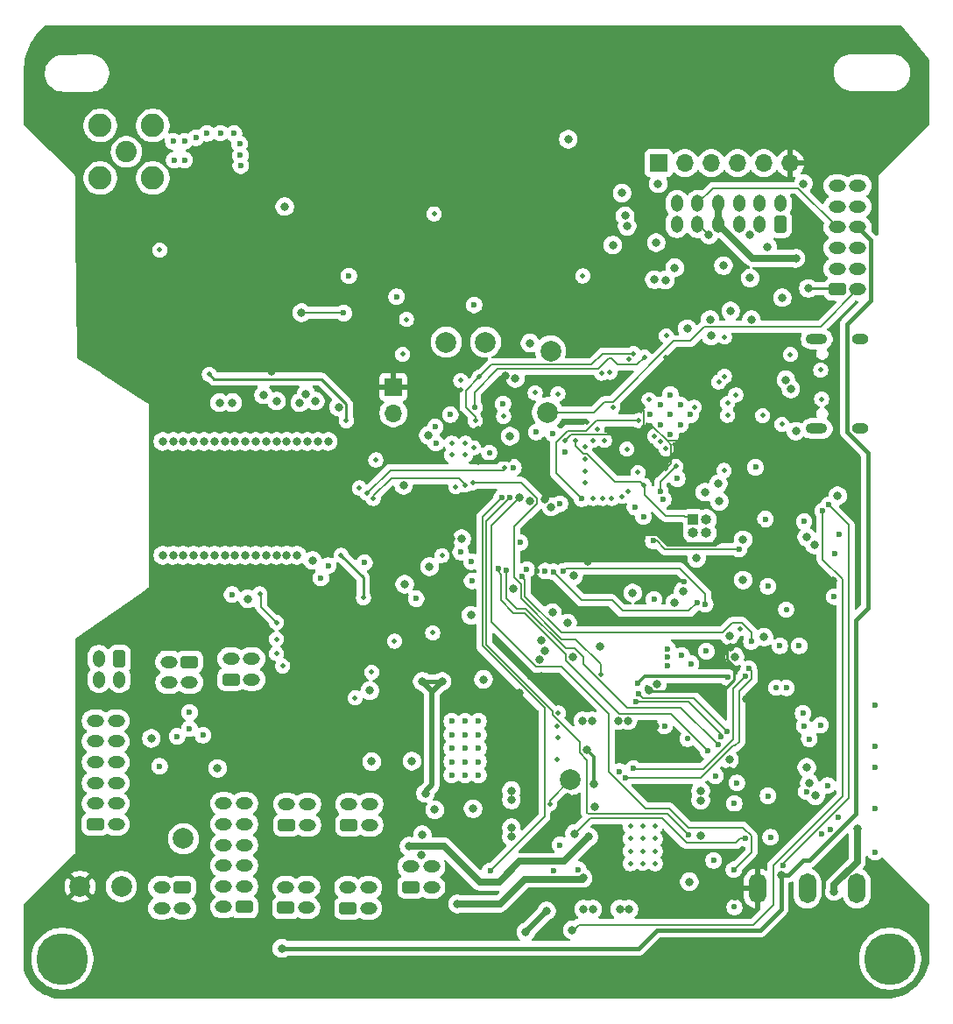
<source format=gbr>
%TF.GenerationSoftware,KiCad,Pcbnew,9.0.0*%
%TF.CreationDate,2025-05-20T19:59:45-07:00*%
%TF.ProjectId,FC_V5b,46435f56-3562-42e6-9b69-6361645f7063,rev?*%
%TF.SameCoordinates,Original*%
%TF.FileFunction,Copper,L3,Inr*%
%TF.FilePolarity,Positive*%
%FSLAX46Y46*%
G04 Gerber Fmt 4.6, Leading zero omitted, Abs format (unit mm)*
G04 Created by KiCad (PCBNEW 9.0.0) date 2025-05-20 19:59:45*
%MOMM*%
%LPD*%
G01*
G04 APERTURE LIST*
G04 Aperture macros list*
%AMRoundRect*
0 Rectangle with rounded corners*
0 $1 Rounding radius*
0 $2 $3 $4 $5 $6 $7 $8 $9 X,Y pos of 4 corners*
0 Add a 4 corners polygon primitive as box body*
4,1,4,$2,$3,$4,$5,$6,$7,$8,$9,$2,$3,0*
0 Add four circle primitives for the rounded corners*
1,1,$1+$1,$2,$3*
1,1,$1+$1,$4,$5*
1,1,$1+$1,$6,$7*
1,1,$1+$1,$8,$9*
0 Add four rect primitives between the rounded corners*
20,1,$1+$1,$2,$3,$4,$5,0*
20,1,$1+$1,$4,$5,$6,$7,0*
20,1,$1+$1,$6,$7,$8,$9,0*
20,1,$1+$1,$8,$9,$2,$3,0*%
G04 Aperture macros list end*
%TA.AperFunction,ComponentPad*%
%ADD10RoundRect,0.250000X-0.575000X0.350000X-0.575000X-0.350000X0.575000X-0.350000X0.575000X0.350000X0*%
%TD*%
%TA.AperFunction,ComponentPad*%
%ADD11O,1.650000X1.200000*%
%TD*%
%TA.AperFunction,ComponentPad*%
%ADD12RoundRect,0.250000X0.575000X-0.350000X0.575000X0.350000X-0.575000X0.350000X-0.575000X-0.350000X0*%
%TD*%
%TA.AperFunction,ComponentPad*%
%ADD13C,2.000000*%
%TD*%
%TA.AperFunction,ComponentPad*%
%ADD14C,2.050000*%
%TD*%
%TA.AperFunction,ComponentPad*%
%ADD15C,2.250000*%
%TD*%
%TA.AperFunction,ComponentPad*%
%ADD16C,5.000000*%
%TD*%
%TA.AperFunction,ComponentPad*%
%ADD17C,0.600000*%
%TD*%
%TA.AperFunction,ComponentPad*%
%ADD18R,1.000000X1.000000*%
%TD*%
%TA.AperFunction,ComponentPad*%
%ADD19O,1.000000X1.000000*%
%TD*%
%TA.AperFunction,ComponentPad*%
%ADD20RoundRect,0.250000X0.350000X0.575000X-0.350000X0.575000X-0.350000X-0.575000X0.350000X-0.575000X0*%
%TD*%
%TA.AperFunction,ComponentPad*%
%ADD21O,1.200000X1.650000*%
%TD*%
%TA.AperFunction,ComponentPad*%
%ADD22R,1.700000X1.700000*%
%TD*%
%TA.AperFunction,ComponentPad*%
%ADD23O,1.700000X1.700000*%
%TD*%
%TA.AperFunction,ComponentPad*%
%ADD24C,0.500000*%
%TD*%
%TA.AperFunction,ComponentPad*%
%ADD25O,1.700000X2.900000*%
%TD*%
%TA.AperFunction,ComponentPad*%
%ADD26O,1.600000X1.000000*%
%TD*%
%TA.AperFunction,ComponentPad*%
%ADD27O,2.100000X1.000000*%
%TD*%
%TA.AperFunction,HeatsinkPad*%
%ADD28C,0.500000*%
%TD*%
%TA.AperFunction,ViaPad*%
%ADD29C,0.460000*%
%TD*%
%TA.AperFunction,ViaPad*%
%ADD30C,0.800000*%
%TD*%
%TA.AperFunction,ViaPad*%
%ADD31C,0.600000*%
%TD*%
%TA.AperFunction,ViaPad*%
%ADD32C,0.560000*%
%TD*%
%TA.AperFunction,Conductor*%
%ADD33C,0.152400*%
%TD*%
%TA.AperFunction,Conductor*%
%ADD34C,0.635000*%
%TD*%
%TA.AperFunction,Conductor*%
%ADD35C,0.500000*%
%TD*%
%TA.AperFunction,Conductor*%
%ADD36C,0.400000*%
%TD*%
%TA.AperFunction,Conductor*%
%ADD37C,0.200000*%
%TD*%
%TA.AperFunction,Conductor*%
%ADD38C,0.250000*%
%TD*%
%TA.AperFunction,Conductor*%
%ADD39C,0.300000*%
%TD*%
%TA.AperFunction,Conductor*%
%ADD40C,0.127000*%
%TD*%
%TA.AperFunction,Conductor*%
%ADD41C,0.342392*%
%TD*%
G04 APERTURE END LIST*
D10*
%TO.N,DEPLOY2*%
%TO.C,J24*%
X159600000Y-109300000D03*
D11*
%TO.N,GND*%
X157599999Y-109300000D03*
%TO.N,DEPLOY2*%
X159600000Y-111300001D03*
%TO.N,GND*%
X157600000Y-111300000D03*
%TD*%
D12*
%TO.N,DEPLOY1_AUX*%
%TO.C,J23*%
X163600000Y-111000000D03*
D11*
%TO.N,GND*%
X165600001Y-111000000D03*
%TO.N,DEPLOY1_AUX*%
X163600000Y-108999999D03*
%TO.N,GND*%
X165600000Y-109000000D03*
%TD*%
D13*
%TO.N,GND*%
%TO.C,TP15*%
X153000000Y-131000000D03*
%TD*%
D14*
%TO.N,RF1_ANT*%
%TO.C,J6*%
X153500000Y-60000000D03*
D15*
%TO.N,GND*%
X150960000Y-57460000D03*
X150960000Y-62540000D03*
X156040000Y-57460000D03*
X156040000Y-62540000D03*
%TD*%
D13*
%TO.N,Net-(IC3-EVI)*%
%TO.C,TP6*%
X196400000Y-120700000D03*
%TD*%
D16*
%TO.N,N/C*%
%TO.C,H2*%
X227300000Y-138000000D03*
%TD*%
D12*
%TO.N,V_RBF*%
%TO.C,J20*%
X180999999Y-131100000D03*
D11*
%TO.N,VBATT_SENSE*%
X183000000Y-131100000D03*
%TO.N,V_RBF*%
X180999999Y-129099999D03*
%TO.N,VBATT_SENSE*%
X182999999Y-129100000D03*
%TD*%
D16*
%TO.N,N/C*%
%TO.C,H1*%
X147300000Y-138000000D03*
%TD*%
D12*
%TO.N,VBatt*%
%TO.C,J7*%
X168900000Y-133075000D03*
D11*
%TO.N,Net-(J10-Pin_1)*%
X170900001Y-133075000D03*
%TO.N,VBatt*%
X168900000Y-131074999D03*
%TO.N,Net-(J10-Pin_3)*%
X170900000Y-131075000D03*
%TD*%
D12*
%TO.N,Z_GPIO1*%
%TO.C,J17*%
X150500000Y-125000000D03*
D11*
%TO.N,Z_GPIO0*%
X152500000Y-125000000D03*
%TO.N,F4_SDA*%
X150500000Y-123000000D03*
X152500000Y-123000000D03*
%TO.N,F4_SCL*%
X150500000Y-121000000D03*
X152500000Y-121000000D03*
%TO.N,F4_PWR*%
X150500000Y-119000000D03*
X152500000Y-119000000D03*
%TO.N,GND*%
X150500000Y-117000000D03*
X152500000Y-117000000D03*
%TO.N,VSOLAR*%
X150500000Y-115000000D03*
X152500000Y-115000000D03*
%TD*%
D12*
%TO.N,Net-(J10-Pin_1)*%
%TO.C,J10*%
X174900000Y-133125000D03*
D11*
%TO.N,V_RBF*%
X176900001Y-133125000D03*
%TO.N,Net-(J10-Pin_3)*%
X174900000Y-131124999D03*
%TO.N,V_RBF*%
X176900000Y-131125000D03*
%TD*%
D13*
%TO.N,B-*%
%TO.C,TP4*%
X159000000Y-126400000D03*
%TD*%
D10*
%TO.N,B-*%
%TO.C,J19*%
X158900000Y-131099999D03*
D11*
%TO.N,GND*%
X156899999Y-131099999D03*
%TO.N,B-*%
X158900000Y-133100000D03*
%TO.N,GND*%
X156900000Y-133099999D03*
%TD*%
D12*
%TO.N,VBatt*%
%TO.C,J8*%
X169000000Y-125075000D03*
D11*
%TO.N,Net-(J29-Pin_1)*%
X171000001Y-125075000D03*
%TO.N,VBatt*%
X169000000Y-123074999D03*
%TO.N,Net-(J29-Pin_3)*%
X171000000Y-123075000D03*
%TD*%
D13*
%TO.N,FC_RESET*%
%TO.C,TP2*%
X194200000Y-85200000D03*
%TD*%
%TO.N,RF1_IO0*%
%TO.C,TP8*%
X188200000Y-78400000D03*
%TD*%
%TO.N,3.3V*%
%TO.C,TP3*%
X149000000Y-131000000D03*
%TD*%
D17*
%TO.N,GND*%
%TO.C,U18*%
X206080680Y-83474776D03*
X205108408Y-84447048D03*
X204136136Y-85419320D03*
X207052952Y-84447048D03*
X206080680Y-85419320D03*
X205108408Y-86391592D03*
X208025224Y-85419320D03*
X207052952Y-86391592D03*
X206080680Y-87363864D03*
%TD*%
D12*
%TO.N,Net-(J29-Pin_1)*%
%TO.C,J29*%
X175000000Y-125075000D03*
D11*
%TO.N,V_RBF*%
X177000001Y-125075000D03*
%TO.N,Net-(J29-Pin_3)*%
X175000000Y-123074999D03*
%TO.N,V_RBF*%
X177000000Y-123075000D03*
%TD*%
D13*
%TO.N,RF1_IO4*%
%TO.C,TP7*%
X184400000Y-78400000D03*
%TD*%
D18*
%TO.N,FC_RESET*%
%TO.C,J22*%
X208275000Y-95550000D03*
D19*
%TO.N,SWCLK*%
X209545000Y-95550000D03*
%TO.N,GND*%
X208275000Y-96820000D03*
%TO.N,SWDIO*%
X209545000Y-96820000D03*
%TD*%
D13*
%TO.N,USBBOOT*%
%TO.C,TP1*%
X194500000Y-79250000D03*
%TD*%
D12*
%TO.N,USBBOOT*%
%TO.C,J16*%
X222200001Y-73300000D03*
D11*
%TO.N,FC_RESET*%
X224200001Y-73300000D03*
%TO.N,USB_D+*%
X222200001Y-71300000D03*
%TO.N,USB_D-*%
X224200001Y-71300000D03*
%TO.N,SDA0*%
X222200001Y-69300000D03*
%TO.N,3.3V*%
X224200001Y-69300000D03*
%TO.N,SCL0*%
X222200001Y-67300000D03*
%TO.N,Dir_Chrg_In*%
X224200001Y-67300000D03*
%TO.N,DEPLOY1*%
X222200001Y-65300000D03*
X224200001Y-65300000D03*
%TO.N,GND*%
X222200001Y-63300000D03*
X224200001Y-63300000D03*
%TD*%
D20*
%TO.N,PAYLOAD_PWR*%
%TO.C,J18*%
X216700000Y-67000000D03*
D21*
X216700000Y-65000000D03*
%TO.N,GND*%
X214700000Y-67000000D03*
X214700000Y-65000000D03*
%TO.N,TX*%
X212700000Y-67000000D03*
%TO.N,RX*%
X212700000Y-65000000D03*
%TO.N,PAYLOAD_BATT*%
X210700000Y-67000000D03*
X210700000Y-65000000D03*
%TO.N,SDA0*%
X208700000Y-67000000D03*
%TO.N,SCL0*%
X208700000Y-65000000D03*
%TO.N,GND*%
X206700000Y-67000000D03*
X206700000Y-65000000D03*
%TD*%
D22*
%TO.N,GND*%
%TO.C,J3*%
X204950000Y-61100000D03*
D23*
%TO.N,SCL0*%
X207490000Y-61100000D03*
%TO.N,SDA0*%
X210029999Y-61100000D03*
%TO.N,RX*%
X212570000Y-61100000D03*
%TO.N,TX*%
X215110000Y-61100000D03*
%TO.N,3.3V*%
X217650000Y-61100000D03*
%TD*%
D22*
%TO.N,3.3V*%
%TO.C,J1*%
X179300000Y-82725000D03*
D23*
%TO.N,Net-(D5-A)*%
X179300000Y-85265000D03*
%TD*%
D20*
%TO.N,Heater Output*%
%TO.C,J21*%
X152825000Y-109000000D03*
D21*
%TO.N,GND*%
X152825000Y-111000001D03*
%TO.N,Heater Output*%
X150824999Y-109000000D03*
%TO.N,GND*%
X150825000Y-111000000D03*
%TD*%
D24*
%TO.N,GND*%
%TO.C,U6*%
X204600000Y-125200000D03*
X203400000Y-125200000D03*
X202200000Y-125200000D03*
X204600000Y-126400000D03*
X203400000Y-126400000D03*
X202200000Y-126400000D03*
X204600000Y-127600000D03*
X203400000Y-127600000D03*
X202200000Y-127600000D03*
X203400000Y-128780000D03*
X204600000Y-128800000D03*
X202200000Y-128800000D03*
%TD*%
D17*
%TO.N,GND*%
%TO.C,U10*%
X187531250Y-120250000D03*
X187531250Y-118950000D03*
X187531250Y-117650000D03*
X187531250Y-116350000D03*
X187531250Y-115050000D03*
X186231250Y-120250000D03*
X186231250Y-118950000D03*
X186231250Y-117650000D03*
X186231250Y-116350000D03*
X186231250Y-115050000D03*
X184931250Y-120250000D03*
X184931250Y-118950000D03*
X184931250Y-117650000D03*
X184931250Y-116350000D03*
X184931250Y-115050000D03*
%TD*%
D25*
%TO.N,3.3V*%
%TO.C,SW3*%
X214500000Y-131200000D03*
%TO.N,/3v3 Spec*%
X219300000Y-131200000D03*
%TO.N,unconnected-(SW3-C-Pad3)*%
X224100000Y-131200000D03*
%TD*%
D26*
%TO.N,GND*%
%TO.C,J12*%
X224400000Y-78100000D03*
D27*
X220220000Y-78100000D03*
D26*
X224400000Y-86740000D03*
D27*
X220220000Y-86740000D03*
%TD*%
D28*
%TO.N,GND*%
%TO.C,U16*%
X184950000Y-89300000D03*
X186250000Y-89300000D03*
X184950000Y-88200000D03*
X186250000Y-88200000D03*
%TD*%
D12*
%TO.N,VBatt*%
%TO.C,J14*%
X164900000Y-133000000D03*
D11*
%TO.N,B-*%
X162900000Y-133000000D03*
%TO.N,VBatt*%
X164900000Y-131000000D03*
%TO.N,B-*%
X162900000Y-131000000D03*
%TO.N,VBatt*%
X164900000Y-129000000D03*
%TO.N,B-*%
X162900000Y-129000000D03*
%TO.N,VBatt*%
X164900000Y-127000000D03*
%TO.N,B-*%
X162900000Y-127000000D03*
%TO.N,VBatt*%
X164900000Y-125000000D03*
%TO.N,B-*%
X162900000Y-125000000D03*
%TO.N,VBatt*%
X164900000Y-123000000D03*
%TO.N,B-*%
X162900000Y-123000000D03*
%TD*%
D29*
%TO.N,Net-(IC3-EVI)*%
X194406199Y-123032496D03*
D30*
%TO.N,FIRE_DEPLOY1_A*%
X196600000Y-135211000D03*
%TO.N,DEPLOY2*%
X185500000Y-132700000D03*
%TO.N,DEPLOY1_AUX*%
X198178157Y-126223257D03*
X180800000Y-127100000D03*
%TO.N,DEPLOY2*%
X197647537Y-130195678D03*
%TO.N,GND*%
X200515646Y-69015646D03*
%TO.N,3.3V*%
X210696888Y-97574999D03*
%TO.N,GND*%
X185900000Y-97400000D03*
%TO.N,WDT_ENABLE*%
X209404943Y-92902361D03*
%TO.N,3.3V*%
X184851200Y-97400000D03*
%TO.N,GND*%
X197599998Y-115000001D03*
D31*
X204481251Y-103277595D03*
X225870000Y-117500000D03*
D30*
X158000000Y-99000000D03*
D31*
X222000000Y-98800000D03*
D30*
X177025000Y-112075000D03*
X201974999Y-115000002D03*
D29*
X215000000Y-85505000D03*
D32*
X212256249Y-133000000D03*
D29*
X175600000Y-112780000D03*
X216845478Y-86345478D03*
D31*
X159110000Y-58990000D03*
D30*
X196200000Y-58800000D03*
D29*
X197800000Y-89700000D03*
D30*
X162000000Y-99000000D03*
X168000000Y-99000000D03*
X216900000Y-74100000D03*
D31*
X205808799Y-108841200D03*
D30*
X167000000Y-88000000D03*
X204806250Y-111450000D03*
D29*
X168000000Y-108500000D03*
X200400000Y-93500000D03*
D30*
X213775001Y-72200001D03*
X198800000Y-123300000D03*
D29*
X199500000Y-93500000D03*
X195169998Y-116600000D03*
X217660190Y-79598854D03*
D30*
X211775000Y-118775000D03*
D31*
X164430000Y-59240000D03*
D29*
X198600000Y-87900000D03*
D32*
X216300000Y-111800000D03*
D31*
X215750000Y-126250000D03*
D29*
X193000000Y-83300000D03*
D31*
X216650001Y-107758883D03*
D30*
X201074998Y-115000001D03*
D31*
X195875000Y-89000000D03*
X201123800Y-119893353D03*
D30*
X170000000Y-99000000D03*
D31*
X193100000Y-87100000D03*
X173000000Y-100000000D03*
X212250000Y-123000000D03*
D29*
X202000000Y-92800000D03*
D31*
X158100000Y-60800000D03*
D29*
X212400000Y-83500000D03*
D31*
X181500000Y-103200000D03*
D30*
X218200000Y-87000000D03*
D31*
X215493092Y-122253070D03*
D30*
X190699998Y-122649999D03*
D29*
X168000000Y-107100000D03*
D31*
X218892933Y-114281970D03*
D30*
X204700000Y-68778400D03*
X220100000Y-122250000D03*
X157000000Y-99000000D03*
D31*
X172300000Y-101200000D03*
D30*
X213100000Y-97500000D03*
X162300000Y-119600000D03*
D29*
X211300000Y-77900000D03*
D30*
X190699999Y-121749999D03*
D29*
X197800000Y-92000000D03*
D30*
X218928146Y-63071852D03*
D31*
X193975000Y-100525000D03*
X163700000Y-102800000D03*
X175000000Y-72000000D03*
D29*
X211600000Y-85474739D03*
D30*
X180400000Y-101800000D03*
D31*
X179600000Y-74000000D03*
D30*
X160000000Y-99000000D03*
X161000000Y-88000000D03*
D31*
X212500000Y-121000000D03*
D30*
X155900000Y-116700000D03*
D29*
X201400000Y-93300000D03*
X198600000Y-93500000D03*
D31*
X156700000Y-119400000D03*
X164550000Y-61340000D03*
X205808799Y-108041199D03*
X203465669Y-95249201D03*
X184800000Y-85400000D03*
X158020000Y-58980000D03*
X225870000Y-119500000D03*
D29*
X202039699Y-80060301D03*
X197800000Y-90900000D03*
X156700000Y-69500000D03*
D30*
X181100000Y-118900000D03*
X212300000Y-108800000D03*
D31*
X209552128Y-108278599D03*
D30*
X164000000Y-99000000D03*
X209000000Y-121775000D03*
D31*
X164510000Y-60360000D03*
X222350000Y-97000000D03*
D30*
X168800000Y-65300000D03*
D31*
X215250000Y-95500000D03*
X205808799Y-109641200D03*
D30*
X198499999Y-115000002D03*
X210800000Y-93800000D03*
X169000000Y-99000000D03*
X170000000Y-88000000D03*
D29*
X189950000Y-85580000D03*
X195200000Y-83400000D03*
D30*
X190906250Y-102250000D03*
D29*
X200235675Y-81306200D03*
D31*
X221900000Y-103000000D03*
D30*
X213100000Y-101400000D03*
X182000000Y-128000000D03*
D29*
X195231250Y-114250000D03*
D30*
X169000000Y-88000000D03*
X204900000Y-63100000D03*
D29*
X183100000Y-106500000D03*
D31*
X205500000Y-115500000D03*
D30*
X193606250Y-107225000D03*
X215100000Y-106900000D03*
D31*
X225870000Y-127687314D03*
D30*
X163000000Y-99000000D03*
X166000000Y-99000000D03*
D29*
X211269998Y-90800000D03*
D30*
X182100000Y-126000000D03*
X163750000Y-84250000D03*
D31*
X207175000Y-108700000D03*
D29*
X185800000Y-82100000D03*
X177200000Y-110300000D03*
X205685000Y-77785000D03*
D30*
X207700000Y-77100000D03*
X215475001Y-69200001D03*
X182800000Y-100100000D03*
X197674998Y-133200000D03*
D29*
X212800000Y-106100000D03*
D30*
X190575000Y-87500000D03*
D29*
X201875601Y-88737962D03*
X195130543Y-118750707D03*
D30*
X171500000Y-99500000D03*
X208600000Y-99300000D03*
D31*
X189900000Y-84363500D03*
D30*
X160000000Y-88000000D03*
D31*
X195400000Y-127000000D03*
D30*
X188000000Y-111000000D03*
X211200000Y-71000000D03*
X159000000Y-88000000D03*
X165000000Y-88000000D03*
D31*
X208072209Y-109470739D03*
X162580000Y-58200000D03*
D30*
X207900000Y-130553800D03*
X162000000Y-88000000D03*
D29*
X211600000Y-84300000D03*
X199000000Y-86800000D03*
D31*
X197180331Y-129380331D03*
X225870000Y-123500000D03*
D30*
X201174998Y-133200000D03*
X164000000Y-88000000D03*
X166000000Y-88000000D03*
D29*
X199700000Y-87900000D03*
X195089667Y-115541583D03*
D31*
X161280000Y-58230000D03*
D30*
X208999999Y-122675000D03*
D31*
X225870000Y-113500000D03*
D30*
X168000000Y-88000000D03*
D31*
X210250000Y-128490902D03*
D30*
X190699998Y-126225000D03*
D31*
X163890000Y-58230000D03*
D30*
X201400000Y-64000000D03*
D31*
X221505025Y-125505025D03*
X158400000Y-116500000D03*
D30*
X159000000Y-99000000D03*
X182673800Y-87400000D03*
X165000000Y-99000000D03*
X173000000Y-88000000D03*
X172000000Y-88000000D03*
X198574999Y-133200001D03*
X196700000Y-101000000D03*
D31*
X206736500Y-91600000D03*
D29*
X202931456Y-91006456D03*
D30*
X208999999Y-126100000D03*
X170250000Y-84250000D03*
D31*
X159130000Y-60800000D03*
D30*
X171000000Y-88000000D03*
D31*
X160210000Y-58640000D03*
D29*
X200500000Y-84693800D03*
D30*
X163000000Y-88000000D03*
X157000000Y-88000000D03*
X207298799Y-102460332D03*
X183300000Y-123600000D03*
X219500000Y-121000000D03*
D31*
X160900000Y-116400000D03*
D30*
X161000000Y-99000000D03*
D31*
X217300000Y-111815000D03*
D30*
X202074999Y-133200001D03*
X167000000Y-99000000D03*
X210700000Y-92100000D03*
X190699999Y-125325000D03*
D29*
X197800000Y-88500000D03*
D30*
X158000000Y-88000000D03*
X222250000Y-93250000D03*
X177209639Y-118942482D03*
D31*
X194700000Y-87200000D03*
D29*
%TO.N,3.3V*%
X160307555Y-105292445D03*
X161300000Y-104400000D03*
X214800000Y-82700000D03*
D30*
X221750000Y-101500000D03*
D31*
X179300000Y-102125000D03*
D30*
X186300000Y-108200000D03*
D31*
X180379958Y-88620042D03*
D29*
X203523439Y-86537789D03*
D30*
X172750000Y-86500000D03*
X173896261Y-109020001D03*
D29*
X210000000Y-80300000D03*
X195900000Y-87900000D03*
D30*
X197436500Y-74000000D03*
D29*
X205628866Y-79898967D03*
X190503847Y-89776153D03*
D30*
X220700000Y-70400000D03*
D31*
X209500000Y-85500000D03*
D30*
X161800000Y-118100000D03*
D32*
X212268750Y-132075000D03*
D31*
X212250000Y-124000000D03*
D30*
X167500000Y-81250000D03*
X214500000Y-96300000D03*
D29*
X207699377Y-83213226D03*
D31*
X213200000Y-86835000D03*
D32*
X212585000Y-103515000D03*
D30*
X190100000Y-81676200D03*
D29*
X207808685Y-87297515D03*
D32*
X178800000Y-118800000D03*
D29*
X185790406Y-82998319D03*
D32*
X192775000Y-97755000D03*
D30*
X186400000Y-110700000D03*
X185300000Y-110200000D03*
X192600000Y-110700000D03*
X209500000Y-71800000D03*
D29*
X187484350Y-89999341D03*
D30*
X203979786Y-112012990D03*
X200816637Y-76900000D03*
X211861294Y-107889010D03*
X198100000Y-99599000D03*
X218000000Y-73000000D03*
X187497313Y-86912045D03*
X204600000Y-115500000D03*
X211800000Y-119800000D03*
X194300000Y-74000000D03*
D29*
X205622357Y-90661768D03*
X191700000Y-89400000D03*
D31*
X209774037Y-90400000D03*
D30*
X191500000Y-112323800D03*
D29*
X203300000Y-84512280D03*
D32*
X218629069Y-104343071D03*
D29*
X198000000Y-86148548D03*
X170400000Y-112780000D03*
D30*
X193600000Y-110700000D03*
X181650000Y-78650000D03*
D31*
X159500000Y-107000000D03*
D30*
X190454329Y-114881530D03*
D31*
X207398799Y-101560330D03*
D30*
X213300000Y-74600000D03*
D31*
X215400000Y-116991579D03*
X213900000Y-85435000D03*
D29*
X169400000Y-111300000D03*
D30*
X202700000Y-74100000D03*
X213400000Y-112900000D03*
D31*
X193150734Y-100549263D03*
D30*
X196100000Y-122400000D03*
D29*
X175200000Y-108300000D03*
D30*
X172750000Y-85000000D03*
X193898145Y-93583412D03*
D31*
%TO.N,/3v3 Spec*%
X220707435Y-125907435D03*
D30*
%TO.N,VBUSP*%
X184000000Y-111200000D03*
X182400000Y-122000000D03*
X182080704Y-111185732D03*
%TO.N,TX*%
X204524309Y-72363584D03*
%TO.N,V_BACKUP*%
X198000000Y-117800000D03*
X198700000Y-121100000D03*
%TO.N,WDT_BIAS*%
X202431250Y-102649999D03*
X199306250Y-107850000D03*
D29*
%TO.N,RF_VCC*%
X176400000Y-103100000D03*
X174750000Y-86000000D03*
X174248590Y-99007803D03*
X168600000Y-109700000D03*
X161500000Y-81504000D03*
D31*
%TO.N,SDA1*%
X209437019Y-103711795D03*
X213650000Y-109950000D03*
X195700000Y-100575000D03*
D29*
X203555768Y-79844232D03*
D32*
X187170242Y-84691774D03*
D31*
X201700000Y-120500003D03*
D32*
X188568321Y-89102111D03*
D29*
%TO.N,SCL1*%
X187205000Y-86000113D03*
D31*
X202500000Y-119600000D03*
D29*
X187059018Y-88608878D03*
D31*
X213309340Y-110714292D03*
D29*
X185332938Y-92367062D03*
D31*
X208648799Y-103575000D03*
D29*
X187600000Y-81760000D03*
X202500000Y-79504340D03*
D31*
X194775000Y-100600000D03*
D30*
%TO.N,SDA0*%
X201900000Y-67200000D03*
X209809169Y-68029002D03*
X213738438Y-68052403D03*
D29*
%TO.N,/Power Systems/V_RF*%
X179400000Y-107300000D03*
D31*
%TO.N,Net-(D10-K)*%
X210425000Y-120325000D03*
D30*
%TO.N,Net-(D12-K)*%
X211800000Y-106800000D03*
%TO.N,VBATT_SENSE*%
X187000000Y-123500000D03*
X206500000Y-103600000D03*
D31*
%TO.N,F1_PWR*%
X219000000Y-95750000D03*
%TO.N,FC_RESET*%
X183400000Y-88164445D03*
X183350000Y-86600000D03*
X186900000Y-101475000D03*
D29*
X203531500Y-92241471D03*
X196900000Y-87900000D03*
%TO.N,SWCLK*%
X204553938Y-87494081D03*
%TO.N,SWDIO*%
X205100000Y-88000000D03*
%TO.N,SPI0_MISO*%
X199405666Y-81389791D03*
X197600000Y-72001499D03*
%TO.N,SPI0_CS0*%
X183240000Y-66001499D03*
X180570000Y-76200000D03*
D31*
%TO.N,RF1_IO4*%
X187100000Y-74800000D03*
D30*
%TO.N,RF1_IO0*%
X170439847Y-75560153D03*
D31*
X174500000Y-75600000D03*
D30*
%TO.N,RTC_INT*%
X196800000Y-125900000D03*
D31*
X213328060Y-126371940D03*
X222257435Y-124357435D03*
X214300000Y-90500000D03*
%TO.N,F2_PWR*%
X219215394Y-121853817D03*
%TO.N,F3_PWR*%
X219000000Y-115500000D03*
D30*
%TO.N,USB_D-*%
X217712084Y-82922608D03*
%TO.N,USB_D+*%
X217240685Y-82040685D03*
%TO.N,Net-(U1D-+)*%
X193400000Y-109100000D03*
%TO.N,Net-(R31-Pad1)*%
X194665844Y-104540100D03*
X196679497Y-108849999D03*
%TO.N,USBBOOT*%
X219400000Y-73200000D03*
X205584067Y-72398036D03*
D32*
%TO.N,VSOLAR_I*%
X207714878Y-116735122D03*
D30*
%TO.N,Dir_Chrg_In*%
X216800000Y-129900000D03*
X168500000Y-137000000D03*
D31*
%TO.N,RF2_TX_EN*%
X176500000Y-99700000D03*
D30*
%TO.N,RF2_RX_EN*%
X174000000Y-84676200D03*
X162500000Y-84250000D03*
D29*
%TO.N,RF2_RST*%
X205650000Y-88700000D03*
D30*
X192500000Y-93750000D03*
X165250000Y-103216600D03*
X180286954Y-92230662D03*
D29*
%TO.N,RF2_IO0*%
X166390766Y-102720000D03*
X168000000Y-105493500D03*
%TO.N,~{CHARGE}*%
X199351249Y-110501717D03*
X186984793Y-91984793D03*
D30*
%TO.N,Net-(JP6-A)*%
X186800000Y-104800000D03*
X193900000Y-108200000D03*
%TO.N,/Watchdog Circuit/WDT-VP*%
X196140778Y-105559222D03*
D31*
%TO.N,F0_SCL*%
X218525000Y-107750000D03*
D30*
%TO.N,F1_SDA*%
X219250000Y-97250000D03*
D32*
%TO.N,F0_SDA*%
X217265002Y-104250000D03*
D30*
%TO.N,F1_SCL*%
X220000000Y-98000000D03*
D31*
%TO.N,F2_SDA*%
X221250000Y-121250000D03*
%TO.N,F3_SCL*%
X219500000Y-116750000D03*
%TO.N,F3_SDA*%
X220594669Y-115405331D03*
D30*
%TO.N,F2_SCL*%
X219250000Y-119500000D03*
D31*
%TO.N,~{MUX_RESET}*%
X215500000Y-102000000D03*
%TO.N,F4_SCL*%
X203000000Y-112400000D03*
X211550000Y-116000000D03*
%TO.N,F4_SDA*%
X210984313Y-116565687D03*
X202747017Y-113158949D03*
%TO.N,VSOLAR*%
X202900000Y-111400000D03*
X211589136Y-110813227D03*
%TO.N,VBUS_RESET*%
X191525000Y-97775000D03*
X185799456Y-98695330D03*
D29*
X184000000Y-99025000D03*
%TO.N,Net-(J12-CC1)*%
X220600000Y-81100000D03*
%TO.N,Net-(J12-CC2)*%
X220700000Y-83900000D03*
%TO.N,SPI1_CS0*%
X180186167Y-79572885D03*
X204019899Y-83968041D03*
D30*
%TO.N,SPI1_MOSI*%
X171750000Y-84089700D03*
D31*
X205100000Y-92800000D03*
D29*
X206600000Y-90400000D03*
D30*
X168000000Y-84089700D03*
%TO.N,SPI1_SCK*%
X170854812Y-83426200D03*
X166750000Y-83500000D03*
D31*
X202650000Y-94350000D03*
D30*
%TO.N,SPI1_MISO*%
X194556067Y-94336501D03*
D31*
%TO.N,SPI1_CS1*%
X197504957Y-93536500D03*
D29*
X203000000Y-85975000D03*
D31*
%TO.N,ENAB_RF*%
X192200000Y-100400002D03*
%TO.N,FACE0_ENABLE*%
X213893112Y-107334780D03*
X191695733Y-101067725D03*
%TO.N,FACE1_ENABLE*%
X204400000Y-97600000D03*
X212725000Y-98400000D03*
%TO.N,FACE2_ENABLE*%
X209725000Y-117925000D03*
X189432989Y-100312209D03*
%TO.N,FACE4_ENABLE*%
X159600000Y-114200000D03*
X186850000Y-99625000D03*
X159600000Y-115750000D03*
%TO.N,FACE3_ENABLE*%
X190225000Y-100425000D03*
X210730280Y-117335764D03*
D30*
%TO.N,Heater Output*%
X194100000Y-133376000D03*
X192100000Y-135400000D03*
%TO.N,PAYLOAD_PWR*%
X201700000Y-66200000D03*
D31*
%TO.N,~{GPIO_EXPANDER_RESET}*%
X195400000Y-94023800D03*
X205400000Y-93600000D03*
D30*
%TO.N,PAYLOAD_PWR_ENABLE*%
X191099401Y-81899999D03*
X192494444Y-78494444D03*
D29*
%TO.N,+1V1*%
X210750000Y-82250000D03*
X208373478Y-84699843D03*
X211300000Y-81700000D03*
D30*
%TO.N,/RP2350AHHHHHHHHH/FLASH_SS*%
X206500000Y-71200000D03*
%TO.N,/RP2350AHHHHHHHHH/QSPI_SD3*%
X210000000Y-77800000D03*
X211900000Y-75400000D03*
%TO.N,/RP2350AHHHHHHHHH/QSPI_SD0*%
X209900000Y-76223800D03*
X213900000Y-76223800D03*
D29*
%TO.N,RF2_IO1*%
X177340324Y-93500000D03*
X186224767Y-92224767D03*
%TO.N,RF2_IO2*%
X190001439Y-90519999D03*
X176750000Y-93000000D03*
%TO.N,RF2_IO3*%
X176000000Y-92500000D03*
X177600000Y-89784124D03*
D31*
%TO.N,PAYLOAD_BATT_ENABLE*%
X189783195Y-93401071D03*
X188649998Y-129500000D03*
%TO.N,FIRE_DEPLOY1_A*%
X194800000Y-129500000D03*
X220800000Y-94700000D03*
%TO.N,FIRE_DEPLOY2_B*%
X190900000Y-90503924D03*
D30*
%TO.N,ENABLE_Heater*%
X191481875Y-93441925D03*
D31*
X212200000Y-129400000D03*
D30*
%TO.N,PAYLOAD_BATT*%
X224134000Y-125450000D03*
X221900000Y-131500000D03*
X218200000Y-70300000D03*
D31*
%TO.N,/Power Systems/Load Switches/Deploy1_EN*%
X221376200Y-94134887D03*
X216955025Y-128955025D03*
%TO.N,/Power Systems/Load Switches/Deploy2_EN*%
X190583248Y-93392237D03*
X207800000Y-126000000D03*
%TD*%
D33*
%TO.N,Net-(IC3-EVI)*%
X194406199Y-123032496D02*
X194406199Y-122693801D01*
X194406199Y-122693801D02*
X196400000Y-120700000D01*
D34*
%TO.N,DEPLOY2*%
X185500000Y-132700000D02*
X189600000Y-132700000D01*
X189600000Y-132700000D02*
X192000000Y-130300000D01*
X197543215Y-130300000D02*
X197647537Y-130195678D01*
X192000000Y-130300000D02*
X194442466Y-130300000D01*
X194460966Y-130318500D02*
X195139034Y-130318500D01*
X194442466Y-130300000D02*
X194460966Y-130318500D01*
X195139034Y-130318500D02*
X195157534Y-130300000D01*
X195157534Y-130300000D02*
X197543215Y-130300000D01*
D35*
%TO.N,Heater Output*%
X194100000Y-133376000D02*
X194100000Y-133400000D01*
X194100000Y-133400000D02*
X192100000Y-135400000D01*
D33*
%TO.N,FIRE_DEPLOY1_A*%
X196689000Y-135211000D02*
X196600000Y-135211000D01*
X197200000Y-134700000D02*
X196689000Y-135211000D01*
D34*
%TO.N,DEPLOY1_AUX*%
X180800000Y-127100000D02*
X180818500Y-127081500D01*
X180818500Y-127081500D02*
X184181500Y-127081500D01*
X189500000Y-130600000D02*
X191500000Y-128600000D01*
X184181500Y-127081500D02*
X187700000Y-130600000D01*
X187700000Y-130600000D02*
X189500000Y-130600000D01*
X191500000Y-128600000D02*
X195801414Y-128600000D01*
X195801414Y-128600000D02*
X198178157Y-126223257D01*
D36*
%TO.N,3.3V*%
X204775271Y-96899000D02*
X205775271Y-97899000D01*
X200800000Y-96899000D02*
X204775271Y-96899000D01*
X210372889Y-97899000D02*
X210696888Y-97574999D01*
X205775271Y-97899000D02*
X210372889Y-97899000D01*
X198100000Y-99599000D02*
X200800000Y-96899000D01*
D37*
%TO.N,SDA1*%
X201700000Y-120500003D02*
X208992097Y-120500003D01*
X208992097Y-120500003D02*
X212101186Y-117390914D01*
X212317100Y-117390914D02*
X212699000Y-117009014D01*
X212699000Y-112174575D02*
X213910340Y-110963235D01*
X212101186Y-117390914D02*
X212317100Y-117390914D01*
X213910340Y-110210340D02*
X213650000Y-109950000D01*
X212699000Y-117009014D02*
X212699000Y-112174575D01*
X213910340Y-110963235D02*
X213910340Y-110210340D01*
D38*
%TO.N,3.3V*%
X203979786Y-112012990D02*
X204142796Y-112176000D01*
X204142796Y-112176000D02*
X211111661Y-112176000D01*
X212215136Y-111072525D02*
X212215136Y-109741856D01*
X211111661Y-112176000D02*
X212215136Y-111072525D01*
X212215136Y-109741856D02*
X211574000Y-109100720D01*
X211574000Y-109100720D02*
X211574000Y-108176304D01*
X211574000Y-108176304D02*
X211861294Y-107889010D01*
D33*
X205622357Y-90661768D02*
X206157200Y-90126925D01*
X206157200Y-88339910D02*
X205758354Y-87941064D01*
X190503847Y-89776153D02*
X190316675Y-89776153D01*
X203523439Y-86537789D02*
X204355079Y-86537789D01*
X203523439Y-86537789D02*
X202754028Y-87307200D01*
X203300000Y-84800000D02*
X203523439Y-85023439D01*
X205758354Y-87941064D02*
X207165136Y-87941064D01*
X206157200Y-90126925D02*
X206157200Y-88339910D01*
X190202062Y-89890766D02*
X187565234Y-89890766D01*
X187484350Y-89971650D02*
X187484350Y-89999341D01*
X204355079Y-86537789D02*
X205758354Y-87941064D01*
X203300000Y-84512280D02*
X203300000Y-84800000D01*
X203523439Y-85023439D02*
X203523439Y-86537789D01*
X207165136Y-87941064D02*
X207808685Y-87297515D01*
X190316675Y-89776153D02*
X190202062Y-89890766D01*
X187565234Y-89890766D02*
X187484350Y-89971650D01*
X196492800Y-87307200D02*
X195900000Y-87900000D01*
X202754028Y-87307200D02*
X196492800Y-87307200D01*
D35*
%TO.N,VBUSP*%
X184000000Y-111200000D02*
X183000000Y-112200000D01*
X182400000Y-122000000D02*
X182400000Y-121800000D01*
X183000000Y-121200000D02*
X183000000Y-112200000D01*
D36*
X184000000Y-111200000D02*
X182094972Y-111200000D01*
D35*
X183000000Y-112105028D02*
X182080704Y-111185732D01*
D36*
X182094972Y-111200000D02*
X182080704Y-111185732D01*
D35*
X183000000Y-112200000D02*
X183000000Y-112105028D01*
X182400000Y-121800000D02*
X183000000Y-121200000D01*
D39*
%TO.N,V_BACKUP*%
X198700000Y-118500000D02*
X198000000Y-117800000D01*
X198700000Y-121100000D02*
X198700000Y-118500000D01*
D38*
%TO.N,RF_VCC*%
X172326520Y-81976000D02*
X161972000Y-81976000D01*
X174750000Y-86000000D02*
X174750000Y-84399480D01*
X161972000Y-81976000D02*
X161500000Y-81504000D01*
X176400000Y-103100000D02*
X176400000Y-101159213D01*
X176400000Y-101159213D02*
X174248590Y-99007803D01*
X174750000Y-84399480D02*
X172326520Y-81976000D01*
D37*
%TO.N,SDA1*%
X209437019Y-102748607D02*
X209437019Y-103711795D01*
X195700000Y-100575000D02*
X195976000Y-100299000D01*
D33*
X203555768Y-79844232D02*
X202832499Y-80567501D01*
X199082710Y-81000000D02*
X189400000Y-81000000D01*
X187170242Y-83229758D02*
X187170242Y-84691774D01*
X200967501Y-80567501D02*
X200400000Y-80000000D01*
D37*
X206987412Y-100299000D02*
X209437019Y-102748607D01*
D33*
X202832499Y-80567501D02*
X200967501Y-80567501D01*
X200400000Y-80000000D02*
X200082710Y-80000000D01*
X200082710Y-80000000D02*
X199082710Y-81000000D01*
D37*
X195976000Y-100299000D02*
X206987412Y-100299000D01*
D33*
X189400000Y-81000000D02*
X187170242Y-83229758D01*
D40*
%TO.N,SCL1*%
X199495660Y-79504340D02*
X198436500Y-80563500D01*
D37*
X212151000Y-116774000D02*
X212151000Y-111872632D01*
D40*
X187205000Y-85628916D02*
X186276500Y-84700416D01*
D37*
X197525999Y-103350999D02*
X200425999Y-103350999D01*
D40*
X187205000Y-86000113D02*
X187205000Y-85628916D01*
D37*
X201450000Y-104375000D02*
X207848799Y-104375000D01*
D40*
X186276500Y-83083500D02*
X187600000Y-81760000D01*
D37*
X212151000Y-111872632D02*
X213309340Y-110714292D01*
X209225000Y-119700000D02*
X212151000Y-116774000D01*
X207848799Y-104375000D02*
X208648799Y-103575000D01*
X194775000Y-100600000D02*
X197525999Y-103350999D01*
X202500000Y-119600000D02*
X202600000Y-119700000D01*
D40*
X186276500Y-84700416D02*
X186276500Y-83083500D01*
D37*
X202600000Y-119700000D02*
X209225000Y-119700000D01*
X200425999Y-103350999D02*
X201450000Y-104375000D01*
D40*
X198436500Y-80563500D02*
X188796500Y-80563500D01*
X202500000Y-79504340D02*
X199495660Y-79504340D01*
X188796500Y-80563500D02*
X187600000Y-81760000D01*
D33*
%TO.N,SDA0*%
X208780167Y-67000000D02*
X209809169Y-68029002D01*
X208700000Y-67000000D02*
X208780167Y-67000000D01*
%TO.N,SCL0*%
X210200000Y-63500000D02*
X218400001Y-63500000D01*
X208700000Y-65000000D02*
X210200000Y-63500000D01*
X218400001Y-63500000D02*
X222200001Y-67300000D01*
%TO.N,FC_RESET*%
X203190029Y-91900000D02*
X203531500Y-92241471D01*
X209356292Y-76900000D02*
X207956292Y-78300000D01*
X196900000Y-88400000D02*
X197692800Y-89192800D01*
X198034271Y-89192800D02*
X200741471Y-91900000D01*
X207450000Y-95250000D02*
X208175000Y-95250000D01*
X207400000Y-95200000D02*
X207450000Y-95250000D01*
X220600002Y-76900000D02*
X209356292Y-76900000D01*
X203531500Y-92241471D02*
X203600000Y-92309971D01*
X199713400Y-84186600D02*
X198700000Y-85200000D01*
X196900000Y-87900000D02*
X196900000Y-88400000D01*
X200741471Y-91900000D02*
X203190029Y-91900000D01*
X198700000Y-85200000D02*
X194200000Y-85200000D01*
X200513400Y-84186600D02*
X199713400Y-84186600D01*
X197692800Y-89192800D02*
X198034271Y-89192800D01*
X224200002Y-73300000D02*
X220600002Y-76900000D01*
X207956292Y-78300000D02*
X206400000Y-78300000D01*
X206400000Y-78300000D02*
X200513400Y-84186600D01*
X203600000Y-93200000D02*
X205600000Y-95200000D01*
X203600000Y-92309971D02*
X203600000Y-93200000D01*
X205600000Y-95200000D02*
X207400000Y-95200000D01*
D40*
%TO.N,RF1_IO0*%
X174460153Y-75560153D02*
X174500000Y-75600000D01*
X170439847Y-75560153D02*
X174460153Y-75560153D01*
D37*
%TO.N,RTC_INT*%
X212398997Y-126801003D02*
X207651057Y-126801003D01*
X198300000Y-124400000D02*
X196800000Y-125900000D01*
X207651057Y-126801003D02*
X205250054Y-124400000D01*
X205250054Y-124400000D02*
X198300000Y-124400000D01*
X213328060Y-126371940D02*
X212828060Y-126371940D01*
X212828060Y-126371940D02*
X212398997Y-126801003D01*
D38*
%TO.N,USBBOOT*%
X222100001Y-73200000D02*
X222200001Y-73300000D01*
X219400000Y-73200000D02*
X222100001Y-73200000D01*
D36*
%TO.N,Dir_Chrg_In*%
X203000000Y-137000000D02*
X168500000Y-137000000D01*
X225426001Y-68526000D02*
X224200001Y-67300000D01*
X224000000Y-105268629D02*
X225187208Y-104081421D01*
X225187208Y-104081421D02*
X225187208Y-89100000D01*
X218900000Y-128500000D02*
X219500000Y-128500000D01*
X225187208Y-89100000D02*
X223150000Y-87062792D01*
X217500000Y-129900000D02*
X218900000Y-128500000D01*
X216800000Y-129900000D02*
X216800000Y-133176000D01*
X219500000Y-128500000D02*
X224000000Y-124000000D01*
X223150000Y-87062792D02*
X223150000Y-76650000D01*
X216800000Y-133176000D02*
X214765000Y-135211000D01*
X223150000Y-76650000D02*
X225426001Y-74373999D01*
X216800000Y-129900000D02*
X217500000Y-129900000D01*
X224000000Y-124000000D02*
X224000000Y-105268629D01*
X204789000Y-135211000D02*
X203000000Y-137000000D01*
X214765000Y-135211000D02*
X204789000Y-135211000D01*
X225426001Y-74373999D02*
X225426001Y-68526000D01*
D40*
%TO.N,RF2_IO0*%
X166500000Y-103993500D02*
X166500000Y-102829234D01*
X168000000Y-105493500D02*
X166500000Y-103993500D01*
X166500000Y-102829234D02*
X166390766Y-102720000D01*
%TO.N,~{CHARGE}*%
X193164500Y-94025245D02*
X193164500Y-93474755D01*
X193164500Y-93474755D02*
X191674538Y-91984793D01*
X199351249Y-109551249D02*
X196900000Y-107100000D01*
X191636500Y-101806816D02*
X190960500Y-101130816D01*
X190960500Y-101130816D02*
X190960500Y-96229245D01*
X191636500Y-103181306D02*
X195555194Y-107100000D01*
X191674538Y-91984793D02*
X186984793Y-91984793D01*
X199351249Y-110501717D02*
X199351249Y-109551249D01*
X196900000Y-107100000D02*
X195555194Y-107100000D01*
X191636500Y-103181306D02*
X191636500Y-101806816D01*
X190960500Y-96229245D02*
X193164500Y-94025245D01*
D37*
%TO.N,F4_SCL*%
X208331749Y-112781749D02*
X203381749Y-112781749D01*
X203381749Y-112781749D02*
X203000000Y-112400000D01*
X211550000Y-116000000D02*
X208331749Y-112781749D01*
D33*
%TO.N,F4_SDA*%
X207853982Y-113158949D02*
X202747017Y-113158949D01*
X210984313Y-116565687D02*
X210984313Y-116289280D01*
X210984313Y-116289280D02*
X207853982Y-113158949D01*
D41*
%TO.N,VSOLAR*%
X211454713Y-110678804D02*
X211589136Y-110813227D01*
X202900000Y-111400000D02*
X203621196Y-110678804D01*
X203621196Y-110678804D02*
X211454713Y-110678804D01*
D33*
%TO.N,SPI1_MOSI*%
X205100000Y-92800000D02*
X205100000Y-91900000D01*
X205100000Y-91900000D02*
X206600000Y-90400000D01*
%TO.N,SPI1_CS1*%
X195000000Y-88069997D02*
X195000000Y-91031543D01*
X196116197Y-86953800D02*
X195000000Y-88069997D01*
X198890838Y-85975000D02*
X197912038Y-86953800D01*
X197912038Y-86953800D02*
X196116197Y-86953800D01*
X203000000Y-85975000D02*
X198890838Y-85975000D01*
X195000000Y-91031543D02*
X197504957Y-93536500D01*
D37*
%TO.N,FACE0_ENABLE*%
X212039636Y-105569000D02*
X213019948Y-105569000D01*
X211105179Y-106503457D02*
X212039636Y-105569000D01*
X195553457Y-106503457D02*
X211105179Y-106503457D01*
X191695733Y-101067725D02*
X192001000Y-101372992D01*
X213019948Y-105569000D02*
X213893112Y-106442164D01*
X192001000Y-102951000D02*
X195553457Y-106503457D01*
X213893112Y-106442164D02*
X213893112Y-107334780D01*
X192001000Y-101372992D02*
X192001000Y-102951000D01*
%TO.N,FACE1_ENABLE*%
X205567751Y-98400000D02*
X212725000Y-98400000D01*
X204400000Y-97600000D02*
X204767751Y-97600000D01*
X204767751Y-97600000D02*
X205567751Y-98400000D01*
%TO.N,FACE2_ENABLE*%
X195978497Y-108605883D02*
X195978497Y-109140363D01*
X189700000Y-100834138D02*
X189700000Y-103350000D01*
X201137136Y-114299002D02*
X206099001Y-114299001D01*
X190925000Y-104575000D02*
X191947614Y-104575000D01*
X189432989Y-100312209D02*
X189432989Y-100567127D01*
X195978497Y-109140363D02*
X201137136Y-114299002D01*
X191947614Y-104575000D02*
X195978497Y-108605883D01*
X189700000Y-103350000D02*
X190925000Y-104575000D01*
X206099001Y-114299001D02*
X209725000Y-117925000D01*
X189432989Y-100567127D02*
X189700000Y-100834138D01*
%TO.N,FACE3_ENABLE*%
X197650000Y-108829138D02*
X196845862Y-108025000D01*
X210660764Y-117335764D02*
X207084949Y-113759949D01*
X191249000Y-104174000D02*
X190200000Y-103125000D01*
X201859949Y-113759949D02*
X197650000Y-109550000D01*
X192113714Y-104174000D02*
X191249000Y-104174000D01*
X197650000Y-109550000D02*
X197650000Y-108829138D01*
X190200000Y-100450000D02*
X190225000Y-100425000D01*
X195964714Y-108025000D02*
X192113714Y-104174000D01*
X207084949Y-113759949D02*
X201859949Y-113759949D01*
X196845862Y-108025000D02*
X195964714Y-108025000D01*
X210730280Y-117335764D02*
X210660764Y-117335764D01*
X190200000Y-103125000D02*
X190200000Y-100450000D01*
D33*
%TO.N,RF2_IO1*%
X179082024Y-91553462D02*
X177340324Y-93295162D01*
X186224767Y-92158485D02*
X185619744Y-91553462D01*
X177340324Y-93295162D02*
X177340324Y-93500000D01*
X186224767Y-92224767D02*
X186224767Y-92158485D01*
X185619744Y-91553462D02*
X179082024Y-91553462D01*
%TO.N,RF2_IO2*%
X190001439Y-90519999D02*
X190001439Y-90748561D01*
X190001439Y-90748561D02*
X189992800Y-90757200D01*
X189992800Y-90757200D02*
X178992800Y-90757200D01*
X178992800Y-90757200D02*
X176750000Y-93000000D01*
%TO.N,PAYLOAD_BATT_ENABLE*%
X189783195Y-93401071D02*
X187900000Y-95284266D01*
X187900000Y-95284266D02*
X187900000Y-107766094D01*
X193900000Y-113766094D02*
X193900000Y-124249998D01*
X193900000Y-124249998D02*
X188649998Y-129500000D01*
X187900000Y-107766094D02*
X193900000Y-113766094D01*
%TO.N,FIRE_DEPLOY1_A*%
X216000000Y-132800000D02*
X216000000Y-129000000D01*
X216000000Y-129000000D02*
X222700000Y-122300000D01*
X214100000Y-134700000D02*
X216000000Y-132800000D01*
X197200000Y-134700000D02*
X214100000Y-134700000D01*
X220800000Y-99400000D02*
X220800000Y-94700000D01*
X222700000Y-122300000D02*
X222700000Y-101300000D01*
X222700000Y-101300000D02*
X220800000Y-99400000D01*
%TO.N,ENABLE_Heater*%
X188800000Y-96123800D02*
X188800000Y-105457706D01*
X195577200Y-109777200D02*
X200100000Y-114300000D01*
X213905260Y-126132855D02*
X213905260Y-127694740D01*
X206000000Y-123500000D02*
X207800000Y-125300000D01*
X213905260Y-127694740D02*
X212200000Y-129400000D01*
X193119494Y-109777200D02*
X195577200Y-109777200D01*
X203700000Y-123500000D02*
X206000000Y-123500000D01*
X200100000Y-119900000D02*
X203700000Y-123500000D01*
X213072405Y-125300000D02*
X213905260Y-126132855D01*
X188800000Y-105457706D02*
X193119494Y-109777200D01*
X207800000Y-125300000D02*
X213072405Y-125300000D01*
X200100000Y-114300000D02*
X200100000Y-119900000D01*
X191481875Y-93441925D02*
X188800000Y-96123800D01*
D34*
%TO.N,PAYLOAD_BATT*%
X214000000Y-70300000D02*
X210700000Y-67000000D01*
X218200000Y-70300000D02*
X214000000Y-70300000D01*
X224134000Y-128630649D02*
X224134000Y-125450000D01*
X221900000Y-131500000D02*
X221900000Y-130864649D01*
X210700000Y-67000000D02*
X210700000Y-65000000D01*
X221900000Y-130864649D02*
X224134000Y-128630649D01*
D33*
%TO.N,/Power Systems/Load Switches/Deploy1_EN*%
X223300000Y-96058687D02*
X223300000Y-122500000D01*
X223300000Y-122500000D02*
X216955025Y-128844975D01*
X221376200Y-94134887D02*
X223300000Y-96058687D01*
X216955025Y-128844975D02*
X216955025Y-128955025D01*
%TO.N,/Power Systems/Load Switches/Deploy2_EN*%
X198022800Y-118780506D02*
X198022800Y-123901841D01*
X198143759Y-124022800D02*
X205822800Y-124022800D01*
X194724050Y-114090360D02*
X194724050Y-114460090D01*
X205822800Y-124022800D02*
X207800000Y-126000000D01*
X188300000Y-107666310D02*
X194724050Y-114090360D01*
X188300000Y-95700000D02*
X188300000Y-107666310D01*
X198022800Y-123901841D02*
X198143759Y-124022800D01*
X194724050Y-114460090D02*
X197322800Y-117058840D01*
X190583248Y-93392237D02*
X190583248Y-93416752D01*
X197322800Y-117058840D02*
X197322800Y-118080506D01*
X188300000Y-95700000D02*
X190583248Y-93416752D01*
X197322800Y-118080506D02*
X198022800Y-118780506D01*
%TD*%
%TA.AperFunction,Conductor*%
%TO.N,3.3V*%
G36*
X197383074Y-121930074D02*
G01*
X197431769Y-121980179D01*
X197446100Y-122038047D01*
X197446100Y-123825917D01*
X197446100Y-123977765D01*
X197485064Y-124123183D01*
X197485402Y-124124441D01*
X197485402Y-124124442D01*
X197526011Y-124194778D01*
X197542484Y-124262678D01*
X197519632Y-124328705D01*
X197506305Y-124344459D01*
X196887584Y-124963181D01*
X196826261Y-124996666D01*
X196799903Y-124999500D01*
X196711306Y-124999500D01*
X196537341Y-125034103D01*
X196537332Y-125034106D01*
X196373459Y-125101983D01*
X196373446Y-125101990D01*
X196225965Y-125200535D01*
X196225961Y-125200538D01*
X196100538Y-125325961D01*
X196100535Y-125325965D01*
X196001990Y-125473446D01*
X196001983Y-125473459D01*
X195934106Y-125637332D01*
X195934103Y-125637341D01*
X195899500Y-125811304D01*
X195899500Y-125988695D01*
X195930491Y-126144498D01*
X195924264Y-126214090D01*
X195881401Y-126269267D01*
X195815511Y-126292511D01*
X195761422Y-126283250D01*
X195633501Y-126230264D01*
X195633489Y-126230261D01*
X195478845Y-126199500D01*
X195478842Y-126199500D01*
X195321158Y-126199500D01*
X195321155Y-126199500D01*
X195166510Y-126230261D01*
X195166498Y-126230264D01*
X195020827Y-126290602D01*
X195020814Y-126290609D01*
X194889711Y-126378210D01*
X194889707Y-126378213D01*
X194778213Y-126489707D01*
X194778210Y-126489711D01*
X194690609Y-126620814D01*
X194690602Y-126620827D01*
X194630264Y-126766498D01*
X194630261Y-126766510D01*
X194599500Y-126921153D01*
X194599500Y-127078846D01*
X194630261Y-127233489D01*
X194630264Y-127233501D01*
X194690602Y-127379172D01*
X194690609Y-127379185D01*
X194778210Y-127510288D01*
X194778213Y-127510292D01*
X194838240Y-127570319D01*
X194871725Y-127631642D01*
X194866741Y-127701334D01*
X194824869Y-127757267D01*
X194759405Y-127781684D01*
X194750559Y-127782000D01*
X191482936Y-127782000D01*
X191415897Y-127762315D01*
X191370142Y-127709511D01*
X191360198Y-127640353D01*
X191389223Y-127576797D01*
X191395255Y-127570319D01*
X192702908Y-126262666D01*
X194361475Y-124604100D01*
X194437399Y-124472596D01*
X194476700Y-124325922D01*
X194476700Y-124174074D01*
X194476700Y-123865048D01*
X194496385Y-123798009D01*
X194549189Y-123752254D01*
X194576502Y-123743432D01*
X194619278Y-123734924D01*
X194752221Y-123679857D01*
X194871866Y-123599913D01*
X194973616Y-123498163D01*
X195053560Y-123378518D01*
X195108627Y-123245575D01*
X195136699Y-123104444D01*
X195136699Y-122960548D01*
X195119488Y-122874020D01*
X195125716Y-122804430D01*
X195153423Y-122762152D01*
X195771033Y-122144542D01*
X195832354Y-122111059D01*
X195897029Y-122114293D01*
X196048632Y-122163553D01*
X196130667Y-122176546D01*
X196281903Y-122200500D01*
X196281908Y-122200500D01*
X196518097Y-122200500D01*
X196751368Y-122163553D01*
X196770065Y-122157478D01*
X196975992Y-122090568D01*
X196982371Y-122087318D01*
X197040968Y-122057461D01*
X197186433Y-121983343D01*
X197210451Y-121965893D01*
X197249214Y-121937730D01*
X197315020Y-121914249D01*
X197383074Y-121930074D01*
G37*
%TD.AperFunction*%
%TA.AperFunction,Conductor*%
G36*
X204716250Y-114902364D02*
G01*
X204726334Y-114901098D01*
X204749210Y-114912042D01*
X204773538Y-114919186D01*
X204780191Y-114926864D01*
X204789362Y-114931252D01*
X204802692Y-114952831D01*
X204819293Y-114971990D01*
X204820739Y-114982047D01*
X204826081Y-114990695D01*
X204825628Y-115016051D01*
X204829237Y-115041148D01*
X204824982Y-115052251D01*
X204824834Y-115060554D01*
X204809601Y-115092392D01*
X204790609Y-115120814D01*
X204790602Y-115120827D01*
X204730264Y-115266498D01*
X204730261Y-115266510D01*
X204699500Y-115421153D01*
X204699500Y-115578846D01*
X204730261Y-115733489D01*
X204730264Y-115733501D01*
X204790602Y-115879172D01*
X204790609Y-115879185D01*
X204878210Y-116010288D01*
X204878213Y-116010292D01*
X204989707Y-116121786D01*
X204989711Y-116121789D01*
X205120814Y-116209390D01*
X205120827Y-116209397D01*
X205216072Y-116248848D01*
X205266503Y-116269737D01*
X205421153Y-116300499D01*
X205421156Y-116300500D01*
X205421158Y-116300500D01*
X205578844Y-116300500D01*
X205578845Y-116300499D01*
X205733497Y-116269737D01*
X205879179Y-116209394D01*
X206010289Y-116121789D01*
X206121789Y-116010289D01*
X206209394Y-115879179D01*
X206269737Y-115733497D01*
X206288570Y-115638820D01*
X206293253Y-115615276D01*
X206325638Y-115553365D01*
X206386353Y-115518791D01*
X206456123Y-115522530D01*
X206502551Y-115551786D01*
X207068598Y-116117833D01*
X207102083Y-116179156D01*
X207097099Y-116248848D01*
X207084019Y-116274405D01*
X207023205Y-116365418D01*
X207023204Y-116365420D01*
X206964372Y-116507456D01*
X206964369Y-116507465D01*
X206934378Y-116658244D01*
X206934378Y-116811999D01*
X206964369Y-116962778D01*
X206964372Y-116962787D01*
X207023204Y-117104823D01*
X207023205Y-117104825D01*
X207108623Y-117232661D01*
X207108626Y-117232665D01*
X207217334Y-117341373D01*
X207217338Y-117341376D01*
X207345172Y-117426793D01*
X207345173Y-117426793D01*
X207345174Y-117426794D01*
X207345176Y-117426795D01*
X207423869Y-117459390D01*
X207487214Y-117485628D01*
X207487216Y-117485628D01*
X207487221Y-117485630D01*
X207638000Y-117515621D01*
X207638004Y-117515622D01*
X207638005Y-117515622D01*
X207791752Y-117515622D01*
X207791753Y-117515621D01*
X207871606Y-117499738D01*
X207942534Y-117485630D01*
X207942537Y-117485628D01*
X207942542Y-117485628D01*
X208084584Y-117426793D01*
X208175595Y-117365980D01*
X208242270Y-117345102D01*
X208309651Y-117363586D01*
X208332166Y-117381401D01*
X208890425Y-117939660D01*
X208923910Y-118000983D01*
X208924361Y-118003149D01*
X208955261Y-118158491D01*
X208955264Y-118158501D01*
X209015602Y-118304172D01*
X209015609Y-118304185D01*
X209103210Y-118435288D01*
X209103213Y-118435292D01*
X209214707Y-118546786D01*
X209214715Y-118546792D01*
X209277467Y-118588722D01*
X209322273Y-118642334D01*
X209330980Y-118711659D01*
X209300826Y-118774686D01*
X209296259Y-118779505D01*
X209012582Y-119063182D01*
X208951262Y-119096666D01*
X208924903Y-119099500D01*
X203182940Y-119099500D01*
X203115901Y-119079815D01*
X203095263Y-119063185D01*
X203010289Y-118978211D01*
X203010288Y-118978210D01*
X203010287Y-118978209D01*
X202879185Y-118890609D01*
X202879172Y-118890602D01*
X202733501Y-118830264D01*
X202733489Y-118830261D01*
X202578845Y-118799500D01*
X202578842Y-118799500D01*
X202421158Y-118799500D01*
X202421155Y-118799500D01*
X202266510Y-118830261D01*
X202266498Y-118830264D01*
X202120827Y-118890602D01*
X202120814Y-118890609D01*
X201989711Y-118978210D01*
X201989707Y-118978213D01*
X201878213Y-119089707D01*
X201787745Y-119225101D01*
X201734132Y-119269905D01*
X201664807Y-119278612D01*
X201615752Y-119259311D01*
X201502985Y-119183962D01*
X201502972Y-119183955D01*
X201357301Y-119123617D01*
X201357289Y-119123614D01*
X201202645Y-119092853D01*
X201202642Y-119092853D01*
X201044958Y-119092853D01*
X201044955Y-119092853D01*
X200890310Y-119123614D01*
X200890298Y-119123617D01*
X200848152Y-119141075D01*
X200778683Y-119148544D01*
X200716204Y-119117268D01*
X200680552Y-119057179D01*
X200676700Y-119026514D01*
X200676700Y-115990010D01*
X200696385Y-115922971D01*
X200749189Y-115877216D01*
X200818347Y-115867272D01*
X200824879Y-115868390D01*
X200879080Y-115879172D01*
X200986304Y-115900501D01*
X200986307Y-115900501D01*
X201163691Y-115900501D01*
X201163692Y-115900500D01*
X201221680Y-115888965D01*
X201337656Y-115865897D01*
X201337659Y-115865895D01*
X201337664Y-115865895D01*
X201477545Y-115807954D01*
X201547014Y-115800486D01*
X201572449Y-115807955D01*
X201576696Y-115809714D01*
X201712333Y-115865896D01*
X201712335Y-115865896D01*
X201712340Y-115865898D01*
X201886303Y-115900501D01*
X201886306Y-115900502D01*
X201886308Y-115900502D01*
X202063692Y-115900502D01*
X202063693Y-115900501D01*
X202121681Y-115888966D01*
X202237657Y-115865898D01*
X202237660Y-115865896D01*
X202237665Y-115865896D01*
X202386653Y-115804184D01*
X202401539Y-115798018D01*
X202401539Y-115798017D01*
X202401546Y-115798015D01*
X202549034Y-115699466D01*
X202674463Y-115574037D01*
X202773012Y-115426549D01*
X202840893Y-115262668D01*
X202845460Y-115239711D01*
X202867638Y-115128211D01*
X202875499Y-115088693D01*
X202875499Y-115023501D01*
X202895184Y-114956462D01*
X202947988Y-114910707D01*
X202999499Y-114899501D01*
X204706499Y-114899501D01*
X204716250Y-114902364D01*
G37*
%TD.AperFunction*%
%TA.AperFunction,Conductor*%
G36*
X189081903Y-106555632D02*
G01*
X189088381Y-106561664D01*
X192765392Y-110238675D01*
X192765393Y-110238676D01*
X192765395Y-110238677D01*
X192831144Y-110276637D01*
X192896896Y-110314599D01*
X193043570Y-110353900D01*
X193195418Y-110353900D01*
X195286961Y-110353900D01*
X195354000Y-110373585D01*
X195374642Y-110390219D01*
X198929363Y-113944940D01*
X198962848Y-114006263D01*
X198957864Y-114075955D01*
X198915992Y-114131888D01*
X198850528Y-114156305D01*
X198794231Y-114147183D01*
X198762665Y-114134108D01*
X198762663Y-114134107D01*
X198762662Y-114134107D01*
X198762657Y-114134105D01*
X198588693Y-114099502D01*
X198588690Y-114099502D01*
X198411308Y-114099502D01*
X198411305Y-114099502D01*
X198237340Y-114134105D01*
X198237336Y-114134107D01*
X198237334Y-114134107D01*
X198237333Y-114134108D01*
X198205767Y-114147183D01*
X198097450Y-114192048D01*
X198027981Y-114199516D01*
X198002547Y-114192048D01*
X197862664Y-114134107D01*
X197862657Y-114134105D01*
X197862656Y-114134105D01*
X197862656Y-114134104D01*
X197688692Y-114099501D01*
X197688689Y-114099501D01*
X197511307Y-114099501D01*
X197511304Y-114099501D01*
X197337339Y-114134104D01*
X197337330Y-114134107D01*
X197173457Y-114201984D01*
X197173444Y-114201991D01*
X197025963Y-114300536D01*
X197025959Y-114300539D01*
X196900536Y-114425962D01*
X196900533Y-114425966D01*
X196801988Y-114573447D01*
X196801981Y-114573460D01*
X196734104Y-114737333D01*
X196734101Y-114737342D01*
X196699498Y-114911305D01*
X196699498Y-115088696D01*
X196734101Y-115262659D01*
X196734103Y-115262663D01*
X196734104Y-115262667D01*
X196760540Y-115326489D01*
X196772658Y-115355746D01*
X196780126Y-115425215D01*
X196748850Y-115487694D01*
X196688761Y-115523346D01*
X196618935Y-115520851D01*
X196570415Y-115490878D01*
X195869238Y-114789701D01*
X195835753Y-114728378D01*
X195840737Y-114658686D01*
X195853814Y-114633132D01*
X195878611Y-114596022D01*
X195933678Y-114463079D01*
X195961750Y-114321948D01*
X195961750Y-114178052D01*
X195933678Y-114036921D01*
X195878611Y-113903978D01*
X195878610Y-113903977D01*
X195878607Y-113903971D01*
X195798667Y-113784333D01*
X195798664Y-113784329D01*
X195696920Y-113682585D01*
X195696916Y-113682582D01*
X195577278Y-113602642D01*
X195577269Y-113602637D01*
X195444331Y-113547573D01*
X195444332Y-113547573D01*
X195444329Y-113547572D01*
X195444325Y-113547571D01*
X195444321Y-113547570D01*
X195303202Y-113519500D01*
X195303198Y-113519500D01*
X195159302Y-113519500D01*
X195127189Y-113525887D01*
X195065382Y-113538181D01*
X194995790Y-113531952D01*
X194953511Y-113504244D01*
X188913019Y-107463752D01*
X188879534Y-107402429D01*
X188876700Y-107376071D01*
X188876700Y-106649345D01*
X188896385Y-106582306D01*
X188949189Y-106536551D01*
X189018347Y-106526607D01*
X189081903Y-106555632D01*
G37*
%TD.AperFunction*%
%TA.AperFunction,Conductor*%
G36*
X210972406Y-111359144D02*
G01*
X211002397Y-111365668D01*
X211007412Y-111369422D01*
X211010008Y-111370185D01*
X211030651Y-111386820D01*
X211078843Y-111435013D01*
X211078847Y-111435016D01*
X211209950Y-111522617D01*
X211209963Y-111522624D01*
X211352100Y-111581498D01*
X211355639Y-111582964D01*
X211355643Y-111582964D01*
X211355644Y-111582965D01*
X211464367Y-111604592D01*
X211526278Y-111636977D01*
X211560852Y-111697693D01*
X211563966Y-111733398D01*
X211563230Y-111746060D01*
X211550499Y-111793575D01*
X211550499Y-111951689D01*
X211550500Y-111951692D01*
X211550500Y-111965281D01*
X211550500Y-114851903D01*
X211530815Y-114918942D01*
X211478011Y-114964697D01*
X211408853Y-114974641D01*
X211345297Y-114945616D01*
X211338819Y-114939584D01*
X208819339Y-112420104D01*
X208819337Y-112420101D01*
X208700466Y-112301230D01*
X208700465Y-112301229D01*
X208608291Y-112248013D01*
X208608290Y-112248012D01*
X208563532Y-112222171D01*
X208507630Y-112207192D01*
X208410806Y-112181248D01*
X208252692Y-112181248D01*
X208245096Y-112181248D01*
X208245080Y-112181249D01*
X205632655Y-112181249D01*
X205565616Y-112161564D01*
X205519861Y-112108760D01*
X205509917Y-112039602D01*
X205529553Y-111988358D01*
X205560055Y-111942709D01*
X205604263Y-111876547D01*
X205672144Y-111712666D01*
X205672144Y-111712661D01*
X205672146Y-111712658D01*
X205695214Y-111596682D01*
X205706750Y-111538691D01*
X205706750Y-111474500D01*
X205726435Y-111407461D01*
X205779239Y-111361706D01*
X205830750Y-111350500D01*
X210942969Y-111350500D01*
X210972406Y-111359144D01*
G37*
%TD.AperFunction*%
%TA.AperFunction,Conductor*%
G36*
X203812861Y-111510130D02*
G01*
X203838423Y-111511500D01*
X203846463Y-111517297D01*
X203856159Y-111519366D01*
X203874331Y-111537392D01*
X203895096Y-111552365D01*
X203899792Y-111562648D01*
X203905764Y-111568572D01*
X203908847Y-111582476D01*
X203918789Y-111604245D01*
X203940354Y-111712659D01*
X203940356Y-111712667D01*
X204008233Y-111876540D01*
X204008240Y-111876552D01*
X204082947Y-111988358D01*
X204085984Y-111998058D01*
X204092639Y-112005738D01*
X204096247Y-112030835D01*
X204103825Y-112055035D01*
X204101136Y-112064835D01*
X204102583Y-112074896D01*
X204092048Y-112097962D01*
X204085341Y-112122415D01*
X204077780Y-112129206D01*
X204073558Y-112138452D01*
X204052225Y-112152161D01*
X204033362Y-112169106D01*
X204021764Y-112171737D01*
X204014780Y-112176226D01*
X203979845Y-112181249D01*
X203858699Y-112181249D01*
X203791660Y-112161564D01*
X203745905Y-112108760D01*
X203744138Y-112104701D01*
X203709397Y-112020826D01*
X203709390Y-112020814D01*
X203622697Y-111891070D01*
X203621070Y-111885876D01*
X203617207Y-111882044D01*
X203610740Y-111852886D01*
X203601819Y-111824393D01*
X203602945Y-111817733D01*
X203602080Y-111813832D01*
X203607569Y-111790389D01*
X203609443Y-111779315D01*
X203610289Y-111777016D01*
X203669737Y-111633497D01*
X203677453Y-111594699D01*
X203680816Y-111585573D01*
X203696072Y-111565019D01*
X203707938Y-111542336D01*
X203716553Y-111537429D01*
X203722462Y-111529470D01*
X203746408Y-111520428D01*
X203768653Y-111507761D01*
X203778553Y-111508291D01*
X203787827Y-111504790D01*
X203812861Y-111510130D01*
G37*
%TD.AperFunction*%
%TA.AperFunction,Conductor*%
G36*
X206754354Y-100919185D02*
G01*
X206774996Y-100935819D01*
X207203628Y-101364451D01*
X207237113Y-101425774D01*
X207232129Y-101495466D01*
X207190257Y-101551399D01*
X207140139Y-101573749D01*
X207036139Y-101594436D01*
X207036131Y-101594438D01*
X206872258Y-101662315D01*
X206872245Y-101662322D01*
X206724764Y-101760867D01*
X206724760Y-101760870D01*
X206599337Y-101886293D01*
X206599334Y-101886297D01*
X206500789Y-102033778D01*
X206500782Y-102033791D01*
X206432905Y-102197664D01*
X206432902Y-102197673D01*
X206398299Y-102371636D01*
X206398299Y-102549024D01*
X206403395Y-102574642D01*
X206397168Y-102644234D01*
X206354306Y-102699412D01*
X206305971Y-102720452D01*
X206237338Y-102734104D01*
X206237332Y-102734106D01*
X206073459Y-102801983D01*
X206073446Y-102801990D01*
X205925965Y-102900535D01*
X205925961Y-102900538D01*
X205800538Y-103025961D01*
X205800535Y-103025965D01*
X205701990Y-103173446D01*
X205701983Y-103173459D01*
X205634106Y-103337332D01*
X205634103Y-103337341D01*
X205599500Y-103511304D01*
X205599500Y-103650500D01*
X205596949Y-103659185D01*
X205598238Y-103668147D01*
X205587259Y-103692187D01*
X205579815Y-103717539D01*
X205572974Y-103723466D01*
X205569213Y-103731703D01*
X205546978Y-103745992D01*
X205527011Y-103763294D01*
X205516496Y-103765581D01*
X205510435Y-103769477D01*
X205475500Y-103774500D01*
X205327460Y-103774500D01*
X205260421Y-103754815D01*
X205214666Y-103702011D01*
X205204722Y-103632853D01*
X205212899Y-103603047D01*
X205213954Y-103600500D01*
X205250988Y-103511092D01*
X205281751Y-103356437D01*
X205281751Y-103198753D01*
X205281751Y-103198750D01*
X205281750Y-103198748D01*
X205266316Y-103121158D01*
X205250988Y-103044098D01*
X205243477Y-103025965D01*
X205190648Y-102898422D01*
X205190641Y-102898409D01*
X205103040Y-102767306D01*
X205103037Y-102767302D01*
X204991543Y-102655808D01*
X204991539Y-102655805D01*
X204860436Y-102568204D01*
X204860423Y-102568197D01*
X204714752Y-102507859D01*
X204714740Y-102507856D01*
X204560096Y-102477095D01*
X204560093Y-102477095D01*
X204402409Y-102477095D01*
X204402406Y-102477095D01*
X204247761Y-102507856D01*
X204247749Y-102507859D01*
X204102078Y-102568197D01*
X204102065Y-102568204D01*
X203970962Y-102655805D01*
X203970958Y-102655808D01*
X203859464Y-102767302D01*
X203859461Y-102767306D01*
X203771860Y-102898409D01*
X203771853Y-102898422D01*
X203711515Y-103044093D01*
X203711512Y-103044105D01*
X203680751Y-103198748D01*
X203680751Y-103356441D01*
X203711512Y-103511084D01*
X203711514Y-103511092D01*
X203748547Y-103600499D01*
X203749603Y-103603047D01*
X203757072Y-103672517D01*
X203725797Y-103734996D01*
X203665708Y-103770648D01*
X203635042Y-103774500D01*
X202652805Y-103774500D01*
X202585766Y-103754815D01*
X202540011Y-103702011D01*
X202530067Y-103632853D01*
X202559092Y-103569297D01*
X202617870Y-103531523D01*
X202628614Y-103528883D01*
X202693908Y-103515895D01*
X202693911Y-103515893D01*
X202693916Y-103515893D01*
X202857797Y-103448012D01*
X203005285Y-103349463D01*
X203130714Y-103224034D01*
X203229263Y-103076546D01*
X203297144Y-102912665D01*
X203299557Y-102900538D01*
X203329401Y-102750498D01*
X203331750Y-102738690D01*
X203331750Y-102561308D01*
X203331750Y-102561305D01*
X203331749Y-102561303D01*
X203297146Y-102387340D01*
X203297143Y-102387331D01*
X203293766Y-102379179D01*
X203256708Y-102289711D01*
X203229266Y-102223458D01*
X203229259Y-102223445D01*
X203130714Y-102075964D01*
X203130711Y-102075960D01*
X203005288Y-101950537D01*
X203005284Y-101950534D01*
X202857803Y-101851989D01*
X202857790Y-101851982D01*
X202693917Y-101784105D01*
X202693908Y-101784102D01*
X202519944Y-101749499D01*
X202519941Y-101749499D01*
X202342559Y-101749499D01*
X202342556Y-101749499D01*
X202168591Y-101784102D01*
X202168582Y-101784105D01*
X202004709Y-101851982D01*
X202004696Y-101851989D01*
X201857215Y-101950534D01*
X201857211Y-101950537D01*
X201731788Y-102075960D01*
X201731785Y-102075964D01*
X201633240Y-102223445D01*
X201633233Y-102223458D01*
X201565356Y-102387331D01*
X201565353Y-102387340D01*
X201530750Y-102561303D01*
X201530750Y-102738694D01*
X201565353Y-102912657D01*
X201565356Y-102912666D01*
X201633233Y-103076539D01*
X201633240Y-103076552D01*
X201731785Y-103224033D01*
X201731788Y-103224037D01*
X201857211Y-103349460D01*
X201857215Y-103349463D01*
X202004696Y-103448008D01*
X202004709Y-103448015D01*
X202120939Y-103496158D01*
X202168584Y-103515893D01*
X202168586Y-103515893D01*
X202168591Y-103515895D01*
X202233886Y-103528883D01*
X202295797Y-103561268D01*
X202330371Y-103621984D01*
X202326632Y-103691753D01*
X202285765Y-103748425D01*
X202220747Y-103774006D01*
X202209695Y-103774500D01*
X201750097Y-103774500D01*
X201683058Y-103754815D01*
X201662416Y-103738181D01*
X200913589Y-102989354D01*
X200913587Y-102989351D01*
X200794716Y-102870480D01*
X200794711Y-102870476D01*
X200681757Y-102805263D01*
X200657784Y-102791422D01*
X200505056Y-102750498D01*
X200346942Y-102750498D01*
X200339346Y-102750498D01*
X200339330Y-102750499D01*
X197826096Y-102750499D01*
X197759057Y-102730814D01*
X197738415Y-102714180D01*
X197042599Y-102018364D01*
X197009114Y-101957041D01*
X197014098Y-101887349D01*
X197055970Y-101831416D01*
X197082822Y-101816123D01*
X197126547Y-101798013D01*
X197274035Y-101699464D01*
X197399464Y-101574035D01*
X197498013Y-101426547D01*
X197565894Y-101262666D01*
X197570103Y-101241510D01*
X197590825Y-101137332D01*
X197600500Y-101088691D01*
X197600500Y-101023500D01*
X197620185Y-100956461D01*
X197672989Y-100910706D01*
X197724500Y-100899500D01*
X206687315Y-100899500D01*
X206754354Y-100919185D01*
G37*
%TD.AperFunction*%
%TA.AperFunction,Conductor*%
G36*
X228288992Y-47778802D02*
G01*
X228355977Y-47798672D01*
X228384059Y-47823599D01*
X231057452Y-51044082D01*
X231114110Y-51112334D01*
X231141784Y-51176490D01*
X231142700Y-51191536D01*
X231142700Y-57245588D01*
X231123015Y-57312627D01*
X231106381Y-57333269D01*
X226200025Y-62239624D01*
X226200024Y-62239625D01*
X226169500Y-62313316D01*
X226169500Y-67979479D01*
X226149815Y-68046518D01*
X226097011Y-68092273D01*
X226027853Y-68102217D01*
X225964297Y-68073192D01*
X225957819Y-68067160D01*
X225536236Y-67645578D01*
X225502751Y-67584255D01*
X225501444Y-67538499D01*
X225525501Y-67386610D01*
X225525501Y-67213389D01*
X225509333Y-67111309D01*
X225498403Y-67042299D01*
X225444874Y-66877555D01*
X225366233Y-66723212D01*
X225264415Y-66583072D01*
X225141929Y-66460586D01*
X225058976Y-66400317D01*
X225016312Y-66344988D01*
X225010333Y-66275374D01*
X225042939Y-66213579D01*
X225058977Y-66199682D01*
X225141929Y-66139414D01*
X225264415Y-66016928D01*
X225366233Y-65876788D01*
X225444874Y-65722445D01*
X225498403Y-65557701D01*
X225525501Y-65386611D01*
X225525501Y-65213389D01*
X225498403Y-65042299D01*
X225444874Y-64877555D01*
X225366233Y-64723212D01*
X225264415Y-64583072D01*
X225141929Y-64460586D01*
X225058976Y-64400317D01*
X225016312Y-64344988D01*
X225010333Y-64275374D01*
X225042939Y-64213579D01*
X225058977Y-64199682D01*
X225141929Y-64139414D01*
X225264415Y-64016928D01*
X225366233Y-63876788D01*
X225444874Y-63722445D01*
X225498403Y-63557701D01*
X225525501Y-63386611D01*
X225525501Y-63213389D01*
X225498403Y-63042299D01*
X225444874Y-62877555D01*
X225366233Y-62723212D01*
X225264415Y-62583072D01*
X225141929Y-62460586D01*
X225001789Y-62358768D01*
X224847446Y-62280127D01*
X224682702Y-62226598D01*
X224682700Y-62226597D01*
X224682699Y-62226597D01*
X224551272Y-62205781D01*
X224511612Y-62199500D01*
X223888390Y-62199500D01*
X223848729Y-62205781D01*
X223717303Y-62226597D01*
X223552553Y-62280128D01*
X223398212Y-62358768D01*
X223272887Y-62449823D01*
X223207080Y-62473303D01*
X223139026Y-62457478D01*
X223127115Y-62449823D01*
X223001789Y-62358768D01*
X222847448Y-62280128D01*
X222847447Y-62280127D01*
X222847446Y-62280127D01*
X222682702Y-62226598D01*
X222682700Y-62226597D01*
X222682699Y-62226597D01*
X222551272Y-62205781D01*
X222511612Y-62199500D01*
X221888390Y-62199500D01*
X221848729Y-62205781D01*
X221717303Y-62226597D01*
X221552553Y-62280128D01*
X221398212Y-62358768D01*
X221349972Y-62393817D01*
X221258073Y-62460586D01*
X221258071Y-62460588D01*
X221258070Y-62460588D01*
X221135589Y-62583069D01*
X221135589Y-62583070D01*
X221135587Y-62583072D01*
X221121468Y-62602505D01*
X221033769Y-62723211D01*
X220955129Y-62877552D01*
X220901598Y-63042302D01*
X220874501Y-63213389D01*
X220874501Y-63386610D01*
X220896665Y-63526553D01*
X220901599Y-63557701D01*
X220955128Y-63722445D01*
X221033769Y-63876788D01*
X221135587Y-64016928D01*
X221258073Y-64139414D01*
X221258079Y-64139418D01*
X221341024Y-64199683D01*
X221383690Y-64255013D01*
X221389668Y-64324626D01*
X221357062Y-64386421D01*
X221341024Y-64400317D01*
X221258079Y-64460581D01*
X221258070Y-64460588D01*
X221135589Y-64583069D01*
X221135589Y-64583070D01*
X221135587Y-64583072D01*
X221091860Y-64643256D01*
X221033769Y-64723211D01*
X220955128Y-64877554D01*
X220928881Y-64958331D01*
X220889443Y-65016006D01*
X220825084Y-65043203D01*
X220756238Y-65031288D01*
X220723270Y-65007692D01*
X219582218Y-63866640D01*
X219548733Y-63805317D01*
X219553717Y-63735625D01*
X219582218Y-63691278D01*
X219627610Y-63645887D01*
X219726159Y-63498399D01*
X219794040Y-63334518D01*
X219800800Y-63300536D01*
X219823046Y-63188695D01*
X219828646Y-63160543D01*
X219828646Y-62983161D01*
X219828646Y-62983158D01*
X219828645Y-62983156D01*
X219794042Y-62809193D01*
X219794039Y-62809184D01*
X219726162Y-62645311D01*
X219726155Y-62645298D01*
X219627610Y-62497817D01*
X219627607Y-62497813D01*
X219502184Y-62372390D01*
X219502180Y-62372387D01*
X219354699Y-62273842D01*
X219354686Y-62273835D01*
X219190813Y-62205958D01*
X219190804Y-62205955D01*
X219016840Y-62171352D01*
X219016837Y-62171352D01*
X218839455Y-62171352D01*
X218800320Y-62179136D01*
X218730728Y-62172907D01*
X218675551Y-62130044D01*
X218652308Y-62064154D01*
X218668377Y-61996157D01*
X218677173Y-61983636D01*
X218676859Y-61983408D01*
X218804620Y-61807557D01*
X218901095Y-61618217D01*
X218966757Y-61416129D01*
X218966757Y-61416126D01*
X218977231Y-61350000D01*
X218083012Y-61350000D01*
X218115925Y-61292993D01*
X218150000Y-61165826D01*
X218150000Y-61034174D01*
X218115925Y-60907007D01*
X218083012Y-60850000D01*
X218977231Y-60850000D01*
X218966757Y-60783873D01*
X218966757Y-60783870D01*
X218901095Y-60581782D01*
X218804620Y-60392442D01*
X218679727Y-60220540D01*
X218679723Y-60220535D01*
X218529464Y-60070276D01*
X218529459Y-60070272D01*
X218357557Y-59945379D01*
X218168215Y-59848903D01*
X217966124Y-59783241D01*
X217900000Y-59772768D01*
X217900000Y-60666988D01*
X217842993Y-60634075D01*
X217715826Y-60600000D01*
X217584174Y-60600000D01*
X217457007Y-60634075D01*
X217400000Y-60666988D01*
X217400000Y-59772768D01*
X217399999Y-59772768D01*
X217333875Y-59783241D01*
X217131784Y-59848903D01*
X216942442Y-59945379D01*
X216770540Y-60070272D01*
X216770535Y-60070276D01*
X216620276Y-60220535D01*
X216620272Y-60220540D01*
X216495378Y-60392443D01*
X216490762Y-60401502D01*
X216442784Y-60452295D01*
X216374963Y-60469087D01*
X216308829Y-60446546D01*
X216269794Y-60401493D01*
X216265051Y-60392184D01*
X216265049Y-60392181D01*
X216265048Y-60392179D01*
X216140109Y-60220213D01*
X215989786Y-60069890D01*
X215817820Y-59944951D01*
X215628414Y-59848444D01*
X215628413Y-59848443D01*
X215628412Y-59848443D01*
X215426243Y-59782754D01*
X215426241Y-59782753D01*
X215426240Y-59782753D01*
X215264957Y-59757208D01*
X215216287Y-59749500D01*
X215003713Y-59749500D01*
X214955042Y-59757208D01*
X214793760Y-59782753D01*
X214591585Y-59848444D01*
X214402179Y-59944951D01*
X214230213Y-60069890D01*
X214079890Y-60220213D01*
X213954949Y-60392182D01*
X213950484Y-60400946D01*
X213902509Y-60451742D01*
X213834688Y-60468536D01*
X213768553Y-60445998D01*
X213729516Y-60400946D01*
X213725050Y-60392182D01*
X213600109Y-60220213D01*
X213449786Y-60069890D01*
X213277820Y-59944951D01*
X213088414Y-59848444D01*
X213088413Y-59848443D01*
X213088412Y-59848443D01*
X212886243Y-59782754D01*
X212886241Y-59782753D01*
X212886240Y-59782753D01*
X212724957Y-59757208D01*
X212676287Y-59749500D01*
X212463713Y-59749500D01*
X212415042Y-59757208D01*
X212253760Y-59782753D01*
X212051585Y-59848444D01*
X211862179Y-59944951D01*
X211690213Y-60069890D01*
X211539890Y-60220213D01*
X211414948Y-60392184D01*
X211414946Y-60392187D01*
X211410481Y-60400950D01*
X211362505Y-60451744D01*
X211294683Y-60468537D01*
X211228549Y-60445997D01*
X211189513Y-60400944D01*
X211185181Y-60392442D01*
X211185050Y-60392184D01*
X211185048Y-60392181D01*
X211185047Y-60392179D01*
X211060108Y-60220213D01*
X210909785Y-60069890D01*
X210737819Y-59944951D01*
X210548413Y-59848444D01*
X210548412Y-59848443D01*
X210548411Y-59848443D01*
X210346242Y-59782754D01*
X210346240Y-59782753D01*
X210346239Y-59782753D01*
X210184956Y-59757208D01*
X210136286Y-59749500D01*
X209923712Y-59749500D01*
X209875041Y-59757208D01*
X209713759Y-59782753D01*
X209511584Y-59848444D01*
X209322178Y-59944951D01*
X209150212Y-60069890D01*
X208999889Y-60220213D01*
X208874947Y-60392183D01*
X208870481Y-60400949D01*
X208822505Y-60451742D01*
X208754683Y-60468535D01*
X208688549Y-60445995D01*
X208649513Y-60400942D01*
X208645182Y-60392442D01*
X208645051Y-60392184D01*
X208645049Y-60392181D01*
X208645048Y-60392179D01*
X208520109Y-60220213D01*
X208369786Y-60069890D01*
X208197820Y-59944951D01*
X208008414Y-59848444D01*
X208008413Y-59848443D01*
X208008412Y-59848443D01*
X207806243Y-59782754D01*
X207806241Y-59782753D01*
X207806240Y-59782753D01*
X207644957Y-59757208D01*
X207596287Y-59749500D01*
X207383713Y-59749500D01*
X207335042Y-59757208D01*
X207173760Y-59782753D01*
X206971585Y-59848444D01*
X206782179Y-59944951D01*
X206610215Y-60069889D01*
X206496673Y-60183431D01*
X206435350Y-60216915D01*
X206365658Y-60211931D01*
X206309725Y-60170059D01*
X206292810Y-60139082D01*
X206243797Y-60007671D01*
X206243793Y-60007664D01*
X206157547Y-59892455D01*
X206157544Y-59892452D01*
X206042335Y-59806206D01*
X206042328Y-59806202D01*
X205907482Y-59755908D01*
X205907483Y-59755908D01*
X205847883Y-59749501D01*
X205847881Y-59749500D01*
X205847873Y-59749500D01*
X205847864Y-59749500D01*
X204052129Y-59749500D01*
X204052123Y-59749501D01*
X203992516Y-59755908D01*
X203857671Y-59806202D01*
X203857664Y-59806206D01*
X203742455Y-59892452D01*
X203742452Y-59892455D01*
X203656206Y-60007664D01*
X203656202Y-60007671D01*
X203605908Y-60142517D01*
X203599501Y-60202116D01*
X203599500Y-60202135D01*
X203599500Y-61997870D01*
X203599501Y-61997876D01*
X203605908Y-62057483D01*
X203656202Y-62192328D01*
X203656206Y-62192335D01*
X203742452Y-62307544D01*
X203742455Y-62307547D01*
X203857664Y-62393793D01*
X203857671Y-62393797D01*
X203896993Y-62408463D01*
X203992517Y-62444091D01*
X204034006Y-62448551D01*
X204098553Y-62475288D01*
X204138402Y-62532680D01*
X204140896Y-62602505D01*
X204123851Y-62640730D01*
X204101989Y-62673448D01*
X204101983Y-62673459D01*
X204034106Y-62837332D01*
X204034103Y-62837341D01*
X203999500Y-63011304D01*
X203999500Y-63188695D01*
X204034103Y-63362658D01*
X204034106Y-63362667D01*
X204101983Y-63526540D01*
X204101990Y-63526553D01*
X204200535Y-63674034D01*
X204200538Y-63674038D01*
X204325961Y-63799461D01*
X204325965Y-63799464D01*
X204473446Y-63898009D01*
X204473459Y-63898016D01*
X204564163Y-63935586D01*
X204637334Y-63965894D01*
X204637336Y-63965894D01*
X204637341Y-63965896D01*
X204811304Y-64000499D01*
X204811307Y-64000500D01*
X204811309Y-64000500D01*
X204988693Y-64000500D01*
X204988694Y-64000499D01*
X205046682Y-63988964D01*
X205162658Y-63965896D01*
X205162661Y-63965894D01*
X205162666Y-63965894D01*
X205326547Y-63898013D01*
X205474035Y-63799464D01*
X205599464Y-63674035D01*
X205698013Y-63526547D01*
X205765894Y-63362666D01*
X205800500Y-63188691D01*
X205800500Y-63011309D01*
X205800500Y-63011306D01*
X205800499Y-63011304D01*
X205765896Y-62837341D01*
X205765893Y-62837332D01*
X205760160Y-62823492D01*
X205718624Y-62723212D01*
X205698016Y-62673459D01*
X205698009Y-62673446D01*
X205677926Y-62643390D01*
X205657048Y-62576713D01*
X205675532Y-62509333D01*
X205727511Y-62462642D01*
X205781028Y-62450499D01*
X205847871Y-62450499D01*
X205847872Y-62450499D01*
X205907483Y-62444091D01*
X206042331Y-62393796D01*
X206157546Y-62307546D01*
X206243796Y-62192331D01*
X206292810Y-62060916D01*
X206334681Y-62004984D01*
X206400145Y-61980566D01*
X206468418Y-61995417D01*
X206496673Y-62016569D01*
X206610213Y-62130109D01*
X206782179Y-62255048D01*
X206782181Y-62255049D01*
X206782184Y-62255051D01*
X206971588Y-62351557D01*
X207173757Y-62417246D01*
X207383713Y-62450500D01*
X207383714Y-62450500D01*
X207596286Y-62450500D01*
X207596287Y-62450500D01*
X207806243Y-62417246D01*
X208008412Y-62351557D01*
X208197816Y-62255051D01*
X208219789Y-62239086D01*
X208369786Y-62130109D01*
X208369788Y-62130106D01*
X208369792Y-62130104D01*
X208520104Y-61979792D01*
X208520106Y-61979788D01*
X208520109Y-61979786D01*
X208645048Y-61807820D01*
X208645047Y-61807820D01*
X208645051Y-61807816D01*
X208649512Y-61799058D01*
X208697483Y-61748262D01*
X208765303Y-61731464D01*
X208831440Y-61753998D01*
X208870483Y-61799054D01*
X208874948Y-61807817D01*
X208999889Y-61979786D01*
X209150212Y-62130109D01*
X209322178Y-62255048D01*
X209322180Y-62255049D01*
X209322183Y-62255051D01*
X209511587Y-62351557D01*
X209713756Y-62417246D01*
X209923712Y-62450500D01*
X209923713Y-62450500D01*
X210136285Y-62450500D01*
X210136286Y-62450500D01*
X210346242Y-62417246D01*
X210548411Y-62351557D01*
X210737815Y-62255051D01*
X210759788Y-62239086D01*
X210909785Y-62130109D01*
X210909787Y-62130106D01*
X210909791Y-62130104D01*
X211060103Y-61979792D01*
X211060105Y-61979788D01*
X211060108Y-61979786D01*
X211185047Y-61807821D01*
X211185183Y-61807555D01*
X211189512Y-61799056D01*
X211237483Y-61748260D01*
X211305303Y-61731462D01*
X211371439Y-61753996D01*
X211410483Y-61799052D01*
X211414949Y-61807817D01*
X211539890Y-61979786D01*
X211690213Y-62130109D01*
X211862179Y-62255048D01*
X211862181Y-62255049D01*
X211862184Y-62255051D01*
X212051588Y-62351557D01*
X212253757Y-62417246D01*
X212463713Y-62450500D01*
X212463714Y-62450500D01*
X212676286Y-62450500D01*
X212676287Y-62450500D01*
X212886243Y-62417246D01*
X213088412Y-62351557D01*
X213277816Y-62255051D01*
X213299789Y-62239086D01*
X213449786Y-62130109D01*
X213449788Y-62130106D01*
X213449792Y-62130104D01*
X213600104Y-61979792D01*
X213600106Y-61979788D01*
X213600109Y-61979786D01*
X213725048Y-61807820D01*
X213725047Y-61807820D01*
X213725051Y-61807816D01*
X213729514Y-61799054D01*
X213777488Y-61748259D01*
X213845308Y-61731463D01*
X213911444Y-61753999D01*
X213950484Y-61799054D01*
X213954591Y-61807115D01*
X213954951Y-61807820D01*
X214079890Y-61979786D01*
X214230213Y-62130109D01*
X214402179Y-62255048D01*
X214402181Y-62255049D01*
X214402184Y-62255051D01*
X214591588Y-62351557D01*
X214793757Y-62417246D01*
X215003713Y-62450500D01*
X215003714Y-62450500D01*
X215216286Y-62450500D01*
X215216287Y-62450500D01*
X215426243Y-62417246D01*
X215628412Y-62351557D01*
X215817816Y-62255051D01*
X215839789Y-62239086D01*
X215989786Y-62130109D01*
X215989788Y-62130106D01*
X215989792Y-62130104D01*
X216140104Y-61979792D01*
X216140106Y-61979788D01*
X216140109Y-61979786D01*
X216207515Y-61887007D01*
X216265051Y-61807816D01*
X216269793Y-61798508D01*
X216317763Y-61747711D01*
X216385583Y-61730911D01*
X216451719Y-61753445D01*
X216490763Y-61798500D01*
X216495377Y-61807555D01*
X216620272Y-61979459D01*
X216620276Y-61979464D01*
X216770535Y-62129723D01*
X216770540Y-62129727D01*
X216942442Y-62254620D01*
X217131782Y-62351095D01*
X217333871Y-62416757D01*
X217400000Y-62427231D01*
X217400000Y-61533012D01*
X217457007Y-61565925D01*
X217584174Y-61600000D01*
X217715826Y-61600000D01*
X217842993Y-61565925D01*
X217900000Y-61533012D01*
X217900000Y-62427230D01*
X217966123Y-62416758D01*
X218030584Y-62395813D01*
X218100426Y-62393817D01*
X218160259Y-62429897D01*
X218191088Y-62492598D01*
X218183124Y-62562012D01*
X218172007Y-62582634D01*
X218130135Y-62645300D01*
X218130129Y-62645311D01*
X218062252Y-62809184D01*
X218062250Y-62809192D01*
X218059406Y-62823492D01*
X218027021Y-62885402D01*
X217966305Y-62919977D01*
X217937789Y-62923300D01*
X210275924Y-62923300D01*
X210124076Y-62923300D01*
X209977402Y-62962601D01*
X209977401Y-62962601D01*
X209977399Y-62962602D01*
X209977398Y-62962602D01*
X209845901Y-63038522D01*
X209845895Y-63038527D01*
X209181346Y-63703075D01*
X209120023Y-63736560D01*
X209055347Y-63733325D01*
X208957698Y-63701597D01*
X208826271Y-63680781D01*
X208786611Y-63674500D01*
X208613389Y-63674500D01*
X208573728Y-63680781D01*
X208442302Y-63701597D01*
X208277552Y-63755128D01*
X208123211Y-63833768D01*
X208064000Y-63876788D01*
X207983072Y-63935586D01*
X207983070Y-63935588D01*
X207983069Y-63935588D01*
X207860588Y-64058069D01*
X207860581Y-64058078D01*
X207800317Y-64141023D01*
X207744987Y-64183689D01*
X207675374Y-64189667D01*
X207613579Y-64157061D01*
X207599683Y-64141023D01*
X207539418Y-64058078D01*
X207539414Y-64058072D01*
X207416928Y-63935586D01*
X207276788Y-63833768D01*
X207122445Y-63755127D01*
X206957701Y-63701598D01*
X206957699Y-63701597D01*
X206957698Y-63701597D01*
X206826271Y-63680781D01*
X206786611Y-63674500D01*
X206613389Y-63674500D01*
X206573728Y-63680781D01*
X206442302Y-63701597D01*
X206277552Y-63755128D01*
X206123211Y-63833768D01*
X206064000Y-63876788D01*
X205983072Y-63935586D01*
X205983070Y-63935588D01*
X205983069Y-63935588D01*
X205860588Y-64058069D01*
X205860588Y-64058070D01*
X205860586Y-64058072D01*
X205838337Y-64088695D01*
X205758768Y-64198211D01*
X205680128Y-64352552D01*
X205626597Y-64517302D01*
X205599500Y-64688389D01*
X205599500Y-65311610D01*
X205618897Y-65434082D01*
X205626598Y-65482701D01*
X205673146Y-65625961D01*
X205680128Y-65647447D01*
X205758768Y-65801788D01*
X205849823Y-65927114D01*
X205873303Y-65992921D01*
X205857478Y-66060975D01*
X205849823Y-66072886D01*
X205758768Y-66198211D01*
X205680128Y-66352552D01*
X205626597Y-66517302D01*
X205599500Y-66688389D01*
X205599500Y-67311610D01*
X205623424Y-67462666D01*
X205626598Y-67482701D01*
X205680127Y-67647445D01*
X205758768Y-67801788D01*
X205860586Y-67941928D01*
X205983072Y-68064414D01*
X206123212Y-68166232D01*
X206277555Y-68244873D01*
X206442299Y-68298402D01*
X206613389Y-68325500D01*
X206613390Y-68325500D01*
X206786610Y-68325500D01*
X206786611Y-68325500D01*
X206957701Y-68298402D01*
X207122445Y-68244873D01*
X207276788Y-68166232D01*
X207416928Y-68064414D01*
X207539414Y-67941928D01*
X207599682Y-67858975D01*
X207655012Y-67816311D01*
X207724626Y-67810332D01*
X207786421Y-67842938D01*
X207800315Y-67858973D01*
X207860586Y-67941928D01*
X207983072Y-68064414D01*
X208123212Y-68166232D01*
X208277555Y-68244873D01*
X208442299Y-68298402D01*
X208613389Y-68325500D01*
X208613390Y-68325500D01*
X208786609Y-68325500D01*
X208786611Y-68325500D01*
X208850230Y-68315423D01*
X208919521Y-68324377D01*
X208972974Y-68369373D01*
X208984188Y-68390443D01*
X209011154Y-68455546D01*
X209109704Y-68603036D01*
X209109707Y-68603040D01*
X209235130Y-68728463D01*
X209235134Y-68728466D01*
X209382615Y-68827011D01*
X209382628Y-68827018D01*
X209498469Y-68875000D01*
X209546503Y-68894896D01*
X209546505Y-68894896D01*
X209546510Y-68894898D01*
X209720473Y-68929501D01*
X209720476Y-68929502D01*
X209720478Y-68929502D01*
X209897862Y-68929502D01*
X209897863Y-68929501D01*
X209978473Y-68913467D01*
X210071827Y-68894898D01*
X210071830Y-68894896D01*
X210071835Y-68894896D01*
X210235716Y-68827015D01*
X210383204Y-68728466D01*
X210508633Y-68603037D01*
X210607182Y-68455549D01*
X210629343Y-68402046D01*
X210640342Y-68388396D01*
X210646973Y-68372166D01*
X210661808Y-68361758D01*
X210673181Y-68347645D01*
X210689941Y-68342021D01*
X210704171Y-68332038D01*
X210734629Y-68327026D01*
X210738873Y-68325602D01*
X210741385Y-68325500D01*
X210786611Y-68325500D01*
X210802197Y-68323031D01*
X210809417Y-68322738D01*
X210836576Y-68329529D01*
X210864338Y-68333116D01*
X210872073Y-68338405D01*
X210877200Y-68339687D01*
X210883053Y-68345912D01*
X210902128Y-68358955D01*
X213360277Y-70817103D01*
X213360287Y-70817114D01*
X213364617Y-70821444D01*
X213364618Y-70821445D01*
X213478555Y-70935382D01*
X213532219Y-70971238D01*
X213612532Y-71024903D01*
X213712167Y-71066172D01*
X213717420Y-71068965D01*
X213738319Y-71089399D01*
X213761078Y-71107739D01*
X213763008Y-71113538D01*
X213767378Y-71117811D01*
X213773912Y-71146299D01*
X213783143Y-71174033D01*
X213781631Y-71179954D01*
X213782998Y-71185912D01*
X213773092Y-71213409D01*
X213765864Y-71241732D01*
X213761390Y-71245897D01*
X213759319Y-71251647D01*
X213736120Y-71269424D01*
X213714727Y-71289343D01*
X213706407Y-71292194D01*
X213703861Y-71294146D01*
X213699711Y-71294489D01*
X213683414Y-71300076D01*
X213512341Y-71334105D01*
X213512333Y-71334107D01*
X213348460Y-71401984D01*
X213348447Y-71401991D01*
X213200966Y-71500536D01*
X213200962Y-71500539D01*
X213075539Y-71625962D01*
X213075536Y-71625966D01*
X212976991Y-71773447D01*
X212976984Y-71773460D01*
X212909107Y-71937333D01*
X212909104Y-71937342D01*
X212874501Y-72111305D01*
X212874501Y-72288696D01*
X212909104Y-72462659D01*
X212909107Y-72462668D01*
X212976984Y-72626541D01*
X212976991Y-72626554D01*
X213075536Y-72774035D01*
X213075539Y-72774039D01*
X213200962Y-72899462D01*
X213200966Y-72899465D01*
X213348447Y-72998010D01*
X213348460Y-72998017D01*
X213471364Y-73048924D01*
X213512335Y-73065895D01*
X213512337Y-73065895D01*
X213512342Y-73065897D01*
X213686305Y-73100500D01*
X213686308Y-73100501D01*
X213686310Y-73100501D01*
X213863694Y-73100501D01*
X213863695Y-73100500D01*
X213921683Y-73088965D01*
X214037659Y-73065897D01*
X214037662Y-73065895D01*
X214037667Y-73065895D01*
X214201548Y-72998014D01*
X214349036Y-72899465D01*
X214474465Y-72774036D01*
X214573014Y-72626548D01*
X214573138Y-72626250D01*
X214621168Y-72510292D01*
X214640895Y-72462667D01*
X214642962Y-72452279D01*
X214663965Y-72346683D01*
X214675501Y-72288692D01*
X214675501Y-72111310D01*
X214675501Y-72111307D01*
X214675500Y-72111305D01*
X214640897Y-71937342D01*
X214640894Y-71937333D01*
X214640771Y-71937037D01*
X214611304Y-71865896D01*
X214573017Y-71773460D01*
X214573010Y-71773447D01*
X214474465Y-71625966D01*
X214474462Y-71625962D01*
X214349039Y-71500539D01*
X214349035Y-71500536D01*
X214201554Y-71401991D01*
X214201541Y-71401984D01*
X214091877Y-71356561D01*
X214037473Y-71312721D01*
X214015408Y-71246427D01*
X214032687Y-71178727D01*
X214083824Y-71131116D01*
X214139329Y-71118000D01*
X217797042Y-71118000D01*
X217844494Y-71127439D01*
X217937334Y-71165894D01*
X217937336Y-71165894D01*
X217937341Y-71165896D01*
X218111304Y-71200499D01*
X218111307Y-71200500D01*
X218111309Y-71200500D01*
X218288693Y-71200500D01*
X218288694Y-71200499D01*
X218346682Y-71188964D01*
X218462658Y-71165896D01*
X218462661Y-71165894D01*
X218462666Y-71165894D01*
X218626547Y-71098013D01*
X218774035Y-70999464D01*
X218899464Y-70874035D01*
X218998013Y-70726547D01*
X219065894Y-70562666D01*
X219100500Y-70388691D01*
X219100500Y-70211309D01*
X219100500Y-70211306D01*
X219100499Y-70211304D01*
X219065896Y-70037341D01*
X219065893Y-70037332D01*
X218998016Y-69873459D01*
X218998009Y-69873446D01*
X218899464Y-69725965D01*
X218899461Y-69725961D01*
X218774038Y-69600538D01*
X218774034Y-69600535D01*
X218626553Y-69501990D01*
X218626540Y-69501983D01*
X218462667Y-69434106D01*
X218462658Y-69434103D01*
X218288694Y-69399500D01*
X218288691Y-69399500D01*
X218111309Y-69399500D01*
X218111306Y-69399500D01*
X217937341Y-69434103D01*
X217937332Y-69434106D01*
X217844494Y-69472561D01*
X217797042Y-69482000D01*
X216488144Y-69482000D01*
X216421105Y-69462315D01*
X216375350Y-69409511D01*
X216365406Y-69340353D01*
X216366527Y-69333808D01*
X216375501Y-69288694D01*
X216375501Y-69111307D01*
X216375500Y-69111305D01*
X216340897Y-68937342D01*
X216340894Y-68937333D01*
X216338927Y-68932585D01*
X216311799Y-68867091D01*
X216273017Y-68773460D01*
X216273010Y-68773447D01*
X216174465Y-68625966D01*
X216174462Y-68625962D01*
X216068076Y-68519576D01*
X216034591Y-68458253D01*
X216039575Y-68388561D01*
X216081447Y-68332628D01*
X216146911Y-68308211D01*
X216190567Y-68313666D01*
X216190586Y-68313582D01*
X216191558Y-68313790D01*
X216194763Y-68314190D01*
X216197203Y-68314999D01*
X216299991Y-68325500D01*
X217100008Y-68325499D01*
X217100016Y-68325498D01*
X217100019Y-68325498D01*
X217156302Y-68319748D01*
X217202797Y-68314999D01*
X217369334Y-68259814D01*
X217518656Y-68167712D01*
X217642712Y-68043656D01*
X217734814Y-67894334D01*
X217789999Y-67727797D01*
X217800500Y-67625009D01*
X217800499Y-66374992D01*
X217797693Y-66347527D01*
X217789999Y-66272203D01*
X217789998Y-66272200D01*
X217779736Y-66241232D01*
X217734814Y-66105666D01*
X217642712Y-65956344D01*
X217642704Y-65956336D01*
X217641729Y-65955102D01*
X217641319Y-65954087D01*
X217638920Y-65950197D01*
X217639584Y-65949786D01*
X217615588Y-65890306D01*
X217628628Y-65821664D01*
X217638680Y-65805301D01*
X217641230Y-65801791D01*
X217641232Y-65801788D01*
X217719873Y-65647445D01*
X217773402Y-65482701D01*
X217800500Y-65311611D01*
X217800500Y-64688389D01*
X217773402Y-64517299D01*
X217719873Y-64352555D01*
X217671182Y-64256994D01*
X217658287Y-64188326D01*
X217684563Y-64123585D01*
X217741670Y-64083328D01*
X217781668Y-64076700D01*
X218109762Y-64076700D01*
X218176801Y-64096385D01*
X218197443Y-64113019D01*
X220903076Y-66818652D01*
X220936561Y-66879975D01*
X220933326Y-66944650D01*
X220901599Y-67042297D01*
X220901598Y-67042301D01*
X220874501Y-67213389D01*
X220874501Y-67386610D01*
X220898557Y-67538499D01*
X220901599Y-67557701D01*
X220955128Y-67722445D01*
X221033769Y-67876788D01*
X221135587Y-68016928D01*
X221258073Y-68139414D01*
X221258079Y-68139418D01*
X221341024Y-68199683D01*
X221383690Y-68255013D01*
X221389668Y-68324626D01*
X221357062Y-68386421D01*
X221341024Y-68400317D01*
X221258079Y-68460581D01*
X221258070Y-68460588D01*
X221135589Y-68583069D01*
X221135589Y-68583070D01*
X221135587Y-68583072D01*
X221091860Y-68643256D01*
X221033769Y-68723211D01*
X220955129Y-68877552D01*
X220901598Y-69042302D01*
X220889972Y-69115709D01*
X220874501Y-69213389D01*
X220874501Y-69386611D01*
X220877160Y-69403400D01*
X220888953Y-69477861D01*
X220901599Y-69557701D01*
X220952085Y-69713081D01*
X220955129Y-69722447D01*
X221001601Y-69813655D01*
X221033769Y-69876788D01*
X221135587Y-70016928D01*
X221258073Y-70139414D01*
X221275258Y-70151899D01*
X221341024Y-70199683D01*
X221383690Y-70255013D01*
X221389668Y-70324626D01*
X221357062Y-70386421D01*
X221341024Y-70400317D01*
X221258079Y-70460581D01*
X221258070Y-70460588D01*
X221135589Y-70583069D01*
X221135589Y-70583070D01*
X221135587Y-70583072D01*
X221104426Y-70625961D01*
X221033769Y-70723211D01*
X220955129Y-70877552D01*
X220901598Y-71042302D01*
X220878853Y-71185912D01*
X220874501Y-71213389D01*
X220874501Y-71386611D01*
X220876937Y-71401991D01*
X220898134Y-71535828D01*
X220901599Y-71557701D01*
X220955128Y-71722445D01*
X221033769Y-71876788D01*
X221135587Y-72016928D01*
X221135589Y-72016930D01*
X221243128Y-72124469D01*
X221276613Y-72185792D01*
X221271629Y-72255484D01*
X221229757Y-72311417D01*
X221220545Y-72317688D01*
X221156345Y-72357287D01*
X221032290Y-72481342D01*
X221028966Y-72486731D01*
X221014437Y-72510288D01*
X221011162Y-72515597D01*
X220959214Y-72562321D01*
X220905623Y-72574500D01*
X220099361Y-72574500D01*
X220032322Y-72554815D01*
X220011679Y-72538180D01*
X219974038Y-72500538D01*
X219974034Y-72500535D01*
X219826553Y-72401990D01*
X219826540Y-72401983D01*
X219662667Y-72334106D01*
X219662658Y-72334103D01*
X219488694Y-72299500D01*
X219488691Y-72299500D01*
X219311309Y-72299500D01*
X219311306Y-72299500D01*
X219137341Y-72334103D01*
X219137332Y-72334106D01*
X218973459Y-72401983D01*
X218973446Y-72401990D01*
X218825965Y-72500535D01*
X218825961Y-72500538D01*
X218700538Y-72625961D01*
X218700535Y-72625965D01*
X218601990Y-72773446D01*
X218601983Y-72773459D01*
X218534106Y-72937332D01*
X218534103Y-72937341D01*
X218499500Y-73111304D01*
X218499500Y-73288695D01*
X218534103Y-73462658D01*
X218534106Y-73462667D01*
X218601983Y-73626540D01*
X218601990Y-73626553D01*
X218700535Y-73774034D01*
X218700538Y-73774038D01*
X218825961Y-73899461D01*
X218825965Y-73899464D01*
X218973446Y-73998009D01*
X218973459Y-73998016D01*
X219096363Y-74048923D01*
X219137334Y-74065894D01*
X219137336Y-74065894D01*
X219137341Y-74065896D01*
X219311304Y-74100499D01*
X219311307Y-74100500D01*
X219311309Y-74100500D01*
X219488693Y-74100500D01*
X219488694Y-74100499D01*
X219546682Y-74088964D01*
X219662658Y-74065896D01*
X219662661Y-74065894D01*
X219662666Y-74065894D01*
X219826547Y-73998013D01*
X219974035Y-73899464D01*
X220011679Y-73861820D01*
X220073001Y-73828334D01*
X220099361Y-73825500D01*
X220802984Y-73825500D01*
X220870023Y-73845185D01*
X220915778Y-73897989D01*
X220920687Y-73910489D01*
X220940187Y-73969334D01*
X221032289Y-74118656D01*
X221156345Y-74242712D01*
X221305667Y-74334814D01*
X221472204Y-74389999D01*
X221574992Y-74400500D01*
X221984563Y-74400499D01*
X222051601Y-74420183D01*
X222097356Y-74472987D01*
X222107300Y-74542146D01*
X222078275Y-74605702D01*
X222072243Y-74612180D01*
X220397444Y-76286981D01*
X220336121Y-76320466D01*
X220309763Y-76323300D01*
X214924500Y-76323300D01*
X214857461Y-76303615D01*
X214811706Y-76250811D01*
X214800500Y-76199300D01*
X214800500Y-76135106D01*
X214800499Y-76135104D01*
X214765896Y-75961141D01*
X214765893Y-75961132D01*
X214698016Y-75797259D01*
X214698009Y-75797246D01*
X214599464Y-75649765D01*
X214599461Y-75649761D01*
X214474038Y-75524338D01*
X214474034Y-75524335D01*
X214326553Y-75425790D01*
X214326540Y-75425783D01*
X214162667Y-75357906D01*
X214162658Y-75357903D01*
X213988694Y-75323300D01*
X213988691Y-75323300D01*
X213811309Y-75323300D01*
X213811306Y-75323300D01*
X213637341Y-75357903D01*
X213637332Y-75357906D01*
X213473459Y-75425783D01*
X213473446Y-75425790D01*
X213325965Y-75524335D01*
X213325961Y-75524338D01*
X213200538Y-75649761D01*
X213200535Y-75649765D01*
X213101990Y-75797246D01*
X213101983Y-75797259D01*
X213034106Y-75961132D01*
X213034103Y-75961141D01*
X212999500Y-76135104D01*
X212999500Y-76199300D01*
X212979815Y-76266339D01*
X212927011Y-76312094D01*
X212875500Y-76323300D01*
X212547814Y-76323300D01*
X212480775Y-76303615D01*
X212435020Y-76250811D01*
X212425076Y-76181653D01*
X212454101Y-76118097D01*
X212469970Y-76104111D01*
X212469327Y-76103328D01*
X212474031Y-76099466D01*
X212474035Y-76099464D01*
X212599464Y-75974035D01*
X212698013Y-75826547D01*
X212699561Y-75822811D01*
X212736209Y-75734333D01*
X212765894Y-75662666D01*
X212768461Y-75649765D01*
X212800499Y-75488695D01*
X212800500Y-75488693D01*
X212800500Y-75311306D01*
X212800499Y-75311304D01*
X212765896Y-75137341D01*
X212765893Y-75137332D01*
X212698016Y-74973459D01*
X212698009Y-74973446D01*
X212599464Y-74825965D01*
X212599461Y-74825961D01*
X212474038Y-74700538D01*
X212474034Y-74700535D01*
X212326553Y-74601990D01*
X212326540Y-74601983D01*
X212162667Y-74534106D01*
X212162658Y-74534103D01*
X211988694Y-74499500D01*
X211988691Y-74499500D01*
X211811309Y-74499500D01*
X211811306Y-74499500D01*
X211637341Y-74534103D01*
X211637332Y-74534106D01*
X211473459Y-74601983D01*
X211473446Y-74601990D01*
X211325965Y-74700535D01*
X211325961Y-74700538D01*
X211200538Y-74825961D01*
X211200535Y-74825965D01*
X211101990Y-74973446D01*
X211101983Y-74973459D01*
X211034106Y-75137332D01*
X211034103Y-75137341D01*
X210999500Y-75311304D01*
X210999500Y-75488695D01*
X211034103Y-75662658D01*
X211034106Y-75662667D01*
X211101983Y-75826540D01*
X211101990Y-75826553D01*
X211200535Y-75974034D01*
X211200538Y-75974038D01*
X211325961Y-76099461D01*
X211330673Y-76103328D01*
X211328855Y-76105542D01*
X211365830Y-76149691D01*
X211374610Y-76219007D01*
X211344521Y-76282066D01*
X211285117Y-76318847D01*
X211252186Y-76323300D01*
X210924500Y-76323300D01*
X210857461Y-76303615D01*
X210811706Y-76250811D01*
X210800500Y-76199300D01*
X210800500Y-76135106D01*
X210800499Y-76135104D01*
X210765896Y-75961141D01*
X210765893Y-75961132D01*
X210698016Y-75797259D01*
X210698009Y-75797246D01*
X210599464Y-75649765D01*
X210599461Y-75649761D01*
X210474038Y-75524338D01*
X210474034Y-75524335D01*
X210326553Y-75425790D01*
X210326540Y-75425783D01*
X210162667Y-75357906D01*
X210162658Y-75357903D01*
X209988694Y-75323300D01*
X209988691Y-75323300D01*
X209811309Y-75323300D01*
X209811306Y-75323300D01*
X209637341Y-75357903D01*
X209637332Y-75357906D01*
X209473459Y-75425783D01*
X209473446Y-75425790D01*
X209325965Y-75524335D01*
X209325961Y-75524338D01*
X209200538Y-75649761D01*
X209200535Y-75649765D01*
X209101990Y-75797246D01*
X209101983Y-75797259D01*
X209034106Y-75961132D01*
X209034103Y-75961141D01*
X208999500Y-76135104D01*
X208999500Y-76135109D01*
X208999500Y-76312491D01*
X209001650Y-76323300D01*
X209007926Y-76354853D01*
X209001697Y-76424445D01*
X208973989Y-76466724D01*
X208708098Y-76732616D01*
X208646775Y-76766101D01*
X208577084Y-76761117D01*
X208521150Y-76719246D01*
X208505855Y-76692386D01*
X208498013Y-76673453D01*
X208498009Y-76673446D01*
X208399464Y-76525965D01*
X208399461Y-76525961D01*
X208274038Y-76400538D01*
X208274034Y-76400535D01*
X208126553Y-76301990D01*
X208126540Y-76301983D01*
X207962667Y-76234106D01*
X207962658Y-76234103D01*
X207788694Y-76199500D01*
X207788691Y-76199500D01*
X207611309Y-76199500D01*
X207611306Y-76199500D01*
X207437341Y-76234103D01*
X207437332Y-76234106D01*
X207273459Y-76301983D01*
X207273446Y-76301990D01*
X207125965Y-76400535D01*
X207125961Y-76400538D01*
X207000538Y-76525961D01*
X207000535Y-76525965D01*
X206901990Y-76673446D01*
X206901983Y-76673459D01*
X206834106Y-76837332D01*
X206834103Y-76837341D01*
X206799501Y-77011299D01*
X206799500Y-77011306D01*
X206799500Y-77188695D01*
X206834103Y-77362658D01*
X206834106Y-77362667D01*
X206901983Y-77526540D01*
X206901991Y-77526555D01*
X206904566Y-77530408D01*
X206925445Y-77597085D01*
X206906961Y-77664465D01*
X206854983Y-77711156D01*
X206801465Y-77723300D01*
X206519303Y-77723300D01*
X206452264Y-77703615D01*
X206406509Y-77650811D01*
X206397686Y-77623491D01*
X206392433Y-77597085D01*
X206387428Y-77571921D01*
X206332361Y-77438978D01*
X206332360Y-77438977D01*
X206332357Y-77438971D01*
X206252417Y-77319333D01*
X206252414Y-77319329D01*
X206150670Y-77217585D01*
X206150666Y-77217582D01*
X206031028Y-77137642D01*
X206031019Y-77137637D01*
X205922634Y-77092743D01*
X205898079Y-77082572D01*
X205898075Y-77082571D01*
X205898071Y-77082570D01*
X205756952Y-77054500D01*
X205756948Y-77054500D01*
X205613052Y-77054500D01*
X205613047Y-77054500D01*
X205471928Y-77082570D01*
X205471918Y-77082573D01*
X205338980Y-77137637D01*
X205338971Y-77137642D01*
X205219333Y-77217582D01*
X205219329Y-77217585D01*
X205117585Y-77319329D01*
X205117582Y-77319333D01*
X205037642Y-77438971D01*
X205037637Y-77438980D01*
X204982573Y-77571918D01*
X204982570Y-77571928D01*
X204954500Y-77713047D01*
X204954500Y-77856952D01*
X204982570Y-77998071D01*
X204982573Y-77998081D01*
X205037637Y-78131019D01*
X205037642Y-78131028D01*
X205117582Y-78250666D01*
X205117585Y-78250670D01*
X205219330Y-78352415D01*
X205219333Y-78352417D01*
X205281136Y-78393712D01*
X205325940Y-78447323D01*
X205334648Y-78516648D01*
X205304494Y-78579676D01*
X205299926Y-78584495D01*
X204383301Y-79501120D01*
X204321978Y-79534605D01*
X204252286Y-79529621D01*
X204196353Y-79487749D01*
X204192529Y-79482346D01*
X204123185Y-79378565D01*
X204123183Y-79378562D01*
X204021438Y-79276817D01*
X204021434Y-79276814D01*
X203901796Y-79196874D01*
X203901787Y-79196869D01*
X203778982Y-79146002D01*
X203768847Y-79141804D01*
X203768843Y-79141803D01*
X203768839Y-79141802D01*
X203627720Y-79113732D01*
X203627716Y-79113732D01*
X203483820Y-79113732D01*
X203483815Y-79113732D01*
X203342696Y-79141802D01*
X203342682Y-79141806D01*
X203275077Y-79169809D01*
X203205608Y-79177278D01*
X203143129Y-79146002D01*
X203124525Y-79124141D01*
X203067417Y-79038673D01*
X203067415Y-79038670D01*
X202965670Y-78936925D01*
X202965666Y-78936922D01*
X202846028Y-78856982D01*
X202846019Y-78856977D01*
X202713081Y-78801913D01*
X202713082Y-78801913D01*
X202713079Y-78801912D01*
X202713075Y-78801911D01*
X202713071Y-78801910D01*
X202571952Y-78773840D01*
X202571948Y-78773840D01*
X202428052Y-78773840D01*
X202428047Y-78773840D01*
X202286928Y-78801910D01*
X202286918Y-78801913D01*
X202153980Y-78856977D01*
X202153971Y-78856982D01*
X202060495Y-78919442D01*
X201993818Y-78940320D01*
X201991604Y-78940340D01*
X199421407Y-78940340D01*
X199277960Y-78978775D01*
X199244054Y-78998353D01*
X199244052Y-78998354D01*
X199149359Y-79053025D01*
X199149353Y-79053029D01*
X199044345Y-79158038D01*
X198239203Y-79963181D01*
X198177880Y-79996666D01*
X198151522Y-79999500D01*
X196004278Y-79999500D01*
X195937239Y-79979815D01*
X195891484Y-79927011D01*
X195881540Y-79857853D01*
X195889713Y-79828056D01*
X195890566Y-79825996D01*
X195890566Y-79825995D01*
X195890568Y-79825992D01*
X195963553Y-79601368D01*
X195975347Y-79526905D01*
X196000500Y-79368097D01*
X196000500Y-79131902D01*
X195963553Y-78898631D01*
X195917570Y-78757111D01*
X195890568Y-78674008D01*
X195890566Y-78674005D01*
X195890566Y-78674003D01*
X195801632Y-78499461D01*
X195783343Y-78463567D01*
X195644517Y-78272490D01*
X195477510Y-78105483D01*
X195286433Y-77966657D01*
X195270395Y-77958485D01*
X195075996Y-77859433D01*
X194851368Y-77786446D01*
X194618097Y-77749500D01*
X194618092Y-77749500D01*
X194381908Y-77749500D01*
X194381903Y-77749500D01*
X194148631Y-77786446D01*
X193924003Y-77859433D01*
X193713566Y-77966657D01*
X193522490Y-78105483D01*
X193502061Y-78125911D01*
X193440736Y-78159393D01*
X193371045Y-78154406D01*
X193315113Y-78112532D01*
X193299821Y-78085676D01*
X193292457Y-78067897D01*
X193292455Y-78067894D01*
X193292453Y-78067890D01*
X193193908Y-77920409D01*
X193193905Y-77920405D01*
X193068482Y-77794982D01*
X193068478Y-77794979D01*
X192920997Y-77696434D01*
X192920984Y-77696427D01*
X192757111Y-77628550D01*
X192757102Y-77628547D01*
X192583138Y-77593944D01*
X192583135Y-77593944D01*
X192405753Y-77593944D01*
X192405750Y-77593944D01*
X192231785Y-77628547D01*
X192231776Y-77628550D01*
X192067903Y-77696427D01*
X192067890Y-77696434D01*
X191920409Y-77794979D01*
X191920405Y-77794982D01*
X191794982Y-77920405D01*
X191794979Y-77920409D01*
X191696434Y-78067890D01*
X191696427Y-78067903D01*
X191628550Y-78231776D01*
X191628547Y-78231785D01*
X191593944Y-78405748D01*
X191593944Y-78583139D01*
X191628547Y-78757102D01*
X191628550Y-78757111D01*
X191696427Y-78920984D01*
X191696434Y-78920997D01*
X191794979Y-79068478D01*
X191794982Y-79068482D01*
X191920405Y-79193905D01*
X191920409Y-79193908D01*
X192067890Y-79292453D01*
X192067903Y-79292460D01*
X192190807Y-79343367D01*
X192231778Y-79360338D01*
X192231780Y-79360338D01*
X192231785Y-79360340D01*
X192405748Y-79394943D01*
X192405751Y-79394944D01*
X192405753Y-79394944D01*
X192583137Y-79394944D01*
X192583138Y-79394943D01*
X192641126Y-79383408D01*
X192757102Y-79360340D01*
X192757104Y-79360339D01*
X192757110Y-79360338D01*
X192838106Y-79326788D01*
X192907573Y-79319320D01*
X192970052Y-79350595D01*
X193005704Y-79410684D01*
X193008029Y-79421951D01*
X193036447Y-79601369D01*
X193109433Y-79825996D01*
X193110287Y-79828056D01*
X193110377Y-79828900D01*
X193110938Y-79830625D01*
X193110575Y-79830742D01*
X193117750Y-79897526D01*
X193086470Y-79960003D01*
X193026379Y-79995651D01*
X192995722Y-79999500D01*
X188882438Y-79999500D01*
X188815399Y-79979815D01*
X188769644Y-79927011D01*
X188759700Y-79857853D01*
X188788725Y-79794297D01*
X188826143Y-79765015D01*
X188852865Y-79751399D01*
X188986433Y-79683343D01*
X189177510Y-79544517D01*
X189344517Y-79377510D01*
X189483343Y-79186433D01*
X189590568Y-78975992D01*
X189663553Y-78751368D01*
X189675806Y-78674008D01*
X189700500Y-78518097D01*
X189700500Y-78281902D01*
X189663553Y-78048631D01*
X189591882Y-77828052D01*
X189590568Y-77824008D01*
X189590566Y-77824005D01*
X189590566Y-77824003D01*
X189509277Y-77664465D01*
X189483343Y-77613567D01*
X189344517Y-77422490D01*
X189177510Y-77255483D01*
X188986433Y-77116657D01*
X188775996Y-77009433D01*
X188551368Y-76936446D01*
X188318097Y-76899500D01*
X188318092Y-76899500D01*
X188081908Y-76899500D01*
X188081903Y-76899500D01*
X187848631Y-76936446D01*
X187624003Y-77009433D01*
X187413566Y-77116657D01*
X187304550Y-77195862D01*
X187222490Y-77255483D01*
X187222488Y-77255485D01*
X187222487Y-77255485D01*
X187055485Y-77422487D01*
X187055485Y-77422488D01*
X187055483Y-77422490D01*
X187001795Y-77496385D01*
X186916657Y-77613566D01*
X186809433Y-77824003D01*
X186736446Y-78048631D01*
X186699500Y-78281902D01*
X186699500Y-78518097D01*
X186736446Y-78751368D01*
X186809433Y-78975996D01*
X186902188Y-79158036D01*
X186916657Y-79186433D01*
X187055483Y-79377510D01*
X187222490Y-79544517D01*
X187413567Y-79683343D01*
X187512991Y-79734002D01*
X187624003Y-79790566D01*
X187624005Y-79790566D01*
X187624008Y-79790568D01*
X187689769Y-79811935D01*
X187848631Y-79863553D01*
X188081903Y-79900500D01*
X188081908Y-79900500D01*
X188318095Y-79900500D01*
X188341256Y-79896831D01*
X188349944Y-79895455D01*
X188419238Y-79904409D01*
X188472690Y-79949404D01*
X188493331Y-80016155D01*
X188474607Y-80083469D01*
X188454810Y-80105307D01*
X188455943Y-80106440D01*
X187560682Y-81001701D01*
X187499359Y-81035186D01*
X187497193Y-81035637D01*
X187386926Y-81057570D01*
X187386918Y-81057573D01*
X187253980Y-81112637D01*
X187253971Y-81112642D01*
X187134333Y-81192582D01*
X187134329Y-81192585D01*
X187032585Y-81294329D01*
X187032582Y-81294333D01*
X186952642Y-81413971D01*
X186952637Y-81413980D01*
X186897573Y-81546918D01*
X186897570Y-81546928D01*
X186875638Y-81657190D01*
X186866873Y-81673946D01*
X186862853Y-81692426D01*
X186844108Y-81717464D01*
X186843253Y-81719101D01*
X186841702Y-81720680D01*
X186684332Y-81878050D01*
X186623009Y-81911535D01*
X186553317Y-81906551D01*
X186497384Y-81864679D01*
X186482090Y-81837821D01*
X186447364Y-81753984D01*
X186447357Y-81753971D01*
X186367417Y-81634333D01*
X186367414Y-81634329D01*
X186265670Y-81532585D01*
X186265666Y-81532582D01*
X186146028Y-81452642D01*
X186146019Y-81452637D01*
X186013081Y-81397573D01*
X186013082Y-81397573D01*
X186013079Y-81397572D01*
X186013075Y-81397571D01*
X186013071Y-81397570D01*
X185871952Y-81369500D01*
X185871948Y-81369500D01*
X185728052Y-81369500D01*
X185728047Y-81369500D01*
X185586928Y-81397570D01*
X185586918Y-81397573D01*
X185453980Y-81452637D01*
X185453971Y-81452642D01*
X185334333Y-81532582D01*
X185334329Y-81532585D01*
X185232585Y-81634329D01*
X185232582Y-81634333D01*
X185152642Y-81753971D01*
X185152637Y-81753980D01*
X185097573Y-81886918D01*
X185097570Y-81886928D01*
X185069500Y-82028047D01*
X185069500Y-82171952D01*
X185097570Y-82313071D01*
X185097573Y-82313081D01*
X185152637Y-82446019D01*
X185152642Y-82446028D01*
X185232582Y-82565666D01*
X185232585Y-82565670D01*
X185334329Y-82667414D01*
X185334333Y-82667417D01*
X185453971Y-82747357D01*
X185453980Y-82747362D01*
X185466715Y-82752637D01*
X185586921Y-82802428D01*
X185605916Y-82806206D01*
X185628908Y-82810780D01*
X185690819Y-82843165D01*
X185725393Y-82903880D01*
X185724493Y-82964488D01*
X185721677Y-82975000D01*
X185712500Y-83009248D01*
X185712500Y-84626163D01*
X185712500Y-84774669D01*
X185719204Y-84799687D01*
X185740865Y-84880529D01*
X185740865Y-84880530D01*
X185750933Y-84918108D01*
X185750934Y-84918110D01*
X185750935Y-84918112D01*
X185825187Y-85046720D01*
X185825189Y-85046722D01*
X185937261Y-85158794D01*
X185937267Y-85158799D01*
X186466146Y-85687678D01*
X186499631Y-85749001D01*
X186500082Y-85799550D01*
X186474500Y-85928160D01*
X186474500Y-86072065D01*
X186502550Y-86213081D01*
X186502572Y-86213192D01*
X186509959Y-86231026D01*
X186557637Y-86346132D01*
X186557642Y-86346141D01*
X186637582Y-86465779D01*
X186637585Y-86465783D01*
X186739329Y-86567527D01*
X186739333Y-86567530D01*
X186858971Y-86647470D01*
X186858980Y-86647475D01*
X186883533Y-86657645D01*
X186991921Y-86702541D01*
X187120152Y-86728047D01*
X187133047Y-86730612D01*
X187133051Y-86730613D01*
X187133052Y-86730613D01*
X187276949Y-86730613D01*
X187276950Y-86730612D01*
X187418079Y-86702541D01*
X187551022Y-86647474D01*
X187670667Y-86567530D01*
X187772417Y-86465780D01*
X187852361Y-86346135D01*
X187907428Y-86213192D01*
X187935500Y-86072061D01*
X187935500Y-85928165D01*
X187907428Y-85787034D01*
X187852361Y-85654091D01*
X187852360Y-85654090D01*
X187852357Y-85654084D01*
X187769042Y-85529395D01*
X187755599Y-85502850D01*
X187753761Y-85497793D01*
X187730565Y-85411220D01*
X187728465Y-85407583D01*
X187708284Y-85372630D01*
X187704569Y-85362403D01*
X187703029Y-85337964D01*
X187697254Y-85314160D01*
X187700871Y-85303707D01*
X187700176Y-85292671D01*
X187712095Y-85271275D01*
X187720105Y-85248133D01*
X187733429Y-85232380D01*
X187776496Y-85189314D01*
X187861913Y-85061480D01*
X187920748Y-84919438D01*
X187921013Y-84918110D01*
X187946661Y-84789164D01*
X187950742Y-84768647D01*
X187950742Y-84614901D01*
X187920748Y-84464110D01*
X187861913Y-84322068D01*
X187836913Y-84284653D01*
X189099500Y-84284653D01*
X189099500Y-84442346D01*
X189130261Y-84596989D01*
X189130264Y-84597001D01*
X189190602Y-84742672D01*
X189190609Y-84742685D01*
X189278210Y-84873788D01*
X189278213Y-84873792D01*
X189365167Y-84960746D01*
X189398652Y-85022069D01*
X189393668Y-85091761D01*
X189380588Y-85117318D01*
X189302642Y-85233971D01*
X189302637Y-85233980D01*
X189247573Y-85366918D01*
X189247570Y-85366928D01*
X189219500Y-85508047D01*
X189219500Y-85651952D01*
X189246371Y-85787041D01*
X189247572Y-85793079D01*
X189257743Y-85817634D01*
X189302637Y-85926019D01*
X189302642Y-85926028D01*
X189382582Y-86045666D01*
X189382585Y-86045670D01*
X189484329Y-86147414D01*
X189484333Y-86147417D01*
X189603971Y-86227357D01*
X189603980Y-86227362D01*
X189628533Y-86237532D01*
X189736921Y-86282428D01*
X189845238Y-86303973D01*
X189878047Y-86310499D01*
X189878051Y-86310500D01*
X189878052Y-86310500D01*
X190021949Y-86310500D01*
X190021950Y-86310499D01*
X190163079Y-86282428D01*
X190296022Y-86227361D01*
X190415667Y-86147417D01*
X190517417Y-86045667D01*
X190597361Y-85926022D01*
X190652428Y-85793079D01*
X190680500Y-85651948D01*
X190680500Y-85508052D01*
X190652428Y-85366921D01*
X190604095Y-85250235D01*
X190597362Y-85233980D01*
X190597357Y-85233971D01*
X190517417Y-85114333D01*
X190517414Y-85114329D01*
X190487012Y-85083927D01*
X190453527Y-85022604D01*
X190458511Y-84952912D01*
X190487012Y-84908565D01*
X190521789Y-84873789D01*
X190609394Y-84742679D01*
X190669737Y-84596997D01*
X190700500Y-84442342D01*
X190700500Y-84284658D01*
X190700500Y-84284655D01*
X190700499Y-84284653D01*
X190688134Y-84222490D01*
X190669737Y-84130003D01*
X190668989Y-84128198D01*
X190609397Y-83984327D01*
X190609390Y-83984314D01*
X190521789Y-83853211D01*
X190521786Y-83853207D01*
X190410292Y-83741713D01*
X190410288Y-83741710D01*
X190279185Y-83654109D01*
X190279172Y-83654102D01*
X190133501Y-83593764D01*
X190133489Y-83593761D01*
X189978845Y-83563000D01*
X189978842Y-83563000D01*
X189821158Y-83563000D01*
X189821155Y-83563000D01*
X189666510Y-83593761D01*
X189666498Y-83593764D01*
X189520827Y-83654102D01*
X189520814Y-83654109D01*
X189389711Y-83741710D01*
X189389707Y-83741713D01*
X189278213Y-83853207D01*
X189278210Y-83853211D01*
X189190609Y-83984314D01*
X189190602Y-83984327D01*
X189130264Y-84129998D01*
X189130261Y-84130010D01*
X189099500Y-84284653D01*
X187836913Y-84284653D01*
X187776496Y-84194234D01*
X187773085Y-84190823D01*
X187767005Y-84181478D01*
X187758859Y-84154304D01*
X187747775Y-84128198D01*
X187746991Y-84114710D01*
X187746944Y-84114551D01*
X187746976Y-84114439D01*
X187746942Y-84113853D01*
X187746942Y-83519997D01*
X187766627Y-83452958D01*
X187783261Y-83432316D01*
X189602558Y-81613019D01*
X189663881Y-81579534D01*
X189690239Y-81576700D01*
X190094473Y-81576700D01*
X190161512Y-81596385D01*
X190207267Y-81649189D01*
X190217211Y-81718347D01*
X190216090Y-81724892D01*
X190198901Y-81811305D01*
X190198901Y-81988694D01*
X190233504Y-82162657D01*
X190233507Y-82162666D01*
X190301384Y-82326539D01*
X190301391Y-82326552D01*
X190399936Y-82474033D01*
X190399939Y-82474037D01*
X190525362Y-82599460D01*
X190525366Y-82599463D01*
X190672847Y-82698008D01*
X190672860Y-82698015D01*
X190774583Y-82740149D01*
X190836735Y-82765893D01*
X190836737Y-82765893D01*
X190836742Y-82765895D01*
X191010705Y-82800498D01*
X191010708Y-82800499D01*
X191010710Y-82800499D01*
X191188094Y-82800499D01*
X191188095Y-82800498D01*
X191246083Y-82788963D01*
X191362059Y-82765895D01*
X191362062Y-82765893D01*
X191362067Y-82765893D01*
X191508988Y-82705037D01*
X191525941Y-82698015D01*
X191525941Y-82698014D01*
X191525948Y-82698012D01*
X191526610Y-82697570D01*
X191561471Y-82674276D01*
X191673436Y-82599463D01*
X191798865Y-82474034D01*
X191897414Y-82326546D01*
X191902996Y-82313071D01*
X191932971Y-82240702D01*
X191965295Y-82162665D01*
X191967545Y-82151357D01*
X191999900Y-81988694D01*
X191999901Y-81988692D01*
X191999901Y-81811305D01*
X191982712Y-81724892D01*
X191988939Y-81655300D01*
X192031802Y-81600123D01*
X192097692Y-81576878D01*
X192104329Y-81576700D01*
X198609544Y-81576700D01*
X198676583Y-81596385D01*
X198722338Y-81649189D01*
X198724105Y-81653247D01*
X198758303Y-81735810D01*
X198758308Y-81735819D01*
X198838248Y-81855457D01*
X198838251Y-81855461D01*
X198939995Y-81957205D01*
X198939999Y-81957208D01*
X199059637Y-82037148D01*
X199059643Y-82037151D01*
X199059644Y-82037152D01*
X199192587Y-82092219D01*
X199333713Y-82120290D01*
X199333717Y-82120291D01*
X199333718Y-82120291D01*
X199477615Y-82120291D01*
X199477616Y-82120290D01*
X199618745Y-82092219D01*
X199751688Y-82037152D01*
X199826605Y-81987093D01*
X199893280Y-81966217D01*
X199942946Y-81975635D01*
X200022596Y-82008628D01*
X200139510Y-82031883D01*
X200163722Y-82036699D01*
X200163726Y-82036700D01*
X200163727Y-82036700D01*
X200307624Y-82036700D01*
X200307625Y-82036699D01*
X200448754Y-82008628D01*
X200581697Y-81953561D01*
X200701342Y-81873617D01*
X200803092Y-81771867D01*
X200883036Y-81652222D01*
X200938103Y-81519279D01*
X200966175Y-81378148D01*
X200966175Y-81268201D01*
X200985860Y-81201162D01*
X201038664Y-81155407D01*
X201090175Y-81144201D01*
X202440860Y-81144201D01*
X202507899Y-81163886D01*
X202553654Y-81216690D01*
X202563598Y-81285848D01*
X202534573Y-81349404D01*
X202528541Y-81355882D01*
X200310842Y-83573581D01*
X200249519Y-83607066D01*
X200223161Y-83609900D01*
X199789324Y-83609900D01*
X199637476Y-83609900D01*
X199490802Y-83649201D01*
X199490801Y-83649201D01*
X199490799Y-83649202D01*
X199490798Y-83649202D01*
X199359301Y-83725122D01*
X199359295Y-83725127D01*
X198497442Y-84586981D01*
X198436119Y-84620466D01*
X198409761Y-84623300D01*
X195666195Y-84623300D01*
X195599156Y-84603615D01*
X195555710Y-84555595D01*
X195517560Y-84480722D01*
X195483343Y-84413567D01*
X195385779Y-84279282D01*
X195362300Y-84213477D01*
X195378125Y-84145423D01*
X195428231Y-84096728D01*
X195438632Y-84091843D01*
X195502734Y-84065291D01*
X195546016Y-84047364D01*
X195546019Y-84047362D01*
X195546022Y-84047361D01*
X195665667Y-83967417D01*
X195767417Y-83865667D01*
X195847361Y-83746022D01*
X195902428Y-83613079D01*
X195930500Y-83471948D01*
X195930500Y-83328052D01*
X195902428Y-83186921D01*
X195847361Y-83053978D01*
X195847360Y-83053977D01*
X195847357Y-83053971D01*
X195767417Y-82934333D01*
X195767414Y-82934329D01*
X195665670Y-82832585D01*
X195665666Y-82832582D01*
X195546028Y-82752642D01*
X195546019Y-82752637D01*
X195431101Y-82705037D01*
X195413079Y-82697572D01*
X195413075Y-82697571D01*
X195413071Y-82697570D01*
X195271952Y-82669500D01*
X195271948Y-82669500D01*
X195128052Y-82669500D01*
X195128047Y-82669500D01*
X194986928Y-82697570D01*
X194986918Y-82697573D01*
X194853980Y-82752637D01*
X194853971Y-82752642D01*
X194734333Y-82832582D01*
X194734329Y-82832585D01*
X194632585Y-82934329D01*
X194632582Y-82934333D01*
X194552642Y-83053971D01*
X194552637Y-83053980D01*
X194497573Y-83186918D01*
X194497570Y-83186928D01*
X194469500Y-83328047D01*
X194469500Y-83471952D01*
X194486450Y-83557165D01*
X194480223Y-83626757D01*
X194437360Y-83681934D01*
X194371470Y-83705178D01*
X194345438Y-83703830D01*
X194318095Y-83699500D01*
X194318092Y-83699500D01*
X194081908Y-83699500D01*
X194081903Y-83699500D01*
X193848630Y-83736447D01*
X193848626Y-83736448D01*
X193828589Y-83742958D01*
X193758748Y-83744951D01*
X193698916Y-83708869D01*
X193668090Y-83646167D01*
X193675712Y-83577575D01*
X193702428Y-83513079D01*
X193730500Y-83371948D01*
X193730500Y-83228052D01*
X193702428Y-83086921D01*
X193647361Y-82953978D01*
X193647360Y-82953977D01*
X193647357Y-82953971D01*
X193567417Y-82834333D01*
X193567414Y-82834329D01*
X193465670Y-82732585D01*
X193465666Y-82732582D01*
X193346028Y-82652642D01*
X193346019Y-82652637D01*
X193222562Y-82601500D01*
X193213079Y-82597572D01*
X193213075Y-82597571D01*
X193213071Y-82597570D01*
X193071952Y-82569500D01*
X193071948Y-82569500D01*
X192928052Y-82569500D01*
X192928047Y-82569500D01*
X192786928Y-82597570D01*
X192786918Y-82597573D01*
X192653980Y-82652637D01*
X192653971Y-82652642D01*
X192534333Y-82732582D01*
X192534329Y-82732585D01*
X192432585Y-82834329D01*
X192432582Y-82834333D01*
X192352642Y-82953971D01*
X192352637Y-82953980D01*
X192297573Y-83086918D01*
X192297570Y-83086928D01*
X192269500Y-83228047D01*
X192269500Y-83371952D01*
X192297570Y-83513071D01*
X192297573Y-83513081D01*
X192352637Y-83646019D01*
X192352642Y-83646028D01*
X192432582Y-83765666D01*
X192432585Y-83765670D01*
X192534329Y-83867414D01*
X192534333Y-83867417D01*
X192653971Y-83947357D01*
X192653980Y-83947362D01*
X192678533Y-83957532D01*
X192786921Y-84002428D01*
X192928047Y-84030499D01*
X192928051Y-84030500D01*
X192951608Y-84030500D01*
X193018647Y-84050185D01*
X193064402Y-84102989D01*
X193074346Y-84172147D01*
X193051926Y-84227385D01*
X193041522Y-84241706D01*
X192916657Y-84413566D01*
X192809433Y-84624003D01*
X192736446Y-84848631D01*
X192699500Y-85081902D01*
X192699500Y-85318097D01*
X192736446Y-85551368D01*
X192809433Y-85775996D01*
X192904646Y-85962860D01*
X192916657Y-85986433D01*
X192978872Y-86072065D01*
X193014729Y-86121417D01*
X193038209Y-86187224D01*
X193022384Y-86255278D01*
X192972278Y-86303973D01*
X192938604Y-86315920D01*
X192866507Y-86330261D01*
X192866498Y-86330264D01*
X192720827Y-86390602D01*
X192720814Y-86390609D01*
X192589711Y-86478210D01*
X192589707Y-86478213D01*
X192478213Y-86589707D01*
X192478210Y-86589711D01*
X192390609Y-86720814D01*
X192390602Y-86720827D01*
X192330264Y-86866498D01*
X192330261Y-86866510D01*
X192299500Y-87021153D01*
X192299500Y-87178846D01*
X192330261Y-87333489D01*
X192330264Y-87333501D01*
X192390602Y-87479172D01*
X192390609Y-87479185D01*
X192478210Y-87610288D01*
X192478213Y-87610292D01*
X192589707Y-87721786D01*
X192589711Y-87721789D01*
X192720814Y-87809390D01*
X192720827Y-87809397D01*
X192857225Y-87865894D01*
X192866503Y-87869737D01*
X193021153Y-87900499D01*
X193021156Y-87900500D01*
X193021158Y-87900500D01*
X193178844Y-87900500D01*
X193178845Y-87900499D01*
X193333497Y-87869737D01*
X193479179Y-87809394D01*
X193610289Y-87721789D01*
X193721789Y-87610289D01*
X193766804Y-87542919D01*
X193820414Y-87498116D01*
X193889739Y-87489408D01*
X193952767Y-87519562D01*
X193984465Y-87564355D01*
X193990604Y-87579176D01*
X193990609Y-87579185D01*
X194078210Y-87710288D01*
X194078213Y-87710292D01*
X194189710Y-87821789D01*
X194274402Y-87878378D01*
X194320821Y-87909394D01*
X194346752Y-87920135D01*
X194401154Y-87963972D01*
X194423221Y-88030265D01*
X194423300Y-88034695D01*
X194423300Y-90955619D01*
X194423300Y-91107467D01*
X194460427Y-91246028D01*
X194462602Y-91254143D01*
X194462602Y-91254144D01*
X194538522Y-91385641D01*
X194538527Y-91385647D01*
X196668138Y-93515258D01*
X196701623Y-93576581D01*
X196704457Y-93602939D01*
X196704457Y-93615346D01*
X196735218Y-93769989D01*
X196735221Y-93770001D01*
X196795559Y-93915672D01*
X196795566Y-93915685D01*
X196883167Y-94046788D01*
X196883170Y-94046792D01*
X196994664Y-94158286D01*
X196994668Y-94158289D01*
X197125771Y-94245890D01*
X197125784Y-94245897D01*
X197239908Y-94293168D01*
X197271460Y-94306237D01*
X197381503Y-94328126D01*
X197426110Y-94336999D01*
X197426113Y-94337000D01*
X197426115Y-94337000D01*
X197583801Y-94337000D01*
X197583802Y-94336999D01*
X197738454Y-94306237D01*
X197884136Y-94245894D01*
X198015246Y-94158289D01*
X198045461Y-94128072D01*
X198106781Y-94094589D01*
X198176473Y-94099573D01*
X198202031Y-94112652D01*
X198253973Y-94147358D01*
X198253980Y-94147362D01*
X198261556Y-94150500D01*
X198386921Y-94202428D01*
X198508209Y-94226553D01*
X198528047Y-94230499D01*
X198528051Y-94230500D01*
X198528052Y-94230500D01*
X198671949Y-94230500D01*
X198671950Y-94230499D01*
X198813079Y-94202428D01*
X198946022Y-94147361D01*
X198981109Y-94123916D01*
X199047784Y-94103038D01*
X199115165Y-94121521D01*
X199118857Y-94123894D01*
X199153801Y-94147242D01*
X199153975Y-94147359D01*
X199153980Y-94147362D01*
X199161556Y-94150500D01*
X199286921Y-94202428D01*
X199408209Y-94226553D01*
X199428047Y-94230499D01*
X199428051Y-94230500D01*
X199428052Y-94230500D01*
X199571949Y-94230500D01*
X199571950Y-94230499D01*
X199713079Y-94202428D01*
X199846022Y-94147361D01*
X199881109Y-94123916D01*
X199947784Y-94103038D01*
X200015165Y-94121521D01*
X200018857Y-94123894D01*
X200053801Y-94147242D01*
X200053975Y-94147359D01*
X200053980Y-94147362D01*
X200061556Y-94150500D01*
X200186921Y-94202428D01*
X200308209Y-94226553D01*
X200328047Y-94230499D01*
X200328051Y-94230500D01*
X200328052Y-94230500D01*
X200471949Y-94230500D01*
X200471950Y-94230499D01*
X200613079Y-94202428D01*
X200746022Y-94147361D01*
X200865667Y-94067417D01*
X200947128Y-93985955D01*
X201008448Y-93952471D01*
X201078140Y-93957455D01*
X201082249Y-93959071D01*
X201186921Y-94002428D01*
X201328047Y-94030499D01*
X201328051Y-94030500D01*
X201328052Y-94030500D01*
X201471949Y-94030500D01*
X201471950Y-94030499D01*
X201613079Y-94002428D01*
X201716061Y-93959770D01*
X201785530Y-93952302D01*
X201848010Y-93983577D01*
X201883662Y-94043666D01*
X201881276Y-94110447D01*
X201882031Y-94110676D01*
X201880261Y-94116510D01*
X201849500Y-94271153D01*
X201849500Y-94428846D01*
X201880261Y-94583489D01*
X201880264Y-94583501D01*
X201940602Y-94729172D01*
X201940609Y-94729185D01*
X202028210Y-94860288D01*
X202028213Y-94860292D01*
X202139707Y-94971786D01*
X202139711Y-94971789D01*
X202270814Y-95059390D01*
X202270827Y-95059397D01*
X202325066Y-95081863D01*
X202416503Y-95119737D01*
X202490807Y-95134517D01*
X202565360Y-95149347D01*
X202627271Y-95181732D01*
X202661845Y-95242447D01*
X202665169Y-95270964D01*
X202665169Y-95328047D01*
X202695930Y-95482690D01*
X202695933Y-95482702D01*
X202756271Y-95628373D01*
X202756278Y-95628386D01*
X202843879Y-95759489D01*
X202843882Y-95759493D01*
X202955376Y-95870987D01*
X202955380Y-95870990D01*
X203086483Y-95958591D01*
X203086496Y-95958598D01*
X203214326Y-96011546D01*
X203232172Y-96018938D01*
X203384017Y-96049142D01*
X203386822Y-96049700D01*
X203386825Y-96049701D01*
X203386827Y-96049701D01*
X203544513Y-96049701D01*
X203544514Y-96049700D01*
X203699166Y-96018938D01*
X203844848Y-95958595D01*
X203975958Y-95870990D01*
X204087458Y-95759490D01*
X204175063Y-95628380D01*
X204235406Y-95482698D01*
X204266169Y-95328043D01*
X204266169Y-95170359D01*
X204266169Y-95170356D01*
X204266168Y-95170354D01*
X204261989Y-95149347D01*
X204235406Y-95015704D01*
X204216069Y-94969022D01*
X204208601Y-94899553D01*
X204239876Y-94837074D01*
X204299965Y-94801422D01*
X204369790Y-94803916D01*
X204418312Y-94833889D01*
X205138525Y-95554102D01*
X205245898Y-95661475D01*
X205245899Y-95661476D01*
X205245901Y-95661477D01*
X205262664Y-95671155D01*
X205377402Y-95737399D01*
X205524076Y-95776700D01*
X207150500Y-95776700D01*
X207217539Y-95796385D01*
X207263294Y-95849189D01*
X207274500Y-95900699D01*
X207274500Y-96097869D01*
X207274501Y-96097876D01*
X207280908Y-96157483D01*
X207331202Y-96292328D01*
X207331206Y-96292335D01*
X207340023Y-96304113D01*
X207364440Y-96369578D01*
X207355318Y-96425874D01*
X207312948Y-96528168D01*
X207312947Y-96528171D01*
X207274500Y-96721456D01*
X207274500Y-96721459D01*
X207274500Y-96918541D01*
X207274500Y-96918543D01*
X207274499Y-96918543D01*
X207312947Y-97111829D01*
X207312950Y-97111839D01*
X207388364Y-97293907D01*
X207388371Y-97293920D01*
X207497860Y-97457781D01*
X207497863Y-97457785D01*
X207627897Y-97587819D01*
X207661382Y-97649142D01*
X207656398Y-97718834D01*
X207614526Y-97774767D01*
X207549062Y-97799184D01*
X207540216Y-97799500D01*
X205867848Y-97799500D01*
X205800809Y-97779815D01*
X205780167Y-97763181D01*
X205255341Y-97238355D01*
X205255339Y-97238352D01*
X205136468Y-97119481D01*
X205136460Y-97119475D01*
X205046555Y-97067569D01*
X205046548Y-97067565D01*
X205043154Y-97065606D01*
X204999536Y-97040423D01*
X204982766Y-97035929D01*
X204971693Y-97030437D01*
X204958452Y-97018199D01*
X204939111Y-97007032D01*
X204910292Y-96978213D01*
X204910288Y-96978210D01*
X204779185Y-96890609D01*
X204779172Y-96890602D01*
X204633501Y-96830264D01*
X204633489Y-96830261D01*
X204478845Y-96799500D01*
X204478842Y-96799500D01*
X204321158Y-96799500D01*
X204321155Y-96799500D01*
X204166510Y-96830261D01*
X204166498Y-96830264D01*
X204020827Y-96890602D01*
X204020814Y-96890609D01*
X203889711Y-96978210D01*
X203889707Y-96978213D01*
X203778213Y-97089707D01*
X203778210Y-97089711D01*
X203690609Y-97220814D01*
X203690602Y-97220827D01*
X203630264Y-97366498D01*
X203630261Y-97366510D01*
X203599500Y-97521153D01*
X203599500Y-97678846D01*
X203630261Y-97833489D01*
X203630264Y-97833501D01*
X203690602Y-97979172D01*
X203690609Y-97979185D01*
X203778210Y-98110288D01*
X203778213Y-98110292D01*
X203889707Y-98221786D01*
X203889711Y-98221789D01*
X204020814Y-98309390D01*
X204020827Y-98309397D01*
X204144070Y-98360445D01*
X204166503Y-98369737D01*
X204302487Y-98396786D01*
X204321153Y-98400499D01*
X204321156Y-98400500D01*
X204321158Y-98400500D01*
X204478844Y-98400500D01*
X204614162Y-98373583D01*
X204683754Y-98379810D01*
X204726035Y-98407519D01*
X205082890Y-98764374D01*
X205082900Y-98764385D01*
X205087230Y-98768715D01*
X205087231Y-98768716D01*
X205199035Y-98880520D01*
X205277749Y-98925965D01*
X205335966Y-98959577D01*
X205488694Y-99000501D01*
X205488697Y-99000501D01*
X205654404Y-99000501D01*
X205654420Y-99000500D01*
X207590338Y-99000500D01*
X207657377Y-99020185D01*
X207703132Y-99072989D01*
X207713076Y-99142147D01*
X207711955Y-99148692D01*
X207699500Y-99211306D01*
X207699500Y-99388695D01*
X207734103Y-99562658D01*
X207734106Y-99562667D01*
X207801983Y-99726540D01*
X207801990Y-99726553D01*
X207900535Y-99874034D01*
X207900538Y-99874038D01*
X208025961Y-99999461D01*
X208025965Y-99999464D01*
X208173446Y-100098009D01*
X208173459Y-100098016D01*
X208263446Y-100135289D01*
X208337334Y-100165894D01*
X208337336Y-100165894D01*
X208337341Y-100165896D01*
X208511304Y-100200499D01*
X208511307Y-100200500D01*
X208511309Y-100200500D01*
X208688693Y-100200500D01*
X208688694Y-100200499D01*
X208748058Y-100188691D01*
X208862658Y-100165896D01*
X208862661Y-100165894D01*
X208862666Y-100165894D01*
X209026547Y-100098013D01*
X209174035Y-99999464D01*
X209299464Y-99874035D01*
X209398013Y-99726547D01*
X209465894Y-99562666D01*
X209469912Y-99542470D01*
X209497311Y-99404724D01*
X209500500Y-99388691D01*
X209500500Y-99211309D01*
X209500500Y-99211306D01*
X209488045Y-99148692D01*
X209494272Y-99079100D01*
X209537135Y-99023923D01*
X209603025Y-99000678D01*
X209609662Y-99000500D01*
X212145234Y-99000500D01*
X212212273Y-99020185D01*
X212214125Y-99021398D01*
X212345814Y-99109390D01*
X212345827Y-99109397D01*
X212424894Y-99142147D01*
X212491503Y-99169737D01*
X212641131Y-99199500D01*
X212646153Y-99200499D01*
X212646156Y-99200500D01*
X212646158Y-99200500D01*
X212803844Y-99200500D01*
X212803845Y-99200499D01*
X212958497Y-99169737D01*
X213104179Y-99109394D01*
X213235289Y-99021789D01*
X213346789Y-98910289D01*
X213434394Y-98779179D01*
X213494737Y-98633497D01*
X213525500Y-98478842D01*
X213525500Y-98364991D01*
X213545185Y-98297952D01*
X213580607Y-98261890D01*
X213674035Y-98199464D01*
X213799464Y-98074035D01*
X213898013Y-97926547D01*
X213965894Y-97762666D01*
X213972987Y-97727011D01*
X213998450Y-97598997D01*
X214000500Y-97588691D01*
X214000500Y-97411309D01*
X214000500Y-97411306D01*
X214000499Y-97411304D01*
X213965896Y-97237341D01*
X213965893Y-97237332D01*
X213898016Y-97073459D01*
X213898009Y-97073446D01*
X213799464Y-96925965D01*
X213799461Y-96925961D01*
X213674038Y-96800538D01*
X213674034Y-96800535D01*
X213526553Y-96701990D01*
X213526540Y-96701983D01*
X213362667Y-96634106D01*
X213362658Y-96634103D01*
X213188694Y-96599500D01*
X213188691Y-96599500D01*
X213011309Y-96599500D01*
X213011306Y-96599500D01*
X212837341Y-96634103D01*
X212837332Y-96634106D01*
X212673459Y-96701983D01*
X212673446Y-96701990D01*
X212525965Y-96800535D01*
X212525961Y-96800538D01*
X212400538Y-96925961D01*
X212400535Y-96925965D01*
X212301990Y-97073446D01*
X212301983Y-97073459D01*
X212234106Y-97237332D01*
X212234103Y-97237341D01*
X212199500Y-97411304D01*
X212199500Y-97411309D01*
X212199500Y-97588691D01*
X212199500Y-97588693D01*
X212199499Y-97588693D01*
X212211955Y-97651308D01*
X212205728Y-97720900D01*
X212162865Y-97776077D01*
X212096975Y-97799322D01*
X212090338Y-97799500D01*
X210279784Y-97799500D01*
X210212745Y-97779815D01*
X210166990Y-97727011D01*
X210157046Y-97657853D01*
X210186071Y-97594297D01*
X210192103Y-97587819D01*
X210322136Y-97457785D01*
X210322139Y-97457782D01*
X210431632Y-97293914D01*
X210507051Y-97111835D01*
X210531816Y-96987334D01*
X210545500Y-96918543D01*
X210545500Y-96721456D01*
X210507052Y-96528170D01*
X210507051Y-96528169D01*
X210507051Y-96528165D01*
X210490272Y-96487656D01*
X210431635Y-96346092D01*
X210431633Y-96346088D01*
X210431632Y-96346086D01*
X210401172Y-96300499D01*
X210370029Y-96253891D01*
X210349151Y-96187214D01*
X210367635Y-96119834D01*
X210370029Y-96116109D01*
X210382872Y-96096887D01*
X210431632Y-96023914D01*
X210507051Y-95841835D01*
X210528603Y-95733489D01*
X210545500Y-95648543D01*
X210545500Y-95451456D01*
X210543073Y-95439254D01*
X210543073Y-95439253D01*
X210539473Y-95421153D01*
X214449500Y-95421153D01*
X214449500Y-95578846D01*
X214480261Y-95733489D01*
X214480264Y-95733501D01*
X214540602Y-95879172D01*
X214540609Y-95879185D01*
X214628210Y-96010288D01*
X214628213Y-96010292D01*
X214739707Y-96121786D01*
X214739711Y-96121789D01*
X214870814Y-96209390D01*
X214870827Y-96209397D01*
X215005921Y-96265354D01*
X215016503Y-96269737D01*
X215171153Y-96300499D01*
X215171156Y-96300500D01*
X215171158Y-96300500D01*
X215328844Y-96300500D01*
X215328845Y-96300499D01*
X215483497Y-96269737D01*
X215629179Y-96209394D01*
X215760289Y-96121789D01*
X215871789Y-96010289D01*
X215959394Y-95879179D01*
X216019737Y-95733497D01*
X216050500Y-95578842D01*
X216050500Y-95421158D01*
X216050500Y-95421155D01*
X216050499Y-95421153D01*
X216031979Y-95328047D01*
X216019737Y-95266503D01*
X216009773Y-95242447D01*
X215959397Y-95120827D01*
X215959390Y-95120814D01*
X215871789Y-94989711D01*
X215871786Y-94989707D01*
X215760292Y-94878213D01*
X215760288Y-94878210D01*
X215629185Y-94790609D01*
X215629172Y-94790602D01*
X215483501Y-94730264D01*
X215483489Y-94730261D01*
X215328845Y-94699500D01*
X215328842Y-94699500D01*
X215171158Y-94699500D01*
X215171155Y-94699500D01*
X215016510Y-94730261D01*
X215016498Y-94730264D01*
X214870827Y-94790602D01*
X214870814Y-94790609D01*
X214739711Y-94878210D01*
X214739707Y-94878213D01*
X214628213Y-94989707D01*
X214628210Y-94989711D01*
X214540609Y-95120814D01*
X214540602Y-95120827D01*
X214480264Y-95266498D01*
X214480261Y-95266510D01*
X214449500Y-95421153D01*
X210539473Y-95421153D01*
X210507052Y-95258168D01*
X210507049Y-95258160D01*
X210431635Y-95076092D01*
X210431628Y-95076079D01*
X210322139Y-94912218D01*
X210322136Y-94912214D01*
X210182785Y-94772863D01*
X210182781Y-94772860D01*
X210018920Y-94663371D01*
X210018907Y-94663364D01*
X209836839Y-94587950D01*
X209836829Y-94587947D01*
X209643543Y-94549500D01*
X209643541Y-94549500D01*
X209446459Y-94549500D01*
X209446457Y-94549500D01*
X209253171Y-94587947D01*
X209253168Y-94587948D01*
X209253166Y-94587948D01*
X209253165Y-94587949D01*
X209215343Y-94603615D01*
X209150874Y-94630318D01*
X209081404Y-94637785D01*
X209029113Y-94615023D01*
X209017335Y-94606206D01*
X209017328Y-94606202D01*
X208882482Y-94555908D01*
X208882483Y-94555908D01*
X208822883Y-94549501D01*
X208822881Y-94549500D01*
X208822873Y-94549500D01*
X208822864Y-94549500D01*
X207727129Y-94549500D01*
X207727123Y-94549501D01*
X207667516Y-94555908D01*
X207532668Y-94606203D01*
X207529138Y-94608132D01*
X207469711Y-94623300D01*
X205890239Y-94623300D01*
X205860798Y-94614655D01*
X205830812Y-94608132D01*
X205825796Y-94604377D01*
X205823200Y-94603615D01*
X205802558Y-94586981D01*
X205730651Y-94515074D01*
X205697166Y-94453751D01*
X205702150Y-94384059D01*
X205744022Y-94328126D01*
X205770876Y-94312832D01*
X205779179Y-94309394D01*
X205910289Y-94221789D01*
X206021789Y-94110289D01*
X206109394Y-93979179D01*
X206169737Y-93833497D01*
X206200500Y-93678842D01*
X206200500Y-93521158D01*
X206200500Y-93521155D01*
X206200499Y-93521153D01*
X206195371Y-93495374D01*
X206169737Y-93366503D01*
X206160539Y-93344297D01*
X206109397Y-93220827D01*
X206109390Y-93220814D01*
X206021790Y-93089712D01*
X205988149Y-93056071D01*
X205932502Y-93000424D01*
X205899019Y-92939104D01*
X205896289Y-92907662D01*
X205896684Y-92898023D01*
X205900500Y-92878842D01*
X205900500Y-92813665D01*
X208504443Y-92813665D01*
X208504443Y-92991056D01*
X208539046Y-93165019D01*
X208539049Y-93165028D01*
X208606926Y-93328901D01*
X208606933Y-93328914D01*
X208705478Y-93476395D01*
X208705481Y-93476399D01*
X208830904Y-93601822D01*
X208830908Y-93601825D01*
X208978389Y-93700370D01*
X208978402Y-93700377D01*
X209101306Y-93751284D01*
X209142277Y-93768255D01*
X209142279Y-93768255D01*
X209142284Y-93768257D01*
X209316247Y-93802860D01*
X209316250Y-93802861D01*
X209316252Y-93802861D01*
X209493636Y-93802861D01*
X209493637Y-93802860D01*
X209585473Y-93784593D01*
X209667601Y-93768257D01*
X209667603Y-93768256D01*
X209667609Y-93768255D01*
X209728050Y-93743219D01*
X209797516Y-93735751D01*
X209859996Y-93767026D01*
X209895648Y-93827115D01*
X209899500Y-93857781D01*
X209899500Y-93888695D01*
X209934103Y-94062658D01*
X209934106Y-94062667D01*
X210001983Y-94226540D01*
X210001990Y-94226553D01*
X210100535Y-94374034D01*
X210100538Y-94374038D01*
X210225961Y-94499461D01*
X210225965Y-94499464D01*
X210373446Y-94598009D01*
X210373459Y-94598016D01*
X210444429Y-94627412D01*
X210537334Y-94665894D01*
X210537336Y-94665894D01*
X210537341Y-94665896D01*
X210711304Y-94700499D01*
X210711307Y-94700500D01*
X210711309Y-94700500D01*
X210888693Y-94700500D01*
X210888694Y-94700499D01*
X210946682Y-94688964D01*
X211062658Y-94665896D01*
X211062661Y-94665894D01*
X211062666Y-94665894D01*
X211211183Y-94604377D01*
X211226540Y-94598016D01*
X211226540Y-94598015D01*
X211226547Y-94598013D01*
X211374035Y-94499464D01*
X211499464Y-94374035D01*
X211598013Y-94226547D01*
X211665894Y-94062666D01*
X211667756Y-94053309D01*
X211693640Y-93923176D01*
X211700500Y-93888691D01*
X211700500Y-93711309D01*
X211700500Y-93711306D01*
X211700499Y-93711304D01*
X211665896Y-93537341D01*
X211665893Y-93537332D01*
X211662779Y-93529815D01*
X211636209Y-93465667D01*
X211598016Y-93373459D01*
X211598009Y-93373446D01*
X211499464Y-93225965D01*
X211499461Y-93225961D01*
X211374038Y-93100538D01*
X211253045Y-93019692D01*
X211208241Y-92966079D01*
X211199534Y-92896754D01*
X211229689Y-92833727D01*
X211253042Y-92813491D01*
X211274035Y-92799464D01*
X211399464Y-92674035D01*
X211498013Y-92526547D01*
X211565894Y-92362666D01*
X211569206Y-92346019D01*
X211600499Y-92188695D01*
X211600500Y-92188693D01*
X211600500Y-92011306D01*
X211600499Y-92011304D01*
X211565896Y-91837341D01*
X211565893Y-91837332D01*
X211498016Y-91673459D01*
X211498010Y-91673448D01*
X211489217Y-91660289D01*
X211468337Y-91593612D01*
X211486820Y-91526231D01*
X211538797Y-91479540D01*
X211544818Y-91476853D01*
X211616020Y-91447361D01*
X211735665Y-91367417D01*
X211837415Y-91265667D01*
X211917359Y-91146022D01*
X211972426Y-91013079D01*
X212000498Y-90871948D01*
X212000498Y-90728052D01*
X211972426Y-90586921D01*
X211924803Y-90471949D01*
X211920897Y-90462519D01*
X211917360Y-90453981D01*
X211917360Y-90453980D01*
X211917359Y-90453978D01*
X211917357Y-90453975D01*
X211917355Y-90453971D01*
X211895427Y-90421153D01*
X213499500Y-90421153D01*
X213499500Y-90578846D01*
X213530261Y-90733489D01*
X213530264Y-90733501D01*
X213590602Y-90879172D01*
X213590609Y-90879185D01*
X213678210Y-91010288D01*
X213678213Y-91010292D01*
X213789707Y-91121786D01*
X213789711Y-91121789D01*
X213920814Y-91209390D01*
X213920827Y-91209397D01*
X214056677Y-91265667D01*
X214066503Y-91269737D01*
X214191492Y-91294599D01*
X214221153Y-91300499D01*
X214221156Y-91300500D01*
X214221158Y-91300500D01*
X214378844Y-91300500D01*
X214378845Y-91300499D01*
X214533497Y-91269737D01*
X214651592Y-91220821D01*
X214679172Y-91209397D01*
X214679172Y-91209396D01*
X214679179Y-91209394D01*
X214810289Y-91121789D01*
X214921789Y-91010289D01*
X215009394Y-90879179D01*
X215012388Y-90871952D01*
X215033096Y-90821957D01*
X215069737Y-90733497D01*
X215100500Y-90578842D01*
X215100500Y-90421158D01*
X215100500Y-90421155D01*
X215100499Y-90421153D01*
X215086652Y-90351541D01*
X215069737Y-90266503D01*
X215050393Y-90219801D01*
X215009397Y-90120827D01*
X215009390Y-90120814D01*
X214921789Y-89989711D01*
X214921786Y-89989707D01*
X214810292Y-89878213D01*
X214810288Y-89878210D01*
X214679185Y-89790609D01*
X214679172Y-89790602D01*
X214533501Y-89730264D01*
X214533489Y-89730261D01*
X214378845Y-89699500D01*
X214378842Y-89699500D01*
X214221158Y-89699500D01*
X214221155Y-89699500D01*
X214066510Y-89730261D01*
X214066498Y-89730264D01*
X213920827Y-89790602D01*
X213920814Y-89790609D01*
X213789711Y-89878210D01*
X213789707Y-89878213D01*
X213678213Y-89989707D01*
X213678210Y-89989711D01*
X213590609Y-90120814D01*
X213590602Y-90120827D01*
X213530264Y-90266498D01*
X213530261Y-90266510D01*
X213499500Y-90421153D01*
X211895427Y-90421153D01*
X211837415Y-90334333D01*
X211837412Y-90334329D01*
X211735668Y-90232585D01*
X211735664Y-90232582D01*
X211616026Y-90152642D01*
X211616017Y-90152637D01*
X211483079Y-90097573D01*
X211483080Y-90097573D01*
X211483077Y-90097572D01*
X211483073Y-90097571D01*
X211483069Y-90097570D01*
X211341950Y-90069500D01*
X211341946Y-90069500D01*
X211198050Y-90069500D01*
X211198045Y-90069500D01*
X211056926Y-90097570D01*
X211056916Y-90097573D01*
X210923978Y-90152637D01*
X210923969Y-90152642D01*
X210804331Y-90232582D01*
X210804327Y-90232585D01*
X210702583Y-90334329D01*
X210702580Y-90334333D01*
X210622640Y-90453971D01*
X210622635Y-90453980D01*
X210567571Y-90586918D01*
X210567568Y-90586928D01*
X210539498Y-90728047D01*
X210539498Y-90871952D01*
X210567568Y-91013071D01*
X210567572Y-91013085D01*
X210584418Y-91053755D01*
X210591887Y-91123224D01*
X210560611Y-91185703D01*
X210500522Y-91221355D01*
X210494049Y-91222824D01*
X210437340Y-91234104D01*
X210437332Y-91234106D01*
X210273459Y-91301983D01*
X210273446Y-91301990D01*
X210125965Y-91400535D01*
X210125961Y-91400538D01*
X210000538Y-91525961D01*
X210000535Y-91525965D01*
X209901990Y-91673446D01*
X209901983Y-91673459D01*
X209834106Y-91837332D01*
X209834104Y-91837340D01*
X209813857Y-91939129D01*
X209781472Y-92001040D01*
X209720756Y-92035614D01*
X209668049Y-92036554D01*
X209493637Y-92001861D01*
X209493634Y-92001861D01*
X209316252Y-92001861D01*
X209316249Y-92001861D01*
X209142284Y-92036464D01*
X209142275Y-92036467D01*
X208978402Y-92104344D01*
X208978389Y-92104351D01*
X208830908Y-92202896D01*
X208830904Y-92202899D01*
X208705481Y-92328322D01*
X208705478Y-92328326D01*
X208606933Y-92475807D01*
X208606926Y-92475820D01*
X208539049Y-92639693D01*
X208539046Y-92639702D01*
X208504443Y-92813665D01*
X205900500Y-92813665D01*
X205900500Y-92721158D01*
X205900500Y-92721155D01*
X205900499Y-92721153D01*
X205895180Y-92694414D01*
X205869737Y-92566503D01*
X205848855Y-92516089D01*
X205809397Y-92420827D01*
X205809390Y-92420814D01*
X205721789Y-92289711D01*
X205721786Y-92289707D01*
X205713019Y-92280940D01*
X205698315Y-92254012D01*
X205681723Y-92228194D01*
X205680831Y-92221993D01*
X205679534Y-92219617D01*
X205676700Y-92193259D01*
X205676700Y-92190238D01*
X205696385Y-92123199D01*
X205713010Y-92102566D01*
X205843882Y-91971694D01*
X205905200Y-91938212D01*
X205974892Y-91943196D01*
X206030826Y-91985067D01*
X206034661Y-91990487D01*
X206114710Y-92110288D01*
X206114713Y-92110292D01*
X206226207Y-92221786D01*
X206226211Y-92221789D01*
X206357314Y-92309390D01*
X206357327Y-92309397D01*
X206485932Y-92362666D01*
X206503003Y-92369737D01*
X206657653Y-92400499D01*
X206657656Y-92400500D01*
X206657658Y-92400500D01*
X206815344Y-92400500D01*
X206815345Y-92400499D01*
X206969997Y-92369737D01*
X207115679Y-92309394D01*
X207246789Y-92221789D01*
X207358289Y-92110289D01*
X207445894Y-91979179D01*
X207506237Y-91833497D01*
X207537000Y-91678842D01*
X207537000Y-91521158D01*
X207537000Y-91521155D01*
X207536999Y-91521153D01*
X207531095Y-91491471D01*
X207506237Y-91366503D01*
X207498699Y-91348304D01*
X207445897Y-91220827D01*
X207445890Y-91220814D01*
X207358289Y-91089711D01*
X207358286Y-91089707D01*
X207246792Y-90978213D01*
X207246783Y-90978206D01*
X207243027Y-90975696D01*
X207198223Y-90922083D01*
X207189517Y-90852758D01*
X207208819Y-90803704D01*
X207216195Y-90792666D01*
X207232902Y-90767662D01*
X207247356Y-90746030D01*
X207247357Y-90746027D01*
X207247361Y-90746022D01*
X207302428Y-90613079D01*
X207330500Y-90471948D01*
X207330500Y-90328052D01*
X207302428Y-90186921D01*
X207256622Y-90076335D01*
X207247362Y-90053980D01*
X207247357Y-90053971D01*
X207167417Y-89934333D01*
X207167414Y-89934329D01*
X207065670Y-89832585D01*
X207065666Y-89832582D01*
X206946028Y-89752642D01*
X206946019Y-89752637D01*
X206827207Y-89703424D01*
X206813079Y-89697572D01*
X206813075Y-89697571D01*
X206813071Y-89697570D01*
X206671952Y-89669500D01*
X206671948Y-89669500D01*
X206528052Y-89669500D01*
X206528047Y-89669500D01*
X206386928Y-89697570D01*
X206386918Y-89697573D01*
X206253980Y-89752637D01*
X206253971Y-89752642D01*
X206134333Y-89832582D01*
X206134329Y-89832585D01*
X206032585Y-89934329D01*
X206032582Y-89934333D01*
X205952642Y-90053971D01*
X205952637Y-90053980D01*
X205897572Y-90186920D01*
X205897570Y-90186926D01*
X205880097Y-90274771D01*
X205847712Y-90336681D01*
X205846161Y-90338260D01*
X204745898Y-91438525D01*
X204638527Y-91545895D01*
X204638522Y-91545901D01*
X204562602Y-91677398D01*
X204562602Y-91677399D01*
X204562601Y-91677401D01*
X204562601Y-91677402D01*
X204536234Y-91775804D01*
X204523300Y-91824076D01*
X204523300Y-92193259D01*
X204514685Y-92222595D01*
X204508239Y-92252490D01*
X204504398Y-92257629D01*
X204503615Y-92260298D01*
X204487139Y-92280782D01*
X204486982Y-92280940D01*
X204478211Y-92289711D01*
X204478147Y-92289805D01*
X204473839Y-92294130D01*
X204448189Y-92308195D01*
X204423999Y-92324641D01*
X204417914Y-92324798D01*
X204412576Y-92327726D01*
X204383386Y-92325691D01*
X204354152Y-92326447D01*
X204348949Y-92323290D01*
X204342876Y-92322867D01*
X204319426Y-92305378D01*
X204294417Y-92290205D01*
X204291745Y-92284734D01*
X204286867Y-92281096D01*
X204276596Y-92253710D01*
X204263759Y-92227421D01*
X204262892Y-92217171D01*
X204262332Y-92215676D01*
X204262644Y-92214228D01*
X204262000Y-92206607D01*
X204262000Y-92169522D01*
X204261999Y-92169518D01*
X204250865Y-92113544D01*
X204233928Y-92028392D01*
X204178861Y-91895449D01*
X204178860Y-91895448D01*
X204178857Y-91895442D01*
X204098917Y-91775804D01*
X204098914Y-91775800D01*
X203997170Y-91674056D01*
X203997166Y-91674053D01*
X203877528Y-91594113D01*
X203877519Y-91594108D01*
X203744579Y-91539043D01*
X203744571Y-91539041D01*
X203668231Y-91523856D01*
X203606320Y-91491471D01*
X203571746Y-91430756D01*
X203575485Y-91360986D01*
X203577861Y-91354786D01*
X203590903Y-91323300D01*
X203633884Y-91219535D01*
X203661956Y-91078404D01*
X203661956Y-90934508D01*
X203633884Y-90793377D01*
X203578817Y-90660434D01*
X203578816Y-90660433D01*
X203578813Y-90660427D01*
X203498873Y-90540789D01*
X203498870Y-90540785D01*
X203397126Y-90439041D01*
X203397122Y-90439038D01*
X203277484Y-90359098D01*
X203277475Y-90359093D01*
X203144537Y-90304029D01*
X203144538Y-90304029D01*
X203144535Y-90304028D01*
X203144531Y-90304027D01*
X203144527Y-90304026D01*
X203003408Y-90275956D01*
X203003404Y-90275956D01*
X202859508Y-90275956D01*
X202859503Y-90275956D01*
X202718384Y-90304026D01*
X202718374Y-90304029D01*
X202585436Y-90359093D01*
X202585427Y-90359098D01*
X202465789Y-90439038D01*
X202465785Y-90439041D01*
X202364041Y-90540785D01*
X202364038Y-90540789D01*
X202284098Y-90660427D01*
X202284093Y-90660436D01*
X202229029Y-90793374D01*
X202229026Y-90793384D01*
X202200956Y-90934503D01*
X202200956Y-91078408D01*
X202220191Y-91175109D01*
X202213964Y-91244701D01*
X202171100Y-91299878D01*
X202105211Y-91323122D01*
X202098574Y-91323300D01*
X201031710Y-91323300D01*
X200964671Y-91303615D01*
X200944029Y-91286981D01*
X198522264Y-88865216D01*
X198512730Y-88847756D01*
X198499151Y-88833218D01*
X198496328Y-88817719D01*
X198488779Y-88803893D01*
X198490198Y-88784050D01*
X198486634Y-88764478D01*
X198493538Y-88737339D01*
X198493763Y-88734201D01*
X198495308Y-88730267D01*
X198502428Y-88713079D01*
X198502458Y-88712924D01*
X198504806Y-88707232D01*
X198523120Y-88684430D01*
X198535219Y-88666009D01*
X201145101Y-88666009D01*
X201145101Y-88809914D01*
X201171873Y-88944505D01*
X201173173Y-88951041D01*
X201178932Y-88964944D01*
X201228238Y-89083981D01*
X201228243Y-89083990D01*
X201308183Y-89203628D01*
X201308186Y-89203632D01*
X201409930Y-89305376D01*
X201409934Y-89305379D01*
X201529572Y-89385319D01*
X201529578Y-89385322D01*
X201529579Y-89385323D01*
X201662522Y-89440390D01*
X201803648Y-89468461D01*
X201803652Y-89468462D01*
X201803653Y-89468462D01*
X201947550Y-89468462D01*
X201947551Y-89468461D01*
X202088680Y-89440390D01*
X202221623Y-89385323D01*
X202341268Y-89305379D01*
X202443018Y-89203629D01*
X202522962Y-89083984D01*
X202578029Y-88951041D01*
X202606101Y-88809910D01*
X202606101Y-88666014D01*
X202578029Y-88524883D01*
X202525444Y-88397932D01*
X202522963Y-88391942D01*
X202522958Y-88391933D01*
X202443018Y-88272295D01*
X202443015Y-88272291D01*
X202341271Y-88170547D01*
X202341267Y-88170544D01*
X202221629Y-88090604D01*
X202221620Y-88090599D01*
X202102989Y-88041461D01*
X202088680Y-88035534D01*
X202088676Y-88035533D01*
X202088672Y-88035532D01*
X201947553Y-88007462D01*
X201947549Y-88007462D01*
X201803653Y-88007462D01*
X201803648Y-88007462D01*
X201662529Y-88035532D01*
X201662519Y-88035535D01*
X201529581Y-88090599D01*
X201529572Y-88090604D01*
X201409934Y-88170544D01*
X201409930Y-88170547D01*
X201308186Y-88272291D01*
X201308183Y-88272295D01*
X201228243Y-88391933D01*
X201228238Y-88391942D01*
X201173174Y-88524880D01*
X201173171Y-88524890D01*
X201145101Y-88666009D01*
X198535219Y-88666009D01*
X198539176Y-88659985D01*
X198544742Y-88657509D01*
X198548559Y-88652758D01*
X198576297Y-88643476D01*
X198603017Y-88631593D01*
X198613990Y-88630862D01*
X198614818Y-88630586D01*
X198615510Y-88630761D01*
X198619443Y-88630500D01*
X198671949Y-88630500D01*
X198671950Y-88630499D01*
X198813079Y-88602428D01*
X198946022Y-88547361D01*
X199065667Y-88467417D01*
X199065671Y-88467412D01*
X199070377Y-88463552D01*
X199071978Y-88465503D01*
X199123579Y-88437294D01*
X199193273Y-88442242D01*
X199228521Y-88464894D01*
X199229623Y-88463552D01*
X199234333Y-88467417D01*
X199353971Y-88547357D01*
X199353980Y-88547362D01*
X199373615Y-88555495D01*
X199486921Y-88602428D01*
X199615720Y-88628047D01*
X199628047Y-88630499D01*
X199628051Y-88630500D01*
X199628052Y-88630500D01*
X199771949Y-88630500D01*
X199771950Y-88630499D01*
X199913079Y-88602428D01*
X200046022Y-88547361D01*
X200165667Y-88467417D01*
X200267417Y-88365667D01*
X200347361Y-88246022D01*
X200402428Y-88113079D01*
X200430500Y-87971948D01*
X200430500Y-87828052D01*
X200402428Y-87686921D01*
X200355669Y-87574035D01*
X200347362Y-87553980D01*
X200347357Y-87553971D01*
X200267417Y-87434333D01*
X200267414Y-87434329D01*
X200165670Y-87332585D01*
X200165666Y-87332582D01*
X200046028Y-87252642D01*
X200046019Y-87252637D01*
X199923745Y-87201990D01*
X199913079Y-87197572D01*
X199913075Y-87197571D01*
X199913071Y-87197570D01*
X199795818Y-87174247D01*
X199733907Y-87141862D01*
X199699333Y-87081147D01*
X199701274Y-87019059D01*
X199701240Y-87019053D01*
X199701281Y-87018843D01*
X199701351Y-87016626D01*
X199702424Y-87013088D01*
X199702428Y-87013079D01*
X199730500Y-86871948D01*
X199730500Y-86728052D01*
X199727928Y-86715119D01*
X199724899Y-86699891D01*
X199731126Y-86630299D01*
X199773989Y-86575122D01*
X199839879Y-86551878D01*
X199846516Y-86551700D01*
X202510611Y-86551700D01*
X202577650Y-86571385D01*
X202579502Y-86572598D01*
X202653971Y-86622357D01*
X202653980Y-86622362D01*
X202673142Y-86630299D01*
X202786921Y-86677428D01*
X202910391Y-86701987D01*
X202928047Y-86705499D01*
X202928051Y-86705500D01*
X202928052Y-86705500D01*
X203071949Y-86705500D01*
X203071950Y-86705499D01*
X203213079Y-86677428D01*
X203346022Y-86622361D01*
X203465667Y-86542417D01*
X203567417Y-86440667D01*
X203647361Y-86321022D01*
X203647362Y-86321019D01*
X203647364Y-86321016D01*
X203674593Y-86255278D01*
X203683949Y-86232688D01*
X203727789Y-86178286D01*
X203794083Y-86156221D01*
X203845962Y-86165581D01*
X203876635Y-86178286D01*
X203902639Y-86189057D01*
X204057289Y-86219819D01*
X204057292Y-86219820D01*
X204183908Y-86219820D01*
X204250947Y-86239505D01*
X204296702Y-86292309D01*
X204307908Y-86343820D01*
X204307908Y-86470438D01*
X204338669Y-86625081D01*
X204338672Y-86625092D01*
X204350428Y-86653475D01*
X204357895Y-86722944D01*
X204326619Y-86785423D01*
X204283320Y-86815486D01*
X204207916Y-86846720D01*
X204207909Y-86846723D01*
X204088271Y-86926663D01*
X204088267Y-86926666D01*
X203986523Y-87028410D01*
X203986520Y-87028414D01*
X203906580Y-87148052D01*
X203906575Y-87148061D01*
X203851511Y-87280999D01*
X203851508Y-87281009D01*
X203823438Y-87422128D01*
X203823438Y-87566033D01*
X203851508Y-87707152D01*
X203851511Y-87707162D01*
X203906575Y-87840100D01*
X203906580Y-87840109D01*
X203986520Y-87959747D01*
X203986523Y-87959751D01*
X204088267Y-88061495D01*
X204088271Y-88061498D01*
X204207909Y-88141438D01*
X204207922Y-88141445D01*
X204263254Y-88164364D01*
X204340859Y-88196509D01*
X204340873Y-88196511D01*
X204341746Y-88196777D01*
X204342157Y-88197046D01*
X204346487Y-88198840D01*
X204346146Y-88199660D01*
X204400186Y-88235073D01*
X204420315Y-88267986D01*
X204452637Y-88346018D01*
X204452642Y-88346028D01*
X204532582Y-88465666D01*
X204532585Y-88465670D01*
X204634329Y-88567414D01*
X204634333Y-88567417D01*
X204753971Y-88647357D01*
X204753980Y-88647362D01*
X204846121Y-88685528D01*
X204900524Y-88729369D01*
X204920285Y-88775898D01*
X204945070Y-88900500D01*
X204947572Y-88913079D01*
X204951238Y-88921930D01*
X205002637Y-89046019D01*
X205002642Y-89046028D01*
X205082582Y-89165666D01*
X205082585Y-89165670D01*
X205184329Y-89267414D01*
X205184333Y-89267417D01*
X205303971Y-89347357D01*
X205303977Y-89347360D01*
X205303978Y-89347361D01*
X205436921Y-89402428D01*
X205578047Y-89430499D01*
X205578051Y-89430500D01*
X205578052Y-89430500D01*
X205721949Y-89430500D01*
X205721950Y-89430499D01*
X205863079Y-89402428D01*
X205996022Y-89347361D01*
X206115667Y-89267417D01*
X206217417Y-89165667D01*
X206297361Y-89046022D01*
X206352428Y-88913079D01*
X206380500Y-88771948D01*
X206380500Y-88628052D01*
X206352428Y-88486921D01*
X206297361Y-88353978D01*
X206297360Y-88353977D01*
X206297357Y-88353971D01*
X206269619Y-88312458D01*
X206248741Y-88245780D01*
X206267226Y-88178400D01*
X206319205Y-88131710D01*
X206325219Y-88129027D01*
X206459859Y-88073258D01*
X206590969Y-87985653D01*
X206702469Y-87874153D01*
X206790074Y-87743043D01*
X206850417Y-87597361D01*
X206881180Y-87442706D01*
X206881180Y-87316092D01*
X206900865Y-87249053D01*
X206953669Y-87203298D01*
X207005180Y-87192092D01*
X207131796Y-87192092D01*
X207131797Y-87192091D01*
X207286449Y-87161329D01*
X207409674Y-87110288D01*
X207432124Y-87100989D01*
X207432124Y-87100988D01*
X207432131Y-87100986D01*
X207563241Y-87013381D01*
X207674741Y-86901881D01*
X207762346Y-86770771D01*
X207822689Y-86625089D01*
X207853452Y-86470434D01*
X207853452Y-86343820D01*
X207873137Y-86276781D01*
X207876895Y-86273525D01*
X216114978Y-86273525D01*
X216114978Y-86417430D01*
X216143048Y-86558549D01*
X216143050Y-86558557D01*
X216151191Y-86578211D01*
X216198115Y-86691497D01*
X216198120Y-86691506D01*
X216278060Y-86811144D01*
X216278063Y-86811148D01*
X216379807Y-86912892D01*
X216379811Y-86912895D01*
X216499449Y-86992835D01*
X216499455Y-86992838D01*
X216499456Y-86992839D01*
X216632399Y-87047906D01*
X216760836Y-87073453D01*
X216773525Y-87075977D01*
X216773529Y-87075978D01*
X216773530Y-87075978D01*
X216917427Y-87075978D01*
X216917428Y-87075977D01*
X217058557Y-87047906D01*
X217134071Y-87016626D01*
X217203539Y-87009158D01*
X217266019Y-87040433D01*
X217301671Y-87100522D01*
X217303140Y-87106996D01*
X217334104Y-87262659D01*
X217334106Y-87262667D01*
X217401983Y-87426540D01*
X217401990Y-87426553D01*
X217500535Y-87574034D01*
X217500538Y-87574038D01*
X217625961Y-87699461D01*
X217625965Y-87699464D01*
X217773446Y-87798009D01*
X217773459Y-87798016D01*
X217845974Y-87828052D01*
X217937334Y-87865894D01*
X217937336Y-87865894D01*
X217937341Y-87865896D01*
X218111304Y-87900499D01*
X218111307Y-87900500D01*
X218111309Y-87900500D01*
X218288693Y-87900500D01*
X218288694Y-87900499D01*
X218346682Y-87888964D01*
X218462658Y-87865896D01*
X218462661Y-87865894D01*
X218462666Y-87865894D01*
X218626547Y-87798013D01*
X218774035Y-87699464D01*
X218899464Y-87574035D01*
X218899466Y-87574031D01*
X218903328Y-87569327D01*
X218904877Y-87570598D01*
X218951414Y-87531686D01*
X219020737Y-87522961D01*
X219069824Y-87542267D01*
X219196079Y-87626628D01*
X219196092Y-87626635D01*
X219371912Y-87699461D01*
X219378165Y-87702051D01*
X219378169Y-87702051D01*
X219378170Y-87702052D01*
X219571456Y-87740500D01*
X219571459Y-87740500D01*
X220868543Y-87740500D01*
X221020425Y-87710288D01*
X221061835Y-87702051D01*
X221243914Y-87626632D01*
X221407782Y-87517139D01*
X221547139Y-87377782D01*
X221656632Y-87213914D01*
X221732051Y-87031835D01*
X221764939Y-86866498D01*
X221770500Y-86838543D01*
X221770500Y-86641456D01*
X221732052Y-86448170D01*
X221732051Y-86448169D01*
X221732051Y-86448165D01*
X221732049Y-86448160D01*
X221656635Y-86266092D01*
X221656628Y-86266079D01*
X221547139Y-86102218D01*
X221547136Y-86102214D01*
X221407785Y-85962863D01*
X221407781Y-85962860D01*
X221238897Y-85850015D01*
X221194092Y-85796403D01*
X221185385Y-85727078D01*
X221209418Y-85671419D01*
X221213707Y-85665828D01*
X221213715Y-85665821D01*
X221290008Y-85533678D01*
X221329500Y-85386293D01*
X221329500Y-85233707D01*
X221290008Y-85086322D01*
X221288625Y-85083927D01*
X221213717Y-84954182D01*
X221213712Y-84954176D01*
X221105823Y-84846287D01*
X221105821Y-84846285D01*
X220997132Y-84783533D01*
X220948917Y-84732965D01*
X220935695Y-84664358D01*
X220961663Y-84599494D01*
X221011680Y-84561585D01*
X221046022Y-84547361D01*
X221165667Y-84467417D01*
X221267417Y-84365667D01*
X221347361Y-84246022D01*
X221402428Y-84113079D01*
X221430500Y-83971948D01*
X221430500Y-83828052D01*
X221402428Y-83686921D01*
X221354804Y-83571948D01*
X221347362Y-83553980D01*
X221347357Y-83553971D01*
X221267417Y-83434333D01*
X221267414Y-83434329D01*
X221165670Y-83332585D01*
X221165666Y-83332582D01*
X221046028Y-83252642D01*
X221046019Y-83252637D01*
X220913081Y-83197573D01*
X220913082Y-83197573D01*
X220913079Y-83197572D01*
X220913075Y-83197571D01*
X220913071Y-83197570D01*
X220771952Y-83169500D01*
X220771948Y-83169500D01*
X220628052Y-83169500D01*
X220628047Y-83169500D01*
X220486928Y-83197570D01*
X220486918Y-83197573D01*
X220353980Y-83252637D01*
X220353971Y-83252642D01*
X220234333Y-83332582D01*
X220234329Y-83332585D01*
X220132585Y-83434329D01*
X220132582Y-83434333D01*
X220052642Y-83553971D01*
X220052637Y-83553980D01*
X219997573Y-83686918D01*
X219997570Y-83686928D01*
X219969500Y-83828047D01*
X219969500Y-83971952D01*
X219997570Y-84113071D01*
X219997572Y-84113079D01*
X220005585Y-84132425D01*
X220052637Y-84246019D01*
X220052642Y-84246028D01*
X220132582Y-84365666D01*
X220132585Y-84365670D01*
X220234329Y-84467414D01*
X220234333Y-84467417D01*
X220353971Y-84547357D01*
X220353984Y-84547364D01*
X220388315Y-84561584D01*
X220446544Y-84585703D01*
X220500948Y-84629543D01*
X220523013Y-84695837D01*
X220505734Y-84763537D01*
X220461094Y-84807650D01*
X220394182Y-84846283D01*
X220394176Y-84846287D01*
X220286287Y-84954176D01*
X220286282Y-84954182D01*
X220209993Y-85086318D01*
X220209992Y-85086322D01*
X220170500Y-85233707D01*
X220170500Y-85386293D01*
X220209992Y-85533678D01*
X220221436Y-85553499D01*
X220237909Y-85621399D01*
X220215057Y-85687426D01*
X220160136Y-85730617D01*
X220114049Y-85739500D01*
X219571457Y-85739500D01*
X219378170Y-85777947D01*
X219378160Y-85777950D01*
X219196092Y-85853364D01*
X219196079Y-85853371D01*
X219032218Y-85962860D01*
X219032214Y-85962863D01*
X218892863Y-86102214D01*
X218892860Y-86102218D01*
X218833464Y-86191111D01*
X218779852Y-86235916D01*
X218710527Y-86244623D01*
X218661471Y-86225322D01*
X218626553Y-86201990D01*
X218626540Y-86201983D01*
X218462667Y-86134106D01*
X218462658Y-86134103D01*
X218288694Y-86099500D01*
X218288691Y-86099500D01*
X218111309Y-86099500D01*
X218111306Y-86099500D01*
X217937341Y-86134103D01*
X217937332Y-86134106D01*
X217773459Y-86201983D01*
X217773445Y-86201991D01*
X217740884Y-86223747D01*
X217674206Y-86244623D01*
X217606827Y-86226137D01*
X217560138Y-86174157D01*
X217550378Y-86144829D01*
X217550369Y-86144786D01*
X217547906Y-86132399D01*
X217492839Y-85999456D01*
X217492838Y-85999455D01*
X217492835Y-85999449D01*
X217412895Y-85879811D01*
X217412892Y-85879807D01*
X217311148Y-85778063D01*
X217311144Y-85778060D01*
X217191506Y-85698120D01*
X217191497Y-85698115D01*
X217058559Y-85643051D01*
X217058560Y-85643051D01*
X217058557Y-85643050D01*
X217058553Y-85643049D01*
X217058549Y-85643048D01*
X216917430Y-85614978D01*
X216917426Y-85614978D01*
X216773530Y-85614978D01*
X216773525Y-85614978D01*
X216632406Y-85643048D01*
X216632396Y-85643051D01*
X216499458Y-85698115D01*
X216499449Y-85698120D01*
X216379811Y-85778060D01*
X216379807Y-85778063D01*
X216278063Y-85879807D01*
X216278060Y-85879811D01*
X216198120Y-85999449D01*
X216198115Y-85999458D01*
X216143051Y-86132396D01*
X216143048Y-86132406D01*
X216114978Y-86273525D01*
X207876895Y-86273525D01*
X207925941Y-86231026D01*
X207977452Y-86219820D01*
X208104068Y-86219820D01*
X208104069Y-86219819D01*
X208258721Y-86189057D01*
X208371390Y-86142387D01*
X208404396Y-86128717D01*
X208404396Y-86128716D01*
X208404403Y-86128714D01*
X208535513Y-86041109D01*
X208647013Y-85929609D01*
X208734618Y-85798499D01*
X208736644Y-85793609D01*
X208780463Y-85687818D01*
X208794961Y-85652817D01*
X208825724Y-85498162D01*
X208825724Y-85340478D01*
X208825724Y-85334386D01*
X208828011Y-85334386D01*
X208839132Y-85275757D01*
X208861830Y-85244574D01*
X208940895Y-85165510D01*
X209020839Y-85045865D01*
X209075906Y-84912922D01*
X209103978Y-84771791D01*
X209103978Y-84627895D01*
X209075906Y-84486764D01*
X209028348Y-84371949D01*
X209020840Y-84353823D01*
X209020835Y-84353814D01*
X208978764Y-84290851D01*
X208978763Y-84290850D01*
X208974622Y-84284653D01*
X208940895Y-84234176D01*
X208940893Y-84234173D01*
X208934767Y-84228047D01*
X210869500Y-84228047D01*
X210869500Y-84371952D01*
X210897570Y-84513071D01*
X210897573Y-84513081D01*
X210952637Y-84646019D01*
X210952642Y-84646028D01*
X211032582Y-84765666D01*
X211032585Y-84765670D01*
X211066603Y-84799688D01*
X211100088Y-84861011D01*
X211095104Y-84930703D01*
X211066604Y-84975049D01*
X211032586Y-85009067D01*
X211032582Y-85009072D01*
X210952642Y-85128710D01*
X210952637Y-85128719D01*
X210897573Y-85261657D01*
X210897570Y-85261667D01*
X210869500Y-85402786D01*
X210869500Y-85546691D01*
X210897570Y-85687810D01*
X210897573Y-85687820D01*
X210952637Y-85820758D01*
X210952642Y-85820767D01*
X211032582Y-85940405D01*
X211032585Y-85940409D01*
X211134329Y-86042153D01*
X211134333Y-86042156D01*
X211253971Y-86122096D01*
X211253980Y-86122101D01*
X211269953Y-86128717D01*
X211386921Y-86177167D01*
X211485349Y-86196745D01*
X211528047Y-86205238D01*
X211528051Y-86205239D01*
X211528052Y-86205239D01*
X211671949Y-86205239D01*
X211671950Y-86205238D01*
X211813079Y-86177167D01*
X211946022Y-86122100D01*
X212065667Y-86042156D01*
X212167417Y-85940406D01*
X212247361Y-85820761D01*
X212302428Y-85687818D01*
X212330500Y-85546687D01*
X212330500Y-85433047D01*
X214269500Y-85433047D01*
X214269500Y-85576952D01*
X214293601Y-85698115D01*
X214297572Y-85718079D01*
X214304093Y-85733822D01*
X214352637Y-85851019D01*
X214352642Y-85851028D01*
X214432582Y-85970666D01*
X214432585Y-85970670D01*
X214534329Y-86072414D01*
X214534333Y-86072417D01*
X214653971Y-86152357D01*
X214653980Y-86152362D01*
X214663297Y-86156221D01*
X214786921Y-86207428D01*
X214905559Y-86231026D01*
X214928047Y-86235499D01*
X214928051Y-86235500D01*
X214928052Y-86235500D01*
X215071949Y-86235500D01*
X215071950Y-86235499D01*
X215213079Y-86207428D01*
X215317773Y-86164061D01*
X215344777Y-86152877D01*
X215344779Y-86152876D01*
X215346013Y-86152365D01*
X215346015Y-86152363D01*
X215346022Y-86152361D01*
X215465667Y-86072417D01*
X215567417Y-85970667D01*
X215647361Y-85851022D01*
X215702428Y-85718079D01*
X215730500Y-85576948D01*
X215730500Y-85433052D01*
X215702428Y-85291921D01*
X215647361Y-85158978D01*
X215647360Y-85158977D01*
X215647357Y-85158971D01*
X215567417Y-85039333D01*
X215567414Y-85039329D01*
X215465670Y-84937585D01*
X215465666Y-84937582D01*
X215346028Y-84857642D01*
X215346019Y-84857637D01*
X215213081Y-84802573D01*
X215213082Y-84802573D01*
X215213079Y-84802572D01*
X215213075Y-84802571D01*
X215213071Y-84802570D01*
X215071952Y-84774500D01*
X215071948Y-84774500D01*
X214928052Y-84774500D01*
X214928047Y-84774500D01*
X214786928Y-84802570D01*
X214786918Y-84802573D01*
X214653980Y-84857637D01*
X214653971Y-84857642D01*
X214534333Y-84937582D01*
X214534329Y-84937585D01*
X214432585Y-85039329D01*
X214432582Y-85039333D01*
X214352642Y-85158971D01*
X214352637Y-85158980D01*
X214297573Y-85291918D01*
X214297570Y-85291928D01*
X214269500Y-85433047D01*
X212330500Y-85433047D01*
X212330500Y-85402791D01*
X212302428Y-85261660D01*
X212247361Y-85128717D01*
X212247360Y-85128716D01*
X212247357Y-85128710D01*
X212167417Y-85009072D01*
X212167414Y-85009068D01*
X212133396Y-84975050D01*
X212099911Y-84913727D01*
X212104895Y-84844035D01*
X212133397Y-84799687D01*
X212167414Y-84765670D01*
X212167417Y-84765667D01*
X212247361Y-84646022D01*
X212302428Y-84513079D01*
X212330500Y-84371948D01*
X212330500Y-84354500D01*
X212350185Y-84287461D01*
X212402989Y-84241706D01*
X212454500Y-84230500D01*
X212471949Y-84230500D01*
X212471950Y-84230499D01*
X212613079Y-84202428D01*
X212746022Y-84147361D01*
X212865667Y-84067417D01*
X212967417Y-83965667D01*
X213047361Y-83846022D01*
X213102428Y-83713079D01*
X213130500Y-83571948D01*
X213130500Y-83428052D01*
X213102428Y-83286921D01*
X213053797Y-83169515D01*
X213047362Y-83153980D01*
X213047357Y-83153971D01*
X212967417Y-83034333D01*
X212967414Y-83034329D01*
X212865670Y-82932585D01*
X212865666Y-82932582D01*
X212746028Y-82852642D01*
X212746019Y-82852637D01*
X212624802Y-82802428D01*
X212613079Y-82797572D01*
X212613075Y-82797571D01*
X212613071Y-82797570D01*
X212471952Y-82769500D01*
X212471948Y-82769500D01*
X212328052Y-82769500D01*
X212328047Y-82769500D01*
X212186928Y-82797570D01*
X212186918Y-82797573D01*
X212053980Y-82852637D01*
X212053971Y-82852642D01*
X211934333Y-82932582D01*
X211934329Y-82932585D01*
X211832585Y-83034329D01*
X211832582Y-83034333D01*
X211752642Y-83153971D01*
X211752637Y-83153980D01*
X211697573Y-83286918D01*
X211697570Y-83286928D01*
X211669500Y-83428047D01*
X211669500Y-83445500D01*
X211649815Y-83512539D01*
X211597011Y-83558294D01*
X211545500Y-83569500D01*
X211528047Y-83569500D01*
X211386928Y-83597570D01*
X211386918Y-83597573D01*
X211253980Y-83652637D01*
X211253971Y-83652642D01*
X211134333Y-83732582D01*
X211134329Y-83732585D01*
X211032585Y-83834329D01*
X211032582Y-83834333D01*
X210952642Y-83953971D01*
X210952637Y-83953980D01*
X210897573Y-84086918D01*
X210897570Y-84086928D01*
X210869500Y-84228047D01*
X208934767Y-84228047D01*
X208839148Y-84132428D01*
X208839144Y-84132425D01*
X208719506Y-84052485D01*
X208719497Y-84052480D01*
X208598659Y-84002428D01*
X208586557Y-83997415D01*
X208586553Y-83997414D01*
X208586549Y-83997413D01*
X208445430Y-83969343D01*
X208445426Y-83969343D01*
X208301530Y-83969343D01*
X208301525Y-83969343D01*
X208160406Y-83997413D01*
X208160396Y-83997416D01*
X208027458Y-84052480D01*
X208027451Y-84052484D01*
X207939807Y-84111046D01*
X207873129Y-84131923D01*
X207805749Y-84113438D01*
X207766943Y-84072123D01*
X207765731Y-84072934D01*
X207674741Y-83936759D01*
X207674738Y-83936755D01*
X207563244Y-83825261D01*
X207563240Y-83825258D01*
X207432137Y-83737657D01*
X207432124Y-83737650D01*
X207286453Y-83677312D01*
X207286441Y-83677309D01*
X207131797Y-83646548D01*
X207131794Y-83646548D01*
X207005180Y-83646548D01*
X206938141Y-83626863D01*
X206892386Y-83574059D01*
X206881180Y-83522548D01*
X206881180Y-83395931D01*
X206881179Y-83395929D01*
X206868579Y-83332585D01*
X206850417Y-83241279D01*
X206844103Y-83226036D01*
X206790077Y-83095603D01*
X206790070Y-83095590D01*
X206702469Y-82964487D01*
X206702466Y-82964483D01*
X206590972Y-82852989D01*
X206590968Y-82852986D01*
X206459865Y-82765385D01*
X206459852Y-82765378D01*
X206314181Y-82705040D01*
X206314169Y-82705037D01*
X206159525Y-82674276D01*
X206159522Y-82674276D01*
X206001838Y-82674276D01*
X206001835Y-82674276D01*
X205847190Y-82705037D01*
X205847178Y-82705040D01*
X205701507Y-82765378D01*
X205701494Y-82765385D01*
X205570391Y-82852986D01*
X205570387Y-82852989D01*
X205458893Y-82964483D01*
X205458890Y-82964487D01*
X205371289Y-83095590D01*
X205371282Y-83095603D01*
X205310944Y-83241274D01*
X205310941Y-83241286D01*
X205280180Y-83395929D01*
X205280180Y-83522548D01*
X205260495Y-83589587D01*
X205207691Y-83635342D01*
X205156180Y-83646548D01*
X205029563Y-83646548D01*
X204874918Y-83677309D01*
X204874910Y-83677311D01*
X204831777Y-83695177D01*
X204762307Y-83702644D01*
X204699829Y-83671368D01*
X204669763Y-83628063D01*
X204667260Y-83622019D01*
X204667258Y-83622016D01*
X204667256Y-83622012D01*
X204587316Y-83502374D01*
X204587313Y-83502370D01*
X204485569Y-83400626D01*
X204485565Y-83400623D01*
X204365927Y-83320683D01*
X204365918Y-83320678D01*
X204232980Y-83265614D01*
X204232981Y-83265614D01*
X204232978Y-83265613D01*
X204232974Y-83265612D01*
X204232970Y-83265611D01*
X204091851Y-83237541D01*
X204091847Y-83237541D01*
X203947951Y-83237541D01*
X203947946Y-83237541D01*
X203806827Y-83265611D01*
X203806817Y-83265614D01*
X203673879Y-83320678D01*
X203673870Y-83320683D01*
X203554232Y-83400623D01*
X203554228Y-83400626D01*
X203452484Y-83502370D01*
X203452481Y-83502374D01*
X203372541Y-83622012D01*
X203372536Y-83622021D01*
X203317472Y-83754959D01*
X203317469Y-83754969D01*
X203289399Y-83896088D01*
X203289399Y-84039993D01*
X203317469Y-84181112D01*
X203317472Y-84181122D01*
X203372536Y-84314060D01*
X203372541Y-84314069D01*
X203452481Y-84433707D01*
X203452484Y-84433711D01*
X203554228Y-84535455D01*
X203554232Y-84535458D01*
X203631845Y-84587318D01*
X203676650Y-84640930D01*
X203685357Y-84710255D01*
X203655202Y-84773283D01*
X203631851Y-84793518D01*
X203625849Y-84797528D01*
X203625843Y-84797533D01*
X203514349Y-84909027D01*
X203514346Y-84909031D01*
X203426745Y-85040134D01*
X203426738Y-85040147D01*
X203366399Y-85185820D01*
X203365374Y-85189201D01*
X203364356Y-85190752D01*
X203364068Y-85191450D01*
X203363935Y-85191395D01*
X203327071Y-85247636D01*
X203263257Y-85276088D01*
X203219293Y-85272548D01*
X203219053Y-85273760D01*
X203071952Y-85244500D01*
X203071948Y-85244500D01*
X202928052Y-85244500D01*
X202928047Y-85244500D01*
X202786928Y-85272570D01*
X202786918Y-85272573D01*
X202653980Y-85327637D01*
X202653971Y-85327642D01*
X202579502Y-85377402D01*
X202512825Y-85398280D01*
X202510611Y-85398300D01*
X201127947Y-85398300D01*
X201060908Y-85378615D01*
X201015153Y-85325811D01*
X201005209Y-85256653D01*
X201034234Y-85193097D01*
X201040266Y-85186619D01*
X201067414Y-85159470D01*
X201067417Y-85159467D01*
X201147361Y-85039822D01*
X201202428Y-84906879D01*
X201230500Y-84765748D01*
X201230500Y-84621852D01*
X201202428Y-84480721D01*
X201185052Y-84438773D01*
X201177584Y-84369308D01*
X201208858Y-84306828D01*
X201211905Y-84303671D01*
X203337529Y-82178047D01*
X210019500Y-82178047D01*
X210019500Y-82321952D01*
X210047570Y-82463071D01*
X210047573Y-82463081D01*
X210102637Y-82596019D01*
X210102642Y-82596028D01*
X210182582Y-82715666D01*
X210182585Y-82715670D01*
X210284329Y-82817414D01*
X210284333Y-82817417D01*
X210403971Y-82897357D01*
X210403980Y-82897362D01*
X210419716Y-82903880D01*
X210536921Y-82952428D01*
X210650401Y-82975000D01*
X210678047Y-82980499D01*
X210678051Y-82980500D01*
X210678052Y-82980500D01*
X210821949Y-82980500D01*
X210821950Y-82980499D01*
X210963079Y-82952428D01*
X211096022Y-82897361D01*
X211215667Y-82817417D01*
X211317417Y-82715667D01*
X211397361Y-82596022D01*
X211450537Y-82467643D01*
X211494376Y-82413241D01*
X211517639Y-82400538D01*
X211646022Y-82347361D01*
X211765667Y-82267417D01*
X211867417Y-82165667D01*
X211947361Y-82046022D01*
X211986311Y-81951989D01*
X216340185Y-81951989D01*
X216340185Y-82129380D01*
X216374788Y-82303343D01*
X216374791Y-82303352D01*
X216442668Y-82467225D01*
X216442675Y-82467238D01*
X216541220Y-82614719D01*
X216541223Y-82614723D01*
X216666646Y-82740146D01*
X216666654Y-82740152D01*
X216756474Y-82800168D01*
X216801280Y-82853780D01*
X216811584Y-82903270D01*
X216811584Y-83011303D01*
X216846187Y-83185266D01*
X216846190Y-83185275D01*
X216914067Y-83349148D01*
X216914074Y-83349161D01*
X217012619Y-83496642D01*
X217012622Y-83496646D01*
X217138045Y-83622069D01*
X217138049Y-83622072D01*
X217285530Y-83720617D01*
X217285543Y-83720624D01*
X217387046Y-83762667D01*
X217449418Y-83788502D01*
X217449420Y-83788502D01*
X217449425Y-83788504D01*
X217623388Y-83823107D01*
X217623391Y-83823108D01*
X217623393Y-83823108D01*
X217800777Y-83823108D01*
X217800778Y-83823107D01*
X217858766Y-83811572D01*
X217974742Y-83788504D01*
X217974745Y-83788502D01*
X217974750Y-83788502D01*
X218114619Y-83730566D01*
X218138624Y-83720624D01*
X218138624Y-83720623D01*
X218138631Y-83720621D01*
X218286119Y-83622072D01*
X218411548Y-83496643D01*
X218510097Y-83349155D01*
X218577978Y-83185274D01*
X218582302Y-83163540D01*
X218612583Y-83011303D01*
X218612584Y-83011301D01*
X218612584Y-82833914D01*
X218612583Y-82833912D01*
X218577980Y-82659949D01*
X218577977Y-82659940D01*
X218510100Y-82496067D01*
X218510093Y-82496054D01*
X218411548Y-82348573D01*
X218411545Y-82348569D01*
X218286122Y-82223146D01*
X218286116Y-82223141D01*
X218196293Y-82163122D01*
X218151489Y-82109510D01*
X218141185Y-82060021D01*
X218141185Y-81951991D01*
X218141184Y-81951989D01*
X218106581Y-81778026D01*
X218106576Y-81778011D01*
X218038701Y-81614144D01*
X218038694Y-81614131D01*
X217940149Y-81466650D01*
X217940146Y-81466646D01*
X217814723Y-81341223D01*
X217814719Y-81341220D01*
X217667238Y-81242675D01*
X217667225Y-81242668D01*
X217503352Y-81174791D01*
X217503343Y-81174788D01*
X217346432Y-81143577D01*
X217329379Y-81140185D01*
X217329376Y-81140185D01*
X217151994Y-81140185D01*
X217151991Y-81140185D01*
X216978026Y-81174788D01*
X216978017Y-81174791D01*
X216814144Y-81242668D01*
X216814131Y-81242675D01*
X216666650Y-81341220D01*
X216666646Y-81341223D01*
X216541223Y-81466646D01*
X216541220Y-81466650D01*
X216442675Y-81614131D01*
X216442668Y-81614144D01*
X216374794Y-81778011D01*
X216374788Y-81778026D01*
X216340185Y-81951989D01*
X211986311Y-81951989D01*
X212002428Y-81913079D01*
X212030500Y-81771948D01*
X212030500Y-81628052D01*
X212002428Y-81486921D01*
X211955877Y-81374537D01*
X211947362Y-81353980D01*
X211947357Y-81353971D01*
X211867417Y-81234333D01*
X211867414Y-81234329D01*
X211765670Y-81132585D01*
X211765666Y-81132582D01*
X211646028Y-81052642D01*
X211646019Y-81052637D01*
X211586653Y-81028047D01*
X219869500Y-81028047D01*
X219869500Y-81171952D01*
X219897570Y-81313071D01*
X219897573Y-81313081D01*
X219952637Y-81446019D01*
X219952642Y-81446028D01*
X220032582Y-81565666D01*
X220032585Y-81565670D01*
X220134329Y-81667414D01*
X220134333Y-81667417D01*
X220253971Y-81747357D01*
X220253980Y-81747362D01*
X220269967Y-81753984D01*
X220386921Y-81802428D01*
X220511235Y-81827155D01*
X220528047Y-81830499D01*
X220528051Y-81830500D01*
X220528052Y-81830500D01*
X220671949Y-81830500D01*
X220671950Y-81830499D01*
X220813079Y-81802428D01*
X220946022Y-81747361D01*
X221065667Y-81667417D01*
X221167417Y-81565667D01*
X221247361Y-81446022D01*
X221302428Y-81313079D01*
X221330500Y-81171948D01*
X221330500Y-81028052D01*
X221302428Y-80886921D01*
X221247361Y-80753978D01*
X221247360Y-80753977D01*
X221247357Y-80753971D01*
X221167417Y-80634333D01*
X221167414Y-80634329D01*
X221065670Y-80532585D01*
X221065666Y-80532582D01*
X220946028Y-80452642D01*
X220946019Y-80452637D01*
X220813081Y-80397573D01*
X220813082Y-80397573D01*
X220813079Y-80397572D01*
X220813075Y-80397571D01*
X220813071Y-80397570D01*
X220671952Y-80369500D01*
X220671948Y-80369500D01*
X220528052Y-80369500D01*
X220528047Y-80369500D01*
X220386928Y-80397570D01*
X220386918Y-80397573D01*
X220253980Y-80452637D01*
X220253971Y-80452642D01*
X220134333Y-80532582D01*
X220134329Y-80532585D01*
X220032585Y-80634329D01*
X220032582Y-80634333D01*
X219952642Y-80753971D01*
X219952637Y-80753980D01*
X219897573Y-80886918D01*
X219897570Y-80886928D01*
X219869500Y-81028047D01*
X211586653Y-81028047D01*
X211513081Y-80997573D01*
X211513082Y-80997573D01*
X211513079Y-80997572D01*
X211513075Y-80997571D01*
X211513071Y-80997570D01*
X211371952Y-80969500D01*
X211371948Y-80969500D01*
X211228052Y-80969500D01*
X211228047Y-80969500D01*
X211086928Y-80997570D01*
X211086918Y-80997573D01*
X210953980Y-81052637D01*
X210953971Y-81052642D01*
X210834333Y-81132582D01*
X210834329Y-81132585D01*
X210732585Y-81234329D01*
X210732582Y-81234333D01*
X210652642Y-81353971D01*
X210652637Y-81353981D01*
X210599463Y-81482355D01*
X210555622Y-81536758D01*
X210532355Y-81549463D01*
X210403981Y-81602637D01*
X210403971Y-81602642D01*
X210284333Y-81682582D01*
X210284329Y-81682585D01*
X210182585Y-81784329D01*
X210182582Y-81784333D01*
X210102642Y-81903971D01*
X210102637Y-81903980D01*
X210047573Y-82036918D01*
X210047570Y-82036928D01*
X210019500Y-82178047D01*
X203337529Y-82178047D01*
X205988676Y-79526901D01*
X216929690Y-79526901D01*
X216929690Y-79670806D01*
X216953512Y-79790568D01*
X216957762Y-79811933D01*
X216963587Y-79825996D01*
X217012827Y-79944873D01*
X217012832Y-79944882D01*
X217092772Y-80064520D01*
X217092775Y-80064524D01*
X217194519Y-80166268D01*
X217194523Y-80166271D01*
X217314161Y-80246211D01*
X217314167Y-80246214D01*
X217314168Y-80246215D01*
X217447111Y-80301282D01*
X217588237Y-80329353D01*
X217588241Y-80329354D01*
X217588242Y-80329354D01*
X217732139Y-80329354D01*
X217732140Y-80329353D01*
X217873269Y-80301282D01*
X218006212Y-80246215D01*
X218125857Y-80166271D01*
X218227607Y-80064521D01*
X218307551Y-79944876D01*
X218362618Y-79811933D01*
X218390690Y-79670802D01*
X218390690Y-79526906D01*
X218362618Y-79385775D01*
X218307551Y-79252832D01*
X218307550Y-79252831D01*
X218307547Y-79252825D01*
X218227607Y-79133187D01*
X218227604Y-79133183D01*
X218125860Y-79031439D01*
X218125856Y-79031436D01*
X218006218Y-78951496D01*
X218006209Y-78951491D01*
X217897824Y-78906597D01*
X217873269Y-78896426D01*
X217873265Y-78896425D01*
X217873261Y-78896424D01*
X217732142Y-78868354D01*
X217732138Y-78868354D01*
X217588242Y-78868354D01*
X217588237Y-78868354D01*
X217447118Y-78896424D01*
X217447108Y-78896427D01*
X217314170Y-78951491D01*
X217314161Y-78951496D01*
X217194523Y-79031436D01*
X217194519Y-79031439D01*
X217092775Y-79133183D01*
X217092772Y-79133187D01*
X217012832Y-79252825D01*
X217012827Y-79252834D01*
X216957763Y-79385772D01*
X216957760Y-79385782D01*
X216929690Y-79526901D01*
X205988676Y-79526901D01*
X206602558Y-78913019D01*
X206663881Y-78879534D01*
X206690239Y-78876700D01*
X208032214Y-78876700D01*
X208032216Y-78876700D01*
X208178890Y-78837399D01*
X208310394Y-78761475D01*
X208966300Y-78105567D01*
X209027621Y-78072084D01*
X209097312Y-78077068D01*
X209153246Y-78118939D01*
X209168537Y-78145791D01*
X209201987Y-78226547D01*
X209201988Y-78226549D01*
X209201990Y-78226553D01*
X209300535Y-78374034D01*
X209300538Y-78374038D01*
X209425961Y-78499461D01*
X209425965Y-78499464D01*
X209573446Y-78598009D01*
X209573459Y-78598016D01*
X209651882Y-78630499D01*
X209737334Y-78665894D01*
X209737336Y-78665894D01*
X209737341Y-78665896D01*
X209911304Y-78700499D01*
X209911307Y-78700500D01*
X209911309Y-78700500D01*
X210088693Y-78700500D01*
X210088694Y-78700499D01*
X210146682Y-78688964D01*
X210262658Y-78665896D01*
X210262661Y-78665894D01*
X210262666Y-78665894D01*
X210426547Y-78598013D01*
X210574035Y-78499464D01*
X210632527Y-78440971D01*
X210693848Y-78407488D01*
X210763540Y-78412472D01*
X210807888Y-78440973D01*
X210834329Y-78467414D01*
X210834333Y-78467417D01*
X210953971Y-78547357D01*
X210953977Y-78547360D01*
X210953978Y-78547361D01*
X211086921Y-78602428D01*
X211228047Y-78630499D01*
X211228051Y-78630500D01*
X211228052Y-78630500D01*
X211371949Y-78630500D01*
X211371950Y-78630499D01*
X211513079Y-78602428D01*
X211646022Y-78547361D01*
X211765667Y-78467417D01*
X211867417Y-78365667D01*
X211947361Y-78246022D01*
X212002428Y-78113079D01*
X212030500Y-77971948D01*
X212030500Y-77828052D01*
X212002428Y-77686921D01*
X212000423Y-77682082D01*
X211986370Y-77648152D01*
X211978901Y-77578682D01*
X212010177Y-77516203D01*
X212070266Y-77480552D01*
X212100931Y-77476700D01*
X218659667Y-77476700D01*
X218726706Y-77496385D01*
X218772461Y-77549189D01*
X218782405Y-77618347D01*
X218774228Y-77648150D01*
X218754229Y-77696434D01*
X218707949Y-77808164D01*
X218707947Y-77808170D01*
X218669500Y-78001456D01*
X218669500Y-78001459D01*
X218669500Y-78198541D01*
X218669500Y-78198543D01*
X218669499Y-78198543D01*
X218707947Y-78391829D01*
X218707950Y-78391839D01*
X218783364Y-78573907D01*
X218783371Y-78573920D01*
X218892860Y-78737781D01*
X218892863Y-78737785D01*
X219032214Y-78877136D01*
X219032218Y-78877139D01*
X219196079Y-78986628D01*
X219196092Y-78986635D01*
X219356823Y-79053211D01*
X219378165Y-79062051D01*
X219378169Y-79062051D01*
X219378170Y-79062052D01*
X219571456Y-79100500D01*
X219571459Y-79100500D01*
X220114049Y-79100500D01*
X220181088Y-79120185D01*
X220226843Y-79172989D01*
X220236787Y-79242147D01*
X220221436Y-79286499D01*
X220209992Y-79306322D01*
X220170500Y-79453707D01*
X220170500Y-79606293D01*
X220191146Y-79683343D01*
X220209993Y-79753681D01*
X220286282Y-79885817D01*
X220286284Y-79885819D01*
X220286285Y-79885821D01*
X220394179Y-79993715D01*
X220394180Y-79993716D01*
X220394182Y-79993717D01*
X220526318Y-80070006D01*
X220526319Y-80070006D01*
X220526322Y-80070008D01*
X220673707Y-80109500D01*
X220673710Y-80109500D01*
X220826290Y-80109500D01*
X220826293Y-80109500D01*
X220973678Y-80070008D01*
X221105821Y-79993715D01*
X221213715Y-79885821D01*
X221290008Y-79753678D01*
X221329500Y-79606293D01*
X221329500Y-79453707D01*
X221290008Y-79306322D01*
X221282001Y-79292453D01*
X221213716Y-79174180D01*
X221209415Y-79168576D01*
X221184218Y-79103407D01*
X221198254Y-79034962D01*
X221238898Y-78989984D01*
X221378920Y-78896424D01*
X221407782Y-78877139D01*
X221547139Y-78737782D01*
X221656632Y-78573914D01*
X221732051Y-78391835D01*
X221754635Y-78278301D01*
X221770500Y-78198543D01*
X221770500Y-78001456D01*
X221732052Y-77808170D01*
X221732051Y-77808169D01*
X221732051Y-77808165D01*
X221732049Y-77808160D01*
X221656635Y-77626092D01*
X221656628Y-77626079D01*
X221547139Y-77462218D01*
X221547136Y-77462214D01*
X221407782Y-77322860D01*
X221284598Y-77240552D01*
X221239793Y-77186940D01*
X221231086Y-77117615D01*
X221261240Y-77054588D01*
X221265788Y-77049789D01*
X223878760Y-74436819D01*
X223905687Y-74422115D01*
X223931506Y-74405523D01*
X223937706Y-74404631D01*
X223940083Y-74403334D01*
X223966441Y-74400500D01*
X224109482Y-74400500D01*
X224176521Y-74420185D01*
X224222276Y-74472989D01*
X224232220Y-74542147D01*
X224203195Y-74605703D01*
X224197163Y-74612181D01*
X222605888Y-76203453D01*
X222605887Y-76203454D01*
X222529222Y-76318192D01*
X222476421Y-76445667D01*
X222476418Y-76445679D01*
X222456460Y-76546019D01*
X222454552Y-76555611D01*
X222449500Y-76581007D01*
X222449500Y-86993798D01*
X222449500Y-87131786D01*
X222449500Y-87131788D01*
X222449499Y-87131788D01*
X222476418Y-87267114D01*
X222476421Y-87267124D01*
X222529222Y-87394599D01*
X222605887Y-87509337D01*
X222605888Y-87509338D01*
X224450389Y-89353838D01*
X224483874Y-89415161D01*
X224486708Y-89441519D01*
X224486708Y-103739902D01*
X224467023Y-103806941D01*
X224450389Y-103827583D01*
X224088381Y-104189591D01*
X224027058Y-104223076D01*
X223957366Y-104218092D01*
X223901433Y-104176220D01*
X223877016Y-104110756D01*
X223876700Y-104101910D01*
X223876700Y-95982765D01*
X223876700Y-95982763D01*
X223837399Y-95836089D01*
X223833217Y-95828846D01*
X223761477Y-95704588D01*
X223761472Y-95704582D01*
X222393214Y-94336324D01*
X222359729Y-94275001D01*
X222364713Y-94205309D01*
X222406585Y-94149376D01*
X222456704Y-94127026D01*
X222512658Y-94115896D01*
X222512661Y-94115894D01*
X222512666Y-94115894D01*
X222676547Y-94048013D01*
X222824035Y-93949464D01*
X222949464Y-93824035D01*
X223048013Y-93676547D01*
X223115894Y-93512666D01*
X223117931Y-93502428D01*
X223145354Y-93364561D01*
X223150500Y-93338691D01*
X223150500Y-93161309D01*
X223150500Y-93161306D01*
X223150499Y-93161304D01*
X223115896Y-92987341D01*
X223115893Y-92987332D01*
X223114177Y-92983190D01*
X223094000Y-92934476D01*
X223048016Y-92823459D01*
X223048009Y-92823446D01*
X222949464Y-92675965D01*
X222949461Y-92675961D01*
X222824038Y-92550538D01*
X222824034Y-92550535D01*
X222676553Y-92451990D01*
X222676540Y-92451983D01*
X222512667Y-92384106D01*
X222512658Y-92384103D01*
X222338694Y-92349500D01*
X222338691Y-92349500D01*
X222161309Y-92349500D01*
X222161306Y-92349500D01*
X221987341Y-92384103D01*
X221987332Y-92384106D01*
X221823459Y-92451983D01*
X221823446Y-92451990D01*
X221675965Y-92550535D01*
X221675961Y-92550538D01*
X221550538Y-92675961D01*
X221550535Y-92675965D01*
X221451990Y-92823446D01*
X221451983Y-92823459D01*
X221384106Y-92987332D01*
X221384103Y-92987341D01*
X221349500Y-93161304D01*
X221349500Y-93222250D01*
X221329815Y-93289289D01*
X221277011Y-93335044D01*
X221249693Y-93343867D01*
X221142707Y-93365149D01*
X221142698Y-93365151D01*
X220997027Y-93425489D01*
X220997014Y-93425496D01*
X220865911Y-93513097D01*
X220865907Y-93513100D01*
X220754413Y-93624594D01*
X220754410Y-93624598D01*
X220666809Y-93755701D01*
X220666804Y-93755711D01*
X220619957Y-93868810D01*
X220576116Y-93923213D01*
X220552849Y-93935918D01*
X220420823Y-93990604D01*
X220420814Y-93990609D01*
X220289711Y-94078210D01*
X220289707Y-94078213D01*
X220178213Y-94189707D01*
X220178210Y-94189711D01*
X220090609Y-94320814D01*
X220090602Y-94320827D01*
X220030264Y-94466498D01*
X220030261Y-94466510D01*
X219999500Y-94621153D01*
X219999500Y-94778846D01*
X220030261Y-94933489D01*
X220030264Y-94933501D01*
X220090602Y-95079172D01*
X220090609Y-95079185D01*
X220159130Y-95181732D01*
X220178211Y-95210289D01*
X220186979Y-95219057D01*
X220220465Y-95280377D01*
X220223300Y-95306740D01*
X220223300Y-96677015D01*
X220203615Y-96744054D01*
X220150811Y-96789809D01*
X220081653Y-96799753D01*
X220018097Y-96770728D01*
X219996198Y-96745906D01*
X219949464Y-96675965D01*
X219949461Y-96675961D01*
X219824038Y-96550538D01*
X219824034Y-96550535D01*
X219676553Y-96451990D01*
X219676543Y-96451985D01*
X219672738Y-96450409D01*
X219618334Y-96406567D01*
X219596270Y-96340273D01*
X219613550Y-96272574D01*
X219618545Y-96265447D01*
X219618405Y-96265354D01*
X219709390Y-96129185D01*
X219709390Y-96129184D01*
X219709394Y-96129179D01*
X219769737Y-95983497D01*
X219800500Y-95828842D01*
X219800500Y-95671158D01*
X219800500Y-95671155D01*
X219800499Y-95671153D01*
X219769738Y-95516510D01*
X219769737Y-95516503D01*
X219737740Y-95439254D01*
X219709397Y-95370827D01*
X219709390Y-95370814D01*
X219621789Y-95239711D01*
X219621786Y-95239707D01*
X219510292Y-95128213D01*
X219510288Y-95128210D01*
X219379185Y-95040609D01*
X219379172Y-95040602D01*
X219233501Y-94980264D01*
X219233489Y-94980261D01*
X219078845Y-94949500D01*
X219078842Y-94949500D01*
X218921158Y-94949500D01*
X218921155Y-94949500D01*
X218766510Y-94980261D01*
X218766498Y-94980264D01*
X218620827Y-95040602D01*
X218620814Y-95040609D01*
X218489711Y-95128210D01*
X218489707Y-95128213D01*
X218378213Y-95239707D01*
X218378210Y-95239711D01*
X218290609Y-95370814D01*
X218290602Y-95370827D01*
X218230264Y-95516498D01*
X218230261Y-95516510D01*
X218199500Y-95671153D01*
X218199500Y-95828846D01*
X218230261Y-95983489D01*
X218230264Y-95983501D01*
X218290602Y-96129172D01*
X218290609Y-96129185D01*
X218378210Y-96260288D01*
X218378213Y-96260292D01*
X218489710Y-96371789D01*
X218582882Y-96434044D01*
X218627687Y-96487656D01*
X218636394Y-96556981D01*
X218606240Y-96620008D01*
X218601673Y-96624826D01*
X218550539Y-96675960D01*
X218550535Y-96675965D01*
X218451990Y-96823446D01*
X218451983Y-96823459D01*
X218384106Y-96987332D01*
X218384103Y-96987341D01*
X218349500Y-97161304D01*
X218349500Y-97338695D01*
X218384103Y-97512658D01*
X218384106Y-97512667D01*
X218451983Y-97676540D01*
X218451990Y-97676553D01*
X218550535Y-97824034D01*
X218550538Y-97824038D01*
X218675961Y-97949461D01*
X218675965Y-97949464D01*
X218823446Y-98048009D01*
X218823459Y-98048016D01*
X218900106Y-98079763D01*
X218987334Y-98115894D01*
X219028493Y-98124081D01*
X219090403Y-98156465D01*
X219124977Y-98217181D01*
X219125918Y-98221506D01*
X219134104Y-98262660D01*
X219134107Y-98262670D01*
X219201983Y-98426540D01*
X219201990Y-98426553D01*
X219300535Y-98574034D01*
X219300538Y-98574038D01*
X219425961Y-98699461D01*
X219425965Y-98699464D01*
X219573446Y-98798009D01*
X219573459Y-98798016D01*
X219658685Y-98833317D01*
X219737334Y-98865894D01*
X219737336Y-98865894D01*
X219737341Y-98865896D01*
X219911304Y-98900499D01*
X219911307Y-98900500D01*
X220094783Y-98900500D01*
X220094783Y-98902100D01*
X220155789Y-98913669D01*
X220206501Y-98961733D01*
X220223300Y-99024055D01*
X220223300Y-99324076D01*
X220223300Y-99475924D01*
X220262215Y-99621158D01*
X220262602Y-99622600D01*
X220262602Y-99622601D01*
X220338522Y-99754098D01*
X220338527Y-99754104D01*
X222086981Y-101502558D01*
X222120466Y-101563881D01*
X222123300Y-101590239D01*
X222123300Y-102077139D01*
X222103615Y-102144178D01*
X222050811Y-102189933D01*
X221984973Y-102199399D01*
X221984905Y-102200097D01*
X221982066Y-102199817D01*
X221981653Y-102199877D01*
X221980271Y-102199640D01*
X221978843Y-102199500D01*
X221978842Y-102199500D01*
X221821158Y-102199500D01*
X221821155Y-102199500D01*
X221666510Y-102230261D01*
X221666498Y-102230264D01*
X221520827Y-102290602D01*
X221520814Y-102290609D01*
X221389711Y-102378210D01*
X221389707Y-102378213D01*
X221278213Y-102489707D01*
X221278210Y-102489711D01*
X221190609Y-102620814D01*
X221190602Y-102620827D01*
X221130264Y-102766498D01*
X221130261Y-102766510D01*
X221099500Y-102921153D01*
X221099500Y-103078846D01*
X221130261Y-103233489D01*
X221130264Y-103233501D01*
X221190602Y-103379172D01*
X221190609Y-103379185D01*
X221278210Y-103510288D01*
X221278213Y-103510292D01*
X221389707Y-103621786D01*
X221389711Y-103621789D01*
X221520814Y-103709390D01*
X221520827Y-103709397D01*
X221650948Y-103763294D01*
X221666503Y-103769737D01*
X221771559Y-103790634D01*
X221821153Y-103800499D01*
X221821156Y-103800500D01*
X221821158Y-103800500D01*
X221978844Y-103800500D01*
X221984907Y-103799903D01*
X221985127Y-103802141D01*
X222044689Y-103807466D01*
X222099870Y-103850323D01*
X222123122Y-103916210D01*
X222123300Y-103922860D01*
X222123300Y-120707349D01*
X222103615Y-120774388D01*
X222050811Y-120820143D01*
X221981653Y-120830087D01*
X221918097Y-120801062D01*
X221896199Y-120776241D01*
X221871791Y-120739713D01*
X221871786Y-120739707D01*
X221760292Y-120628213D01*
X221760288Y-120628210D01*
X221629185Y-120540609D01*
X221629172Y-120540602D01*
X221483501Y-120480264D01*
X221483489Y-120480261D01*
X221328845Y-120449500D01*
X221328842Y-120449500D01*
X221171158Y-120449500D01*
X221171155Y-120449500D01*
X221016510Y-120480261D01*
X221016498Y-120480264D01*
X220870827Y-120540602D01*
X220870814Y-120540609D01*
X220739711Y-120628210D01*
X220739707Y-120628213D01*
X220628213Y-120739707D01*
X220592751Y-120792780D01*
X220539138Y-120837584D01*
X220469813Y-120846291D01*
X220406786Y-120816136D01*
X220370067Y-120756693D01*
X220368032Y-120748080D01*
X220365895Y-120737340D01*
X220365894Y-120737334D01*
X220339431Y-120673446D01*
X220298016Y-120573459D01*
X220298009Y-120573446D01*
X220199464Y-120425965D01*
X220199461Y-120425961D01*
X220074038Y-120300538D01*
X220074034Y-120300535D01*
X219986386Y-120241970D01*
X219941581Y-120188358D01*
X219932874Y-120119033D01*
X219952173Y-120069980D01*
X220048013Y-119926547D01*
X220053385Y-119913579D01*
X220082627Y-119842981D01*
X220115894Y-119762666D01*
X220121696Y-119733501D01*
X220142639Y-119628211D01*
X220150500Y-119588691D01*
X220150500Y-119411309D01*
X220150500Y-119411306D01*
X220150499Y-119411304D01*
X220115896Y-119237341D01*
X220115893Y-119237332D01*
X220115526Y-119236447D01*
X220084963Y-119162658D01*
X220048016Y-119073459D01*
X220048009Y-119073446D01*
X219949464Y-118925965D01*
X219949461Y-118925961D01*
X219824038Y-118800538D01*
X219824034Y-118800535D01*
X219676553Y-118701990D01*
X219676540Y-118701983D01*
X219512667Y-118634106D01*
X219512658Y-118634103D01*
X219338694Y-118599500D01*
X219338691Y-118599500D01*
X219161309Y-118599500D01*
X219161306Y-118599500D01*
X218987341Y-118634103D01*
X218987332Y-118634106D01*
X218823459Y-118701983D01*
X218823446Y-118701990D01*
X218675965Y-118800535D01*
X218675961Y-118800538D01*
X218550538Y-118925961D01*
X218550535Y-118925965D01*
X218451990Y-119073446D01*
X218451983Y-119073459D01*
X218384106Y-119237332D01*
X218384103Y-119237341D01*
X218349500Y-119411304D01*
X218349500Y-119588695D01*
X218384103Y-119762658D01*
X218384106Y-119762667D01*
X218451983Y-119926540D01*
X218451990Y-119926553D01*
X218550535Y-120074034D01*
X218550538Y-120074038D01*
X218675961Y-120199461D01*
X218675965Y-120199464D01*
X218763613Y-120258029D01*
X218808418Y-120311641D01*
X218817125Y-120380966D01*
X218797824Y-120430022D01*
X218701990Y-120573446D01*
X218701983Y-120573459D01*
X218634106Y-120737332D01*
X218634103Y-120737341D01*
X218599500Y-120911304D01*
X218599500Y-121088695D01*
X218627871Y-121231325D01*
X218621644Y-121300916D01*
X218597035Y-121338470D01*
X218597466Y-121338824D01*
X218594185Y-121342820D01*
X218593945Y-121343188D01*
X218593605Y-121343527D01*
X218593602Y-121343531D01*
X218506003Y-121474631D01*
X218505996Y-121474644D01*
X218445658Y-121620315D01*
X218445655Y-121620327D01*
X218414894Y-121774970D01*
X218414894Y-121932663D01*
X218445655Y-122087306D01*
X218445658Y-122087318D01*
X218505996Y-122232989D01*
X218506003Y-122233002D01*
X218593604Y-122364105D01*
X218593607Y-122364109D01*
X218705101Y-122475603D01*
X218705105Y-122475606D01*
X218836208Y-122563207D01*
X218836221Y-122563214D01*
X218975282Y-122620814D01*
X218981897Y-122623554D01*
X219127674Y-122652551D01*
X219136547Y-122654316D01*
X219136550Y-122654317D01*
X219136552Y-122654317D01*
X219220854Y-122654317D01*
X219287893Y-122674002D01*
X219323956Y-122709426D01*
X219400535Y-122824034D01*
X219400538Y-122824038D01*
X219525961Y-122949461D01*
X219525965Y-122949464D01*
X219673446Y-123048009D01*
X219673459Y-123048016D01*
X219747886Y-123078844D01*
X219837334Y-123115894D01*
X219837336Y-123115894D01*
X219837341Y-123115896D01*
X220011304Y-123150499D01*
X220011307Y-123150500D01*
X220011309Y-123150500D01*
X220188693Y-123150500D01*
X220188694Y-123150499D01*
X220246682Y-123138964D01*
X220362658Y-123115896D01*
X220362661Y-123115894D01*
X220362666Y-123115894D01*
X220513131Y-123053570D01*
X220526540Y-123048016D01*
X220526540Y-123048015D01*
X220526547Y-123048013D01*
X220674035Y-122949464D01*
X220799464Y-122824035D01*
X220898013Y-122676547D01*
X220965894Y-122512666D01*
X220968019Y-122501987D01*
X220992320Y-122379815D01*
X221000500Y-122338691D01*
X221000500Y-122167648D01*
X221020185Y-122100609D01*
X221072989Y-122054854D01*
X221142147Y-122044910D01*
X221148672Y-122046027D01*
X221171158Y-122050500D01*
X221328844Y-122050500D01*
X221328845Y-122050499D01*
X221483497Y-122019737D01*
X221613482Y-121965896D01*
X221629172Y-121959397D01*
X221629172Y-121959396D01*
X221629179Y-121959394D01*
X221760289Y-121871789D01*
X221871789Y-121760289D01*
X221896198Y-121723759D01*
X221949810Y-121678954D01*
X222019135Y-121670247D01*
X222082163Y-121700402D01*
X222118882Y-121759845D01*
X222123300Y-121792650D01*
X222123300Y-122009761D01*
X222103615Y-122076800D01*
X222086981Y-122097442D01*
X215538527Y-128645895D01*
X215538522Y-128645901D01*
X215462602Y-128777398D01*
X215462602Y-128777399D01*
X215462601Y-128777401D01*
X215462601Y-128777402D01*
X215445211Y-128842302D01*
X215423300Y-128924076D01*
X215423300Y-129358761D01*
X215403615Y-129425800D01*
X215350811Y-129471555D01*
X215281653Y-129481499D01*
X215226416Y-129459080D01*
X215207557Y-129445378D01*
X215018215Y-129348903D01*
X214816124Y-129283241D01*
X214750000Y-129272768D01*
X214750000Y-130109252D01*
X214712297Y-130087484D01*
X214572410Y-130050002D01*
X214427590Y-130050002D01*
X214287703Y-130087484D01*
X214250000Y-130109252D01*
X214250000Y-129272768D01*
X214249999Y-129272768D01*
X214183875Y-129283241D01*
X213981784Y-129348903D01*
X213792442Y-129445379D01*
X213620540Y-129570272D01*
X213620535Y-129570276D01*
X213470276Y-129720535D01*
X213470272Y-129720540D01*
X213345379Y-129892442D01*
X213248904Y-130081782D01*
X213183242Y-130283869D01*
X213183242Y-130283872D01*
X213150000Y-130493753D01*
X213150000Y-130950000D01*
X213949988Y-130950000D01*
X213949988Y-131450000D01*
X213150000Y-131450000D01*
X213150000Y-131906246D01*
X213183242Y-132116127D01*
X213183242Y-132116130D01*
X213248904Y-132318217D01*
X213345379Y-132507557D01*
X213470272Y-132679459D01*
X213470276Y-132679464D01*
X213620535Y-132829723D01*
X213620540Y-132829727D01*
X213792442Y-132954620D01*
X213981782Y-133051095D01*
X214183871Y-133116757D01*
X214250000Y-133127231D01*
X214250000Y-132290747D01*
X214287703Y-132312516D01*
X214427590Y-132349998D01*
X214572410Y-132349998D01*
X214712297Y-132312516D01*
X214750000Y-132290747D01*
X214750000Y-133183060D01*
X214730315Y-133250099D01*
X214713681Y-133270741D01*
X213897442Y-134086981D01*
X213836119Y-134120466D01*
X213809761Y-134123300D01*
X202722815Y-134123300D01*
X202655776Y-134103615D01*
X202610021Y-134050811D01*
X202600077Y-133981653D01*
X202629102Y-133918097D01*
X202644960Y-133904101D01*
X202644326Y-133903329D01*
X202649030Y-133899467D01*
X202649034Y-133899465D01*
X202774463Y-133774036D01*
X202873012Y-133626548D01*
X202940893Y-133462667D01*
X202948894Y-133422447D01*
X202975498Y-133288696D01*
X202975499Y-133288694D01*
X202975499Y-133111307D01*
X202944331Y-132954620D01*
X202940893Y-132937335D01*
X202935006Y-132923122D01*
X211475749Y-132923122D01*
X211475749Y-133076877D01*
X211505740Y-133227656D01*
X211505743Y-133227665D01*
X211564575Y-133369701D01*
X211564576Y-133369703D01*
X211649994Y-133497539D01*
X211649997Y-133497543D01*
X211758705Y-133606251D01*
X211758709Y-133606254D01*
X211886543Y-133691671D01*
X211886544Y-133691671D01*
X211886545Y-133691672D01*
X211886547Y-133691673D01*
X211947522Y-133716929D01*
X212028585Y-133750506D01*
X212028587Y-133750506D01*
X212028592Y-133750508D01*
X212179371Y-133780499D01*
X212179375Y-133780500D01*
X212179376Y-133780500D01*
X212333123Y-133780500D01*
X212333124Y-133780499D01*
X212383385Y-133770502D01*
X212483905Y-133750508D01*
X212483908Y-133750506D01*
X212483913Y-133750506D01*
X212625955Y-133691671D01*
X212753789Y-133606254D01*
X212862503Y-133497540D01*
X212947920Y-133369706D01*
X213006755Y-133227664D01*
X213006854Y-133227170D01*
X213029495Y-133113341D01*
X213036749Y-133076873D01*
X213036749Y-132923127D01*
X213020672Y-132842301D01*
X213006757Y-132772343D01*
X213006754Y-132772334D01*
X212947922Y-132630298D01*
X212947921Y-132630296D01*
X212945024Y-132625961D01*
X212862503Y-132502460D01*
X212862500Y-132502456D01*
X212753792Y-132393748D01*
X212753788Y-132393745D01*
X212625952Y-132308327D01*
X212625950Y-132308326D01*
X212483914Y-132249494D01*
X212483905Y-132249491D01*
X212333126Y-132219500D01*
X212333122Y-132219500D01*
X212179376Y-132219500D01*
X212179371Y-132219500D01*
X212028592Y-132249491D01*
X212028583Y-132249494D01*
X211886547Y-132308326D01*
X211886545Y-132308327D01*
X211758709Y-132393745D01*
X211758705Y-132393748D01*
X211649997Y-132502456D01*
X211649994Y-132502460D01*
X211564576Y-132630296D01*
X211564575Y-132630298D01*
X211505743Y-132772334D01*
X211505740Y-132772343D01*
X211475749Y-132923122D01*
X202935006Y-132923122D01*
X202911885Y-132867302D01*
X202873015Y-132773460D01*
X202873008Y-132773447D01*
X202774463Y-132625966D01*
X202774460Y-132625962D01*
X202649037Y-132500539D01*
X202649033Y-132500536D01*
X202501552Y-132401991D01*
X202501539Y-132401984D01*
X202337666Y-132334107D01*
X202337657Y-132334104D01*
X202163693Y-132299501D01*
X202163690Y-132299501D01*
X201986308Y-132299501D01*
X201986305Y-132299501D01*
X201812340Y-132334104D01*
X201812336Y-132334106D01*
X201812334Y-132334106D01*
X201812333Y-132334107D01*
X201780100Y-132347458D01*
X201672450Y-132392047D01*
X201602981Y-132399515D01*
X201577547Y-132392047D01*
X201437664Y-132334106D01*
X201437657Y-132334104D01*
X201437656Y-132334104D01*
X201437656Y-132334103D01*
X201263692Y-132299500D01*
X201263689Y-132299500D01*
X201086307Y-132299500D01*
X201086304Y-132299500D01*
X200912339Y-132334103D01*
X200912330Y-132334106D01*
X200748457Y-132401983D01*
X200748444Y-132401990D01*
X200600963Y-132500535D01*
X200600959Y-132500538D01*
X200475536Y-132625961D01*
X200475533Y-132625965D01*
X200376988Y-132773446D01*
X200376981Y-132773459D01*
X200309104Y-132937332D01*
X200309101Y-132937341D01*
X200274498Y-133111304D01*
X200274498Y-133288695D01*
X200309101Y-133462658D01*
X200309104Y-133462667D01*
X200376981Y-133626540D01*
X200376988Y-133626553D01*
X200475533Y-133774034D01*
X200475536Y-133774038D01*
X200600959Y-133899461D01*
X200605671Y-133903328D01*
X200603853Y-133905542D01*
X200640828Y-133949691D01*
X200649608Y-134019007D01*
X200619519Y-134082066D01*
X200560115Y-134118847D01*
X200527184Y-134123300D01*
X199222815Y-134123300D01*
X199155776Y-134103615D01*
X199110021Y-134050811D01*
X199100077Y-133981653D01*
X199129102Y-133918097D01*
X199144960Y-133904101D01*
X199144326Y-133903329D01*
X199149030Y-133899467D01*
X199149034Y-133899465D01*
X199274463Y-133774036D01*
X199373012Y-133626548D01*
X199440893Y-133462667D01*
X199448894Y-133422447D01*
X199475498Y-133288696D01*
X199475499Y-133288694D01*
X199475499Y-133111307D01*
X199475498Y-133111305D01*
X199440895Y-132937342D01*
X199440892Y-132937334D01*
X199411885Y-132867302D01*
X199373015Y-132773460D01*
X199373008Y-132773447D01*
X199274463Y-132625966D01*
X199274460Y-132625962D01*
X199149037Y-132500539D01*
X199149033Y-132500536D01*
X199001552Y-132401991D01*
X199001539Y-132401984D01*
X198837666Y-132334107D01*
X198837657Y-132334104D01*
X198663693Y-132299501D01*
X198663690Y-132299501D01*
X198486308Y-132299501D01*
X198486305Y-132299501D01*
X198312340Y-132334104D01*
X198312336Y-132334106D01*
X198312334Y-132334106D01*
X198312333Y-132334107D01*
X198280100Y-132347458D01*
X198172450Y-132392047D01*
X198102981Y-132399515D01*
X198077547Y-132392047D01*
X197937664Y-132334106D01*
X197937657Y-132334104D01*
X197937656Y-132334104D01*
X197937656Y-132334103D01*
X197763692Y-132299500D01*
X197763689Y-132299500D01*
X197586307Y-132299500D01*
X197586304Y-132299500D01*
X197412339Y-132334103D01*
X197412330Y-132334106D01*
X197248457Y-132401983D01*
X197248444Y-132401990D01*
X197100963Y-132500535D01*
X197100959Y-132500538D01*
X196975536Y-132625961D01*
X196975533Y-132625965D01*
X196876988Y-132773446D01*
X196876981Y-132773459D01*
X196809104Y-132937332D01*
X196809101Y-132937341D01*
X196774498Y-133111304D01*
X196774498Y-133288695D01*
X196809101Y-133462658D01*
X196809104Y-133462667D01*
X196876981Y-133626540D01*
X196876988Y-133626553D01*
X196975533Y-133774034D01*
X196975536Y-133774038D01*
X197100959Y-133899461D01*
X197100965Y-133899466D01*
X197119136Y-133911608D01*
X197163941Y-133965221D01*
X197172647Y-134034546D01*
X197142491Y-134097573D01*
X197083048Y-134134291D01*
X197082437Y-134134456D01*
X197030394Y-134148402D01*
X196977398Y-134162602D01*
X196845895Y-134238525D01*
X196806645Y-134277775D01*
X196745321Y-134311259D01*
X196694783Y-134311711D01*
X196688694Y-134310500D01*
X196688691Y-134310500D01*
X196511309Y-134310500D01*
X196511306Y-134310500D01*
X196337341Y-134345103D01*
X196337332Y-134345106D01*
X196173459Y-134412983D01*
X196173446Y-134412990D01*
X196025965Y-134511535D01*
X196025961Y-134511538D01*
X195900538Y-134636961D01*
X195900535Y-134636965D01*
X195801990Y-134784446D01*
X195801983Y-134784459D01*
X195734106Y-134948332D01*
X195734103Y-134948341D01*
X195699500Y-135122304D01*
X195699500Y-135299695D01*
X195734103Y-135473658D01*
X195734106Y-135473667D01*
X195801983Y-135637540D01*
X195801990Y-135637553D01*
X195900535Y-135785034D01*
X195900538Y-135785038D01*
X196025961Y-135910461D01*
X196025965Y-135910464D01*
X196173446Y-136009009D01*
X196173458Y-136009016D01*
X196298815Y-136060939D01*
X196353219Y-136104779D01*
X196375284Y-136171073D01*
X196358005Y-136238773D01*
X196306868Y-136286383D01*
X196251363Y-136299500D01*
X192773362Y-136299500D01*
X192706323Y-136279815D01*
X192660568Y-136227011D01*
X192650624Y-136157853D01*
X192679649Y-136094297D01*
X192685681Y-136087819D01*
X192799461Y-135974038D01*
X192799464Y-135974035D01*
X192898013Y-135826547D01*
X192965894Y-135662666D01*
X192975240Y-135615678D01*
X193007624Y-135553770D01*
X193009121Y-135552245D01*
X194282151Y-134279214D01*
X194343472Y-134245731D01*
X194345580Y-134245292D01*
X194362666Y-134241894D01*
X194522957Y-134175500D01*
X194526540Y-134174016D01*
X194526540Y-134174015D01*
X194526547Y-134174013D01*
X194674035Y-134075464D01*
X194799464Y-133950035D01*
X194898013Y-133802547D01*
X194902412Y-133791928D01*
X194909822Y-133774038D01*
X194965894Y-133638666D01*
X194968057Y-133627796D01*
X194996149Y-133486565D01*
X195000500Y-133464691D01*
X195000500Y-133287309D01*
X195000500Y-133287306D01*
X195000499Y-133287304D01*
X194965896Y-133113341D01*
X194965893Y-133113332D01*
X194965055Y-133111310D01*
X194924496Y-133013389D01*
X194898016Y-132949459D01*
X194898009Y-132949446D01*
X194799464Y-132801965D01*
X194799461Y-132801961D01*
X194674038Y-132676538D01*
X194674034Y-132676535D01*
X194526553Y-132577990D01*
X194526540Y-132577983D01*
X194362667Y-132510106D01*
X194362658Y-132510103D01*
X194188694Y-132475500D01*
X194188691Y-132475500D01*
X194011309Y-132475500D01*
X194011306Y-132475500D01*
X193837341Y-132510103D01*
X193837332Y-132510106D01*
X193673459Y-132577983D01*
X193673446Y-132577990D01*
X193525965Y-132676535D01*
X193525961Y-132676538D01*
X193400538Y-132801961D01*
X193400535Y-132801965D01*
X193301990Y-132949446D01*
X193301983Y-132949459D01*
X193234107Y-133113329D01*
X193234104Y-133113339D01*
X193218800Y-133190278D01*
X193186415Y-133252189D01*
X193184864Y-133253767D01*
X191947807Y-134490823D01*
X191886484Y-134524308D01*
X191884319Y-134524759D01*
X191837337Y-134534104D01*
X191837331Y-134534106D01*
X191673459Y-134601983D01*
X191673446Y-134601990D01*
X191525965Y-134700535D01*
X191525961Y-134700538D01*
X191400538Y-134825961D01*
X191400535Y-134825965D01*
X191301990Y-134973446D01*
X191301983Y-134973459D01*
X191234106Y-135137332D01*
X191234103Y-135137341D01*
X191199500Y-135311304D01*
X191199500Y-135488695D01*
X191234103Y-135662658D01*
X191234106Y-135662667D01*
X191301983Y-135826540D01*
X191301990Y-135826553D01*
X191400535Y-135974034D01*
X191400538Y-135974038D01*
X191514319Y-136087819D01*
X191547804Y-136149142D01*
X191542820Y-136218834D01*
X191500948Y-136274767D01*
X191435484Y-136299184D01*
X191426638Y-136299500D01*
X169110100Y-136299500D01*
X169043061Y-136279815D01*
X169041209Y-136278602D01*
X168926549Y-136201988D01*
X168926547Y-136201987D01*
X168762667Y-136134106D01*
X168762658Y-136134103D01*
X168588694Y-136099500D01*
X168588691Y-136099500D01*
X168411309Y-136099500D01*
X168411306Y-136099500D01*
X168237341Y-136134103D01*
X168237332Y-136134106D01*
X168073459Y-136201983D01*
X168073446Y-136201990D01*
X167925965Y-136300535D01*
X167925961Y-136300538D01*
X167800538Y-136425961D01*
X167800535Y-136425965D01*
X167701990Y-136573446D01*
X167701983Y-136573459D01*
X167634106Y-136737332D01*
X167634103Y-136737341D01*
X167599500Y-136911304D01*
X167599500Y-137088695D01*
X167634103Y-137262658D01*
X167634106Y-137262667D01*
X167701983Y-137426540D01*
X167701990Y-137426553D01*
X167800535Y-137574034D01*
X167800538Y-137574038D01*
X167925961Y-137699461D01*
X167925965Y-137699464D01*
X168073446Y-137798009D01*
X168073459Y-137798016D01*
X168154289Y-137831496D01*
X168237334Y-137865894D01*
X168237336Y-137865894D01*
X168237341Y-137865896D01*
X168411304Y-137900499D01*
X168411307Y-137900500D01*
X168411309Y-137900500D01*
X168588693Y-137900500D01*
X168588694Y-137900499D01*
X168646682Y-137888964D01*
X168762658Y-137865896D01*
X168762661Y-137865894D01*
X168762666Y-137865894D01*
X168845723Y-137831491D01*
X224299500Y-137831491D01*
X224299500Y-138168508D01*
X224337231Y-138503381D01*
X224337233Y-138503397D01*
X224412223Y-138831953D01*
X224412227Y-138831965D01*
X224523532Y-139150054D01*
X224669752Y-139453683D01*
X224669754Y-139453686D01*
X224849054Y-139739039D01*
X225059175Y-140002523D01*
X225297477Y-140240825D01*
X225560961Y-140450946D01*
X225846314Y-140630246D01*
X226149949Y-140776469D01*
X226388848Y-140860063D01*
X226468034Y-140887772D01*
X226468046Y-140887776D01*
X226796606Y-140962767D01*
X227131492Y-141000499D01*
X227131493Y-141000500D01*
X227131496Y-141000500D01*
X227468507Y-141000500D01*
X227468507Y-141000499D01*
X227803394Y-140962767D01*
X228131954Y-140887776D01*
X228450051Y-140776469D01*
X228753686Y-140630246D01*
X229039039Y-140450946D01*
X229302523Y-140240825D01*
X229540825Y-140002523D01*
X229750946Y-139739039D01*
X229930246Y-139453686D01*
X230076469Y-139150051D01*
X230187776Y-138831954D01*
X230262767Y-138503394D01*
X230300500Y-138168504D01*
X230300500Y-137831496D01*
X230262767Y-137496606D01*
X230187776Y-137168046D01*
X230076469Y-136849949D01*
X229930246Y-136546314D01*
X229750946Y-136260961D01*
X229540825Y-135997477D01*
X229302523Y-135759175D01*
X229039039Y-135549054D01*
X228831021Y-135418347D01*
X228753683Y-135369752D01*
X228450054Y-135223532D01*
X228131965Y-135112227D01*
X228131953Y-135112223D01*
X227803397Y-135037233D01*
X227803381Y-135037231D01*
X227468508Y-134999500D01*
X227468504Y-134999500D01*
X227131496Y-134999500D01*
X227131491Y-134999500D01*
X226796618Y-135037231D01*
X226796602Y-135037233D01*
X226468046Y-135112223D01*
X226468034Y-135112227D01*
X226149945Y-135223532D01*
X225846316Y-135369752D01*
X225560962Y-135549053D01*
X225297477Y-135759174D01*
X225059174Y-135997477D01*
X224849053Y-136260962D01*
X224669752Y-136546316D01*
X224523532Y-136849945D01*
X224412227Y-137168034D01*
X224412223Y-137168046D01*
X224337233Y-137496602D01*
X224337231Y-137496618D01*
X224299500Y-137831491D01*
X168845723Y-137831491D01*
X168926547Y-137798013D01*
X169041205Y-137721400D01*
X169107881Y-137700520D01*
X169110100Y-137700500D01*
X203068996Y-137700500D01*
X203160040Y-137682389D01*
X203204328Y-137673580D01*
X203268069Y-137647177D01*
X203331807Y-137620777D01*
X203331808Y-137620776D01*
X203331811Y-137620775D01*
X203446543Y-137544114D01*
X205042838Y-135947819D01*
X205104161Y-135914334D01*
X205130519Y-135911500D01*
X214833996Y-135911500D01*
X214925040Y-135893389D01*
X214969328Y-135884580D01*
X215033069Y-135858177D01*
X215096807Y-135831777D01*
X215096808Y-135831776D01*
X215096811Y-135831775D01*
X215211543Y-135755114D01*
X217344114Y-133622543D01*
X217420775Y-133507811D01*
X217424834Y-133498013D01*
X217465428Y-133400009D01*
X217473580Y-133380328D01*
X217491807Y-133288695D01*
X217500500Y-133244996D01*
X217500500Y-130715888D01*
X217508001Y-130690342D01*
X217511880Y-130663996D01*
X217517694Y-130657331D01*
X217520185Y-130648849D01*
X217540305Y-130631414D01*
X217557813Y-130611347D01*
X217568351Y-130607112D01*
X217572989Y-130603094D01*
X217589967Y-130596794D01*
X217595083Y-130595310D01*
X217704328Y-130573580D01*
X217784383Y-130540419D01*
X217790967Y-130538511D01*
X217819321Y-130538606D01*
X217847516Y-130535575D01*
X217853803Y-130538722D01*
X217860836Y-130538746D01*
X217884641Y-130554158D01*
X217909995Y-130566850D01*
X217913583Y-130572897D01*
X217919486Y-130576719D01*
X217931178Y-130602552D01*
X217945648Y-130626938D01*
X217946966Y-130637431D01*
X217948297Y-130640372D01*
X217947778Y-130643896D01*
X217949500Y-130657605D01*
X217949500Y-131906287D01*
X217959534Y-131969644D01*
X217982735Y-132116127D01*
X217982754Y-132116243D01*
X218046527Y-132312516D01*
X218048444Y-132318414D01*
X218144951Y-132507820D01*
X218269890Y-132679786D01*
X218420213Y-132830109D01*
X218592179Y-132955048D01*
X218592181Y-132955049D01*
X218592184Y-132955051D01*
X218781588Y-133051557D01*
X218983757Y-133117246D01*
X219193713Y-133150500D01*
X219193714Y-133150500D01*
X219406286Y-133150500D01*
X219406287Y-133150500D01*
X219616243Y-133117246D01*
X219818412Y-133051557D01*
X220007816Y-132955051D01*
X220065159Y-132913389D01*
X220179786Y-132830109D01*
X220179788Y-132830106D01*
X220179792Y-132830104D01*
X220330104Y-132679792D01*
X220330106Y-132679788D01*
X220330109Y-132679786D01*
X220455048Y-132507820D01*
X220455047Y-132507820D01*
X220455051Y-132507816D01*
X220551557Y-132318412D01*
X220617246Y-132116243D01*
X220650500Y-131906287D01*
X220650500Y-130493713D01*
X220617246Y-130283757D01*
X220551557Y-130081588D01*
X220455051Y-129892184D01*
X220455049Y-129892181D01*
X220455048Y-129892179D01*
X220330109Y-129720213D01*
X220179786Y-129569890D01*
X220007819Y-129444951D01*
X220007818Y-129444950D01*
X220007816Y-129444949D01*
X21991
... [332260 chars truncated]
</source>
